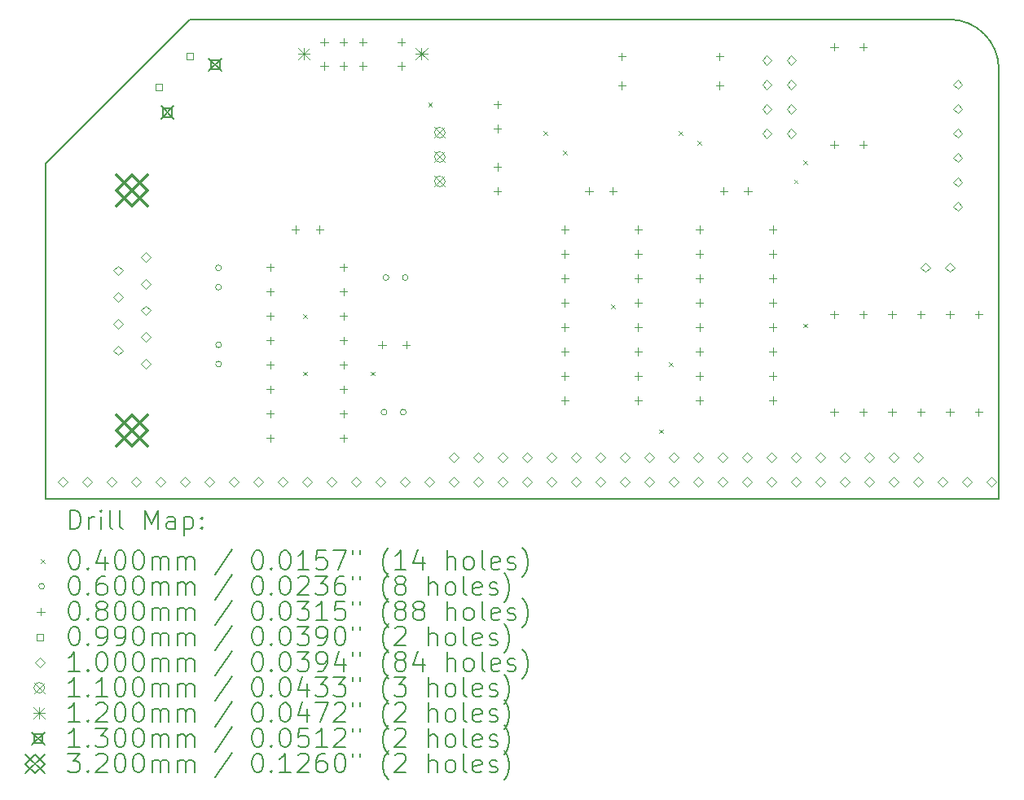
<source format=gbr>
%TF.GenerationSoftware,KiCad,Pcbnew,7.0.11+dfsg-1build4*%
%TF.CreationDate,2025-06-10T17:17:53-04:00*%
%TF.ProjectId,comm-interface,636f6d6d-2d69-46e7-9465-72666163652e,rev?*%
%TF.SameCoordinates,Original*%
%TF.FileFunction,Drillmap*%
%TF.FilePolarity,Positive*%
%FSLAX45Y45*%
G04 Gerber Fmt 4.5, Leading zero omitted, Abs format (unit mm)*
G04 Created by KiCad (PCBNEW 7.0.11+dfsg-1build4) date 2025-06-10 17:17:53*
%MOMM*%
%LPD*%
G01*
G04 APERTURE LIST*
%ADD10C,0.150000*%
%ADD11C,0.200000*%
%ADD12C,0.100000*%
%ADD13C,0.110000*%
%ADD14C,0.120000*%
%ADD15C,0.130000*%
%ADD16C,0.320000*%
G04 APERTURE END LIST*
D10*
X10000000Y-6515120D02*
X10000000Y-10000000D01*
X19909980Y-5531980D02*
G75*
G03*
X19391980Y-5013980I-518000J0D01*
G01*
X19910140Y-5531980D02*
X19910140Y-10000000D01*
X19391980Y-5013980D02*
X11501140Y-5013980D01*
X10000000Y-10000000D02*
X19910140Y-10000000D01*
X11501140Y-5013980D02*
X10000000Y-6515120D01*
D11*
D12*
X12680000Y-8080000D02*
X12720000Y-8120000D01*
X12720000Y-8080000D02*
X12680000Y-8120000D01*
X12680000Y-8680000D02*
X12720000Y-8720000D01*
X12720000Y-8680000D02*
X12680000Y-8720000D01*
X13380000Y-8680000D02*
X13420000Y-8720000D01*
X13420000Y-8680000D02*
X13380000Y-8720000D01*
X13980000Y-5880000D02*
X14020000Y-5920000D01*
X14020000Y-5880000D02*
X13980000Y-5920000D01*
X15180000Y-6180000D02*
X15220000Y-6220000D01*
X15220000Y-6180000D02*
X15180000Y-6220000D01*
X15380000Y-6380000D02*
X15420000Y-6420000D01*
X15420000Y-6380000D02*
X15380000Y-6420000D01*
X15880000Y-7980000D02*
X15920000Y-8020000D01*
X15920000Y-7980000D02*
X15880000Y-8020000D01*
X16380000Y-9280000D02*
X16420000Y-9320000D01*
X16420000Y-9280000D02*
X16380000Y-9320000D01*
X16480000Y-8580000D02*
X16520000Y-8620000D01*
X16520000Y-8580000D02*
X16480000Y-8620000D01*
X16580000Y-6180000D02*
X16620000Y-6220000D01*
X16620000Y-6180000D02*
X16580000Y-6220000D01*
X16780000Y-6280000D02*
X16820000Y-6320000D01*
X16820000Y-6280000D02*
X16780000Y-6320000D01*
X17780000Y-6680000D02*
X17820000Y-6720000D01*
X17820000Y-6680000D02*
X17780000Y-6720000D01*
X17880000Y-6480000D02*
X17920000Y-6520000D01*
X17920000Y-6480000D02*
X17880000Y-6520000D01*
X17880000Y-8180000D02*
X17920000Y-8220000D01*
X17920000Y-8180000D02*
X17880000Y-8220000D01*
X11830000Y-7600000D02*
G75*
G03*
X11770000Y-7600000I-30000J0D01*
G01*
X11770000Y-7600000D02*
G75*
G03*
X11830000Y-7600000I30000J0D01*
G01*
X11830000Y-7800000D02*
G75*
G03*
X11770000Y-7800000I-30000J0D01*
G01*
X11770000Y-7800000D02*
G75*
G03*
X11830000Y-7800000I30000J0D01*
G01*
X11830000Y-8400000D02*
G75*
G03*
X11770000Y-8400000I-30000J0D01*
G01*
X11770000Y-8400000D02*
G75*
G03*
X11830000Y-8400000I30000J0D01*
G01*
X11830000Y-8600000D02*
G75*
G03*
X11770000Y-8600000I-30000J0D01*
G01*
X11770000Y-8600000D02*
G75*
G03*
X11830000Y-8600000I30000J0D01*
G01*
X13550000Y-9100000D02*
G75*
G03*
X13490000Y-9100000I-30000J0D01*
G01*
X13490000Y-9100000D02*
G75*
G03*
X13550000Y-9100000I30000J0D01*
G01*
X13570000Y-7700000D02*
G75*
G03*
X13510000Y-7700000I-30000J0D01*
G01*
X13510000Y-7700000D02*
G75*
G03*
X13570000Y-7700000I30000J0D01*
G01*
X13750000Y-9100000D02*
G75*
G03*
X13690000Y-9100000I-30000J0D01*
G01*
X13690000Y-9100000D02*
G75*
G03*
X13750000Y-9100000I30000J0D01*
G01*
X13770000Y-7700000D02*
G75*
G03*
X13710000Y-7700000I-30000J0D01*
G01*
X13710000Y-7700000D02*
G75*
G03*
X13770000Y-7700000I30000J0D01*
G01*
X12338000Y-7552000D02*
X12338000Y-7632000D01*
X12298000Y-7592000D02*
X12378000Y-7592000D01*
X12338000Y-7806000D02*
X12338000Y-7886000D01*
X12298000Y-7846000D02*
X12378000Y-7846000D01*
X12338000Y-8060000D02*
X12338000Y-8140000D01*
X12298000Y-8100000D02*
X12378000Y-8100000D01*
X12338000Y-8314000D02*
X12338000Y-8394000D01*
X12298000Y-8354000D02*
X12378000Y-8354000D01*
X12338000Y-8568000D02*
X12338000Y-8648000D01*
X12298000Y-8608000D02*
X12378000Y-8608000D01*
X12338000Y-8822000D02*
X12338000Y-8902000D01*
X12298000Y-8862000D02*
X12378000Y-8862000D01*
X12338000Y-9076000D02*
X12338000Y-9156000D01*
X12298000Y-9116000D02*
X12378000Y-9116000D01*
X12338000Y-9330000D02*
X12338000Y-9410000D01*
X12298000Y-9370000D02*
X12378000Y-9370000D01*
X12600000Y-7160000D02*
X12600000Y-7240000D01*
X12560000Y-7200000D02*
X12640000Y-7200000D01*
X12850000Y-7160000D02*
X12850000Y-7240000D01*
X12810000Y-7200000D02*
X12890000Y-7200000D01*
X12900000Y-5210000D02*
X12900000Y-5290000D01*
X12860000Y-5250000D02*
X12940000Y-5250000D01*
X12900000Y-5460000D02*
X12900000Y-5540000D01*
X12860000Y-5500000D02*
X12940000Y-5500000D01*
X13100000Y-5210000D02*
X13100000Y-5290000D01*
X13060000Y-5250000D02*
X13140000Y-5250000D01*
X13100000Y-5460000D02*
X13100000Y-5540000D01*
X13060000Y-5500000D02*
X13140000Y-5500000D01*
X13100000Y-7552000D02*
X13100000Y-7632000D01*
X13060000Y-7592000D02*
X13140000Y-7592000D01*
X13100000Y-7806000D02*
X13100000Y-7886000D01*
X13060000Y-7846000D02*
X13140000Y-7846000D01*
X13100000Y-8060000D02*
X13100000Y-8140000D01*
X13060000Y-8100000D02*
X13140000Y-8100000D01*
X13100000Y-8314000D02*
X13100000Y-8394000D01*
X13060000Y-8354000D02*
X13140000Y-8354000D01*
X13100000Y-8568000D02*
X13100000Y-8648000D01*
X13060000Y-8608000D02*
X13140000Y-8608000D01*
X13100000Y-8822000D02*
X13100000Y-8902000D01*
X13060000Y-8862000D02*
X13140000Y-8862000D01*
X13100000Y-9076000D02*
X13100000Y-9156000D01*
X13060000Y-9116000D02*
X13140000Y-9116000D01*
X13100000Y-9330000D02*
X13100000Y-9410000D01*
X13060000Y-9370000D02*
X13140000Y-9370000D01*
X13300000Y-5210000D02*
X13300000Y-5290000D01*
X13260000Y-5250000D02*
X13340000Y-5250000D01*
X13300000Y-5460000D02*
X13300000Y-5540000D01*
X13260000Y-5500000D02*
X13340000Y-5500000D01*
X13500000Y-8360000D02*
X13500000Y-8440000D01*
X13460000Y-8400000D02*
X13540000Y-8400000D01*
X13700000Y-5210000D02*
X13700000Y-5290000D01*
X13660000Y-5250000D02*
X13740000Y-5250000D01*
X13700000Y-5460000D02*
X13700000Y-5540000D01*
X13660000Y-5500000D02*
X13740000Y-5500000D01*
X13750000Y-8360000D02*
X13750000Y-8440000D01*
X13710000Y-8400000D02*
X13790000Y-8400000D01*
X14700000Y-5860000D02*
X14700000Y-5940000D01*
X14660000Y-5900000D02*
X14740000Y-5900000D01*
X14700000Y-6110000D02*
X14700000Y-6190000D01*
X14660000Y-6150000D02*
X14740000Y-6150000D01*
X14700000Y-6510000D02*
X14700000Y-6590000D01*
X14660000Y-6550000D02*
X14740000Y-6550000D01*
X14700000Y-6760000D02*
X14700000Y-6840000D01*
X14660000Y-6800000D02*
X14740000Y-6800000D01*
X15400000Y-7160000D02*
X15400000Y-7240000D01*
X15360000Y-7200000D02*
X15440000Y-7200000D01*
X15400000Y-7414000D02*
X15400000Y-7494000D01*
X15360000Y-7454000D02*
X15440000Y-7454000D01*
X15400000Y-7668000D02*
X15400000Y-7748000D01*
X15360000Y-7708000D02*
X15440000Y-7708000D01*
X15400000Y-7922000D02*
X15400000Y-8002000D01*
X15360000Y-7962000D02*
X15440000Y-7962000D01*
X15400000Y-8176000D02*
X15400000Y-8256000D01*
X15360000Y-8216000D02*
X15440000Y-8216000D01*
X15400000Y-8430000D02*
X15400000Y-8510000D01*
X15360000Y-8470000D02*
X15440000Y-8470000D01*
X15400000Y-8684000D02*
X15400000Y-8764000D01*
X15360000Y-8724000D02*
X15440000Y-8724000D01*
X15400000Y-8938000D02*
X15400000Y-9018000D01*
X15360000Y-8978000D02*
X15440000Y-8978000D01*
X15650000Y-6760000D02*
X15650000Y-6840000D01*
X15610000Y-6800000D02*
X15690000Y-6800000D01*
X15900000Y-6760000D02*
X15900000Y-6840000D01*
X15860000Y-6800000D02*
X15940000Y-6800000D01*
X15992000Y-5360000D02*
X15992000Y-5440000D01*
X15952000Y-5400000D02*
X16032000Y-5400000D01*
X15992000Y-5660000D02*
X15992000Y-5740000D01*
X15952000Y-5700000D02*
X16032000Y-5700000D01*
X16162000Y-7160000D02*
X16162000Y-7240000D01*
X16122000Y-7200000D02*
X16202000Y-7200000D01*
X16162000Y-7414000D02*
X16162000Y-7494000D01*
X16122000Y-7454000D02*
X16202000Y-7454000D01*
X16162000Y-7668000D02*
X16162000Y-7748000D01*
X16122000Y-7708000D02*
X16202000Y-7708000D01*
X16162000Y-7922000D02*
X16162000Y-8002000D01*
X16122000Y-7962000D02*
X16202000Y-7962000D01*
X16162000Y-8176000D02*
X16162000Y-8256000D01*
X16122000Y-8216000D02*
X16202000Y-8216000D01*
X16162000Y-8430000D02*
X16162000Y-8510000D01*
X16122000Y-8470000D02*
X16202000Y-8470000D01*
X16162000Y-8684000D02*
X16162000Y-8764000D01*
X16122000Y-8724000D02*
X16202000Y-8724000D01*
X16162000Y-8938000D02*
X16162000Y-9018000D01*
X16122000Y-8978000D02*
X16202000Y-8978000D01*
X16800000Y-7160000D02*
X16800000Y-7240000D01*
X16760000Y-7200000D02*
X16840000Y-7200000D01*
X16800000Y-7414000D02*
X16800000Y-7494000D01*
X16760000Y-7454000D02*
X16840000Y-7454000D01*
X16800000Y-7668000D02*
X16800000Y-7748000D01*
X16760000Y-7708000D02*
X16840000Y-7708000D01*
X16800000Y-7922000D02*
X16800000Y-8002000D01*
X16760000Y-7962000D02*
X16840000Y-7962000D01*
X16800000Y-8176000D02*
X16800000Y-8256000D01*
X16760000Y-8216000D02*
X16840000Y-8216000D01*
X16800000Y-8430000D02*
X16800000Y-8510000D01*
X16760000Y-8470000D02*
X16840000Y-8470000D01*
X16800000Y-8684000D02*
X16800000Y-8764000D01*
X16760000Y-8724000D02*
X16840000Y-8724000D01*
X16800000Y-8938000D02*
X16800000Y-9018000D01*
X16760000Y-8978000D02*
X16840000Y-8978000D01*
X17008000Y-5360000D02*
X17008000Y-5440000D01*
X16968000Y-5400000D02*
X17048000Y-5400000D01*
X17008000Y-5660000D02*
X17008000Y-5740000D01*
X16968000Y-5700000D02*
X17048000Y-5700000D01*
X17050000Y-6760000D02*
X17050000Y-6840000D01*
X17010000Y-6800000D02*
X17090000Y-6800000D01*
X17300000Y-6760000D02*
X17300000Y-6840000D01*
X17260000Y-6800000D02*
X17340000Y-6800000D01*
X17562000Y-7160000D02*
X17562000Y-7240000D01*
X17522000Y-7200000D02*
X17602000Y-7200000D01*
X17562000Y-7414000D02*
X17562000Y-7494000D01*
X17522000Y-7454000D02*
X17602000Y-7454000D01*
X17562000Y-7668000D02*
X17562000Y-7748000D01*
X17522000Y-7708000D02*
X17602000Y-7708000D01*
X17562000Y-7922000D02*
X17562000Y-8002000D01*
X17522000Y-7962000D02*
X17602000Y-7962000D01*
X17562000Y-8176000D02*
X17562000Y-8256000D01*
X17522000Y-8216000D02*
X17602000Y-8216000D01*
X17562000Y-8430000D02*
X17562000Y-8510000D01*
X17522000Y-8470000D02*
X17602000Y-8470000D01*
X17562000Y-8684000D02*
X17562000Y-8764000D01*
X17522000Y-8724000D02*
X17602000Y-8724000D01*
X17562000Y-8938000D02*
X17562000Y-9018000D01*
X17522000Y-8978000D02*
X17602000Y-8978000D01*
X18200000Y-5260000D02*
X18200000Y-5340000D01*
X18160000Y-5300000D02*
X18240000Y-5300000D01*
X18200000Y-6276000D02*
X18200000Y-6356000D01*
X18160000Y-6316000D02*
X18240000Y-6316000D01*
X18200000Y-8044000D02*
X18200000Y-8124000D01*
X18160000Y-8084000D02*
X18240000Y-8084000D01*
X18200000Y-9060000D02*
X18200000Y-9140000D01*
X18160000Y-9100000D02*
X18240000Y-9100000D01*
X18500000Y-5260000D02*
X18500000Y-5340000D01*
X18460000Y-5300000D02*
X18540000Y-5300000D01*
X18500000Y-6276000D02*
X18500000Y-6356000D01*
X18460000Y-6316000D02*
X18540000Y-6316000D01*
X18500000Y-8044000D02*
X18500000Y-8124000D01*
X18460000Y-8084000D02*
X18540000Y-8084000D01*
X18500000Y-9060000D02*
X18500000Y-9140000D01*
X18460000Y-9100000D02*
X18540000Y-9100000D01*
X18800000Y-8044000D02*
X18800000Y-8124000D01*
X18760000Y-8084000D02*
X18840000Y-8084000D01*
X18800000Y-9060000D02*
X18800000Y-9140000D01*
X18760000Y-9100000D02*
X18840000Y-9100000D01*
X19100000Y-8044000D02*
X19100000Y-8124000D01*
X19060000Y-8084000D02*
X19140000Y-8084000D01*
X19100000Y-9060000D02*
X19100000Y-9140000D01*
X19060000Y-9100000D02*
X19140000Y-9100000D01*
X19400000Y-8044000D02*
X19400000Y-8124000D01*
X19360000Y-8084000D02*
X19440000Y-8084000D01*
X19400000Y-9060000D02*
X19400000Y-9140000D01*
X19360000Y-9100000D02*
X19440000Y-9100000D01*
X19700000Y-8044000D02*
X19700000Y-8124000D01*
X19660000Y-8084000D02*
X19740000Y-8084000D01*
X19700000Y-9060000D02*
X19700000Y-9140000D01*
X19660000Y-9100000D02*
X19740000Y-9100000D01*
X11216804Y-5753200D02*
X11216804Y-5683196D01*
X11146800Y-5683196D01*
X11146800Y-5753200D01*
X11216804Y-5753200D01*
X11535002Y-5435002D02*
X11535002Y-5364998D01*
X11464998Y-5364998D01*
X11464998Y-5435002D01*
X11535002Y-5435002D01*
X10180342Y-9874836D02*
X10230342Y-9824836D01*
X10180342Y-9774836D01*
X10130342Y-9824836D01*
X10180342Y-9874836D01*
X10434342Y-9874836D02*
X10484342Y-9824836D01*
X10434342Y-9774836D01*
X10384342Y-9824836D01*
X10434342Y-9874836D01*
X10688342Y-9874836D02*
X10738342Y-9824836D01*
X10688342Y-9774836D01*
X10638342Y-9824836D01*
X10688342Y-9874836D01*
X10759033Y-7677200D02*
X10809033Y-7627200D01*
X10759033Y-7577200D01*
X10709033Y-7627200D01*
X10759033Y-7677200D01*
X10759033Y-7954200D02*
X10809033Y-7904200D01*
X10759033Y-7854200D01*
X10709033Y-7904200D01*
X10759033Y-7954200D01*
X10759033Y-8231200D02*
X10809033Y-8181200D01*
X10759033Y-8131200D01*
X10709033Y-8181200D01*
X10759033Y-8231200D01*
X10759033Y-8508200D02*
X10809033Y-8458200D01*
X10759033Y-8408200D01*
X10709033Y-8458200D01*
X10759033Y-8508200D01*
X10942342Y-9874836D02*
X10992342Y-9824836D01*
X10942342Y-9774836D01*
X10892342Y-9824836D01*
X10942342Y-9874836D01*
X11043033Y-7538700D02*
X11093033Y-7488700D01*
X11043033Y-7438700D01*
X10993033Y-7488700D01*
X11043033Y-7538700D01*
X11043033Y-7815700D02*
X11093033Y-7765700D01*
X11043033Y-7715700D01*
X10993033Y-7765700D01*
X11043033Y-7815700D01*
X11043033Y-8092700D02*
X11093033Y-8042700D01*
X11043033Y-7992700D01*
X10993033Y-8042700D01*
X11043033Y-8092700D01*
X11043033Y-8369700D02*
X11093033Y-8319700D01*
X11043033Y-8269700D01*
X10993033Y-8319700D01*
X11043033Y-8369700D01*
X11043033Y-8646700D02*
X11093033Y-8596700D01*
X11043033Y-8546700D01*
X10993033Y-8596700D01*
X11043033Y-8646700D01*
X11196342Y-9874836D02*
X11246342Y-9824836D01*
X11196342Y-9774836D01*
X11146342Y-9824836D01*
X11196342Y-9874836D01*
X11450342Y-9874836D02*
X11500342Y-9824836D01*
X11450342Y-9774836D01*
X11400342Y-9824836D01*
X11450342Y-9874836D01*
X11704342Y-9874836D02*
X11754342Y-9824836D01*
X11704342Y-9774836D01*
X11654342Y-9824836D01*
X11704342Y-9874836D01*
X11958342Y-9874836D02*
X12008342Y-9824836D01*
X11958342Y-9774836D01*
X11908342Y-9824836D01*
X11958342Y-9874836D01*
X12212342Y-9874836D02*
X12262342Y-9824836D01*
X12212342Y-9774836D01*
X12162342Y-9824836D01*
X12212342Y-9874836D01*
X12466342Y-9874836D02*
X12516342Y-9824836D01*
X12466342Y-9774836D01*
X12416342Y-9824836D01*
X12466342Y-9874836D01*
X12720342Y-9874836D02*
X12770342Y-9824836D01*
X12720342Y-9774836D01*
X12670342Y-9824836D01*
X12720342Y-9874836D01*
X12974342Y-9874836D02*
X13024342Y-9824836D01*
X12974342Y-9774836D01*
X12924342Y-9824836D01*
X12974342Y-9874836D01*
X13228342Y-9874836D02*
X13278342Y-9824836D01*
X13228342Y-9774836D01*
X13178342Y-9824836D01*
X13228342Y-9874836D01*
X13482342Y-9874836D02*
X13532342Y-9824836D01*
X13482342Y-9774836D01*
X13432342Y-9824836D01*
X13482342Y-9874836D01*
X13736342Y-9874836D02*
X13786342Y-9824836D01*
X13736342Y-9774836D01*
X13686342Y-9824836D01*
X13736342Y-9874836D01*
X13990342Y-9874836D02*
X14040342Y-9824836D01*
X13990342Y-9774836D01*
X13940342Y-9824836D01*
X13990342Y-9874836D01*
X14244342Y-9620836D02*
X14294342Y-9570836D01*
X14244342Y-9520836D01*
X14194342Y-9570836D01*
X14244342Y-9620836D01*
X14244342Y-9874836D02*
X14294342Y-9824836D01*
X14244342Y-9774836D01*
X14194342Y-9824836D01*
X14244342Y-9874836D01*
X14498342Y-9620836D02*
X14548342Y-9570836D01*
X14498342Y-9520836D01*
X14448342Y-9570836D01*
X14498342Y-9620836D01*
X14498342Y-9874836D02*
X14548342Y-9824836D01*
X14498342Y-9774836D01*
X14448342Y-9824836D01*
X14498342Y-9874836D01*
X14752342Y-9620836D02*
X14802342Y-9570836D01*
X14752342Y-9520836D01*
X14702342Y-9570836D01*
X14752342Y-9620836D01*
X14752342Y-9874836D02*
X14802342Y-9824836D01*
X14752342Y-9774836D01*
X14702342Y-9824836D01*
X14752342Y-9874836D01*
X15006342Y-9620836D02*
X15056342Y-9570836D01*
X15006342Y-9520836D01*
X14956342Y-9570836D01*
X15006342Y-9620836D01*
X15006342Y-9874836D02*
X15056342Y-9824836D01*
X15006342Y-9774836D01*
X14956342Y-9824836D01*
X15006342Y-9874836D01*
X15260342Y-9620836D02*
X15310342Y-9570836D01*
X15260342Y-9520836D01*
X15210342Y-9570836D01*
X15260342Y-9620836D01*
X15260342Y-9874836D02*
X15310342Y-9824836D01*
X15260342Y-9774836D01*
X15210342Y-9824836D01*
X15260342Y-9874836D01*
X15514342Y-9620836D02*
X15564342Y-9570836D01*
X15514342Y-9520836D01*
X15464342Y-9570836D01*
X15514342Y-9620836D01*
X15514342Y-9874836D02*
X15564342Y-9824836D01*
X15514342Y-9774836D01*
X15464342Y-9824836D01*
X15514342Y-9874836D01*
X15768342Y-9620836D02*
X15818342Y-9570836D01*
X15768342Y-9520836D01*
X15718342Y-9570836D01*
X15768342Y-9620836D01*
X15768342Y-9874836D02*
X15818342Y-9824836D01*
X15768342Y-9774836D01*
X15718342Y-9824836D01*
X15768342Y-9874836D01*
X16022342Y-9620836D02*
X16072342Y-9570836D01*
X16022342Y-9520836D01*
X15972342Y-9570836D01*
X16022342Y-9620836D01*
X16022342Y-9874836D02*
X16072342Y-9824836D01*
X16022342Y-9774836D01*
X15972342Y-9824836D01*
X16022342Y-9874836D01*
X16276342Y-9620836D02*
X16326342Y-9570836D01*
X16276342Y-9520836D01*
X16226342Y-9570836D01*
X16276342Y-9620836D01*
X16276342Y-9874836D02*
X16326342Y-9824836D01*
X16276342Y-9774836D01*
X16226342Y-9824836D01*
X16276342Y-9874836D01*
X16530342Y-9620836D02*
X16580342Y-9570836D01*
X16530342Y-9520836D01*
X16480342Y-9570836D01*
X16530342Y-9620836D01*
X16530342Y-9874836D02*
X16580342Y-9824836D01*
X16530342Y-9774836D01*
X16480342Y-9824836D01*
X16530342Y-9874836D01*
X16784342Y-9620836D02*
X16834342Y-9570836D01*
X16784342Y-9520836D01*
X16734342Y-9570836D01*
X16784342Y-9620836D01*
X16784342Y-9874836D02*
X16834342Y-9824836D01*
X16784342Y-9774836D01*
X16734342Y-9824836D01*
X16784342Y-9874836D01*
X17038342Y-9620836D02*
X17088342Y-9570836D01*
X17038342Y-9520836D01*
X16988342Y-9570836D01*
X17038342Y-9620836D01*
X17038342Y-9874836D02*
X17088342Y-9824836D01*
X17038342Y-9774836D01*
X16988342Y-9824836D01*
X17038342Y-9874836D01*
X17292342Y-9620836D02*
X17342342Y-9570836D01*
X17292342Y-9520836D01*
X17242342Y-9570836D01*
X17292342Y-9620836D01*
X17292342Y-9874836D02*
X17342342Y-9824836D01*
X17292342Y-9774836D01*
X17242342Y-9824836D01*
X17292342Y-9874836D01*
X17500000Y-5488000D02*
X17550000Y-5438000D01*
X17500000Y-5388000D01*
X17450000Y-5438000D01*
X17500000Y-5488000D01*
X17500000Y-5742000D02*
X17550000Y-5692000D01*
X17500000Y-5642000D01*
X17450000Y-5692000D01*
X17500000Y-5742000D01*
X17500000Y-5996000D02*
X17550000Y-5946000D01*
X17500000Y-5896000D01*
X17450000Y-5946000D01*
X17500000Y-5996000D01*
X17500000Y-6250000D02*
X17550000Y-6200000D01*
X17500000Y-6150000D01*
X17450000Y-6200000D01*
X17500000Y-6250000D01*
X17546342Y-9620836D02*
X17596342Y-9570836D01*
X17546342Y-9520836D01*
X17496342Y-9570836D01*
X17546342Y-9620836D01*
X17546342Y-9874836D02*
X17596342Y-9824836D01*
X17546342Y-9774836D01*
X17496342Y-9824836D01*
X17546342Y-9874836D01*
X17754000Y-5488000D02*
X17804000Y-5438000D01*
X17754000Y-5388000D01*
X17704000Y-5438000D01*
X17754000Y-5488000D01*
X17754000Y-5742000D02*
X17804000Y-5692000D01*
X17754000Y-5642000D01*
X17704000Y-5692000D01*
X17754000Y-5742000D01*
X17754000Y-5996000D02*
X17804000Y-5946000D01*
X17754000Y-5896000D01*
X17704000Y-5946000D01*
X17754000Y-5996000D01*
X17754000Y-6250000D02*
X17804000Y-6200000D01*
X17754000Y-6150000D01*
X17704000Y-6200000D01*
X17754000Y-6250000D01*
X17800342Y-9620836D02*
X17850342Y-9570836D01*
X17800342Y-9520836D01*
X17750342Y-9570836D01*
X17800342Y-9620836D01*
X17800342Y-9874836D02*
X17850342Y-9824836D01*
X17800342Y-9774836D01*
X17750342Y-9824836D01*
X17800342Y-9874836D01*
X18054342Y-9620836D02*
X18104342Y-9570836D01*
X18054342Y-9520836D01*
X18004342Y-9570836D01*
X18054342Y-9620836D01*
X18054342Y-9874836D02*
X18104342Y-9824836D01*
X18054342Y-9774836D01*
X18004342Y-9824836D01*
X18054342Y-9874836D01*
X18308342Y-9620836D02*
X18358342Y-9570836D01*
X18308342Y-9520836D01*
X18258342Y-9570836D01*
X18308342Y-9620836D01*
X18308342Y-9874836D02*
X18358342Y-9824836D01*
X18308342Y-9774836D01*
X18258342Y-9824836D01*
X18308342Y-9874836D01*
X18562342Y-9620836D02*
X18612342Y-9570836D01*
X18562342Y-9520836D01*
X18512342Y-9570836D01*
X18562342Y-9620836D01*
X18562342Y-9874836D02*
X18612342Y-9824836D01*
X18562342Y-9774836D01*
X18512342Y-9824836D01*
X18562342Y-9874836D01*
X18816342Y-9620836D02*
X18866342Y-9570836D01*
X18816342Y-9520836D01*
X18766342Y-9570836D01*
X18816342Y-9620836D01*
X18816342Y-9874836D02*
X18866342Y-9824836D01*
X18816342Y-9774836D01*
X18766342Y-9824836D01*
X18816342Y-9874836D01*
X19070342Y-9620836D02*
X19120342Y-9570836D01*
X19070342Y-9520836D01*
X19020342Y-9570836D01*
X19070342Y-9620836D01*
X19070342Y-9874836D02*
X19120342Y-9824836D01*
X19070342Y-9774836D01*
X19020342Y-9824836D01*
X19070342Y-9874836D01*
X19146000Y-7644600D02*
X19196000Y-7594600D01*
X19146000Y-7544600D01*
X19096000Y-7594600D01*
X19146000Y-7644600D01*
X19324342Y-9874836D02*
X19374342Y-9824836D01*
X19324342Y-9774836D01*
X19274342Y-9824836D01*
X19324342Y-9874836D01*
X19400000Y-7644600D02*
X19450000Y-7594600D01*
X19400000Y-7544600D01*
X19350000Y-7594600D01*
X19400000Y-7644600D01*
X19481800Y-5739600D02*
X19531800Y-5689600D01*
X19481800Y-5639600D01*
X19431800Y-5689600D01*
X19481800Y-5739600D01*
X19481800Y-5993600D02*
X19531800Y-5943600D01*
X19481800Y-5893600D01*
X19431800Y-5943600D01*
X19481800Y-5993600D01*
X19481800Y-6247600D02*
X19531800Y-6197600D01*
X19481800Y-6147600D01*
X19431800Y-6197600D01*
X19481800Y-6247600D01*
X19481800Y-6501600D02*
X19531800Y-6451600D01*
X19481800Y-6401600D01*
X19431800Y-6451600D01*
X19481800Y-6501600D01*
X19481800Y-6755600D02*
X19531800Y-6705600D01*
X19481800Y-6655600D01*
X19431800Y-6705600D01*
X19481800Y-6755600D01*
X19481800Y-7009600D02*
X19531800Y-6959600D01*
X19481800Y-6909600D01*
X19431800Y-6959600D01*
X19481800Y-7009600D01*
X19578342Y-9874836D02*
X19628342Y-9824836D01*
X19578342Y-9774836D01*
X19528342Y-9824836D01*
X19578342Y-9874836D01*
X19832342Y-9874836D02*
X19882342Y-9824836D01*
X19832342Y-9774836D01*
X19782342Y-9824836D01*
X19832342Y-9874836D01*
D13*
X14045000Y-6137000D02*
X14155000Y-6247000D01*
X14155000Y-6137000D02*
X14045000Y-6247000D01*
X14155000Y-6192000D02*
G75*
G03*
X14045000Y-6192000I-55000J0D01*
G01*
X14045000Y-6192000D02*
G75*
G03*
X14155000Y-6192000I55000J0D01*
G01*
X14045000Y-6391000D02*
X14155000Y-6501000D01*
X14155000Y-6391000D02*
X14045000Y-6501000D01*
X14155000Y-6446000D02*
G75*
G03*
X14045000Y-6446000I-55000J0D01*
G01*
X14045000Y-6446000D02*
G75*
G03*
X14155000Y-6446000I55000J0D01*
G01*
X14045000Y-6645000D02*
X14155000Y-6755000D01*
X14155000Y-6645000D02*
X14045000Y-6755000D01*
X14155000Y-6700000D02*
G75*
G03*
X14045000Y-6700000I-55000J0D01*
G01*
X14045000Y-6700000D02*
G75*
G03*
X14155000Y-6700000I55000J0D01*
G01*
D14*
X12630000Y-5315000D02*
X12750000Y-5435000D01*
X12750000Y-5315000D02*
X12630000Y-5435000D01*
X12690000Y-5315000D02*
X12690000Y-5435000D01*
X12630000Y-5375000D02*
X12750000Y-5375000D01*
X13850000Y-5315000D02*
X13970000Y-5435000D01*
X13970000Y-5315000D02*
X13850000Y-5435000D01*
X13910000Y-5315000D02*
X13910000Y-5435000D01*
X13850000Y-5375000D02*
X13970000Y-5375000D01*
D15*
X11204483Y-5917656D02*
X11334483Y-6047656D01*
X11334483Y-5917656D02*
X11204483Y-6047656D01*
X11315445Y-6028618D02*
X11315445Y-5936694D01*
X11223521Y-5936694D01*
X11223521Y-6028618D01*
X11315445Y-6028618D01*
X11700165Y-5421974D02*
X11830165Y-5551974D01*
X11830165Y-5421974D02*
X11700165Y-5551974D01*
X11811127Y-5532937D02*
X11811127Y-5441012D01*
X11719203Y-5441012D01*
X11719203Y-5532937D01*
X11811127Y-5532937D01*
D16*
X10741033Y-6632700D02*
X11061033Y-6952700D01*
X11061033Y-6632700D02*
X10741033Y-6952700D01*
X10901033Y-6952700D02*
X11061033Y-6792700D01*
X10901033Y-6632700D01*
X10741033Y-6792700D01*
X10901033Y-6952700D01*
X10741033Y-9132700D02*
X11061033Y-9452700D01*
X11061033Y-9132700D02*
X10741033Y-9452700D01*
X10901033Y-9452700D02*
X11061033Y-9292700D01*
X10901033Y-9132700D01*
X10741033Y-9292700D01*
X10901033Y-9452700D01*
D11*
X10253277Y-10318984D02*
X10253277Y-10118984D01*
X10253277Y-10118984D02*
X10300896Y-10118984D01*
X10300896Y-10118984D02*
X10329467Y-10128508D01*
X10329467Y-10128508D02*
X10348515Y-10147555D01*
X10348515Y-10147555D02*
X10358039Y-10166603D01*
X10358039Y-10166603D02*
X10367563Y-10204698D01*
X10367563Y-10204698D02*
X10367563Y-10233270D01*
X10367563Y-10233270D02*
X10358039Y-10271365D01*
X10358039Y-10271365D02*
X10348515Y-10290412D01*
X10348515Y-10290412D02*
X10329467Y-10309460D01*
X10329467Y-10309460D02*
X10300896Y-10318984D01*
X10300896Y-10318984D02*
X10253277Y-10318984D01*
X10453277Y-10318984D02*
X10453277Y-10185650D01*
X10453277Y-10223746D02*
X10462801Y-10204698D01*
X10462801Y-10204698D02*
X10472324Y-10195174D01*
X10472324Y-10195174D02*
X10491372Y-10185650D01*
X10491372Y-10185650D02*
X10510420Y-10185650D01*
X10577086Y-10318984D02*
X10577086Y-10185650D01*
X10577086Y-10118984D02*
X10567563Y-10128508D01*
X10567563Y-10128508D02*
X10577086Y-10138031D01*
X10577086Y-10138031D02*
X10586610Y-10128508D01*
X10586610Y-10128508D02*
X10577086Y-10118984D01*
X10577086Y-10118984D02*
X10577086Y-10138031D01*
X10700896Y-10318984D02*
X10681848Y-10309460D01*
X10681848Y-10309460D02*
X10672324Y-10290412D01*
X10672324Y-10290412D02*
X10672324Y-10118984D01*
X10805658Y-10318984D02*
X10786610Y-10309460D01*
X10786610Y-10309460D02*
X10777086Y-10290412D01*
X10777086Y-10290412D02*
X10777086Y-10118984D01*
X11034229Y-10318984D02*
X11034229Y-10118984D01*
X11034229Y-10118984D02*
X11100896Y-10261841D01*
X11100896Y-10261841D02*
X11167563Y-10118984D01*
X11167563Y-10118984D02*
X11167563Y-10318984D01*
X11348515Y-10318984D02*
X11348515Y-10214222D01*
X11348515Y-10214222D02*
X11338991Y-10195174D01*
X11338991Y-10195174D02*
X11319943Y-10185650D01*
X11319943Y-10185650D02*
X11281848Y-10185650D01*
X11281848Y-10185650D02*
X11262801Y-10195174D01*
X11348515Y-10309460D02*
X11329467Y-10318984D01*
X11329467Y-10318984D02*
X11281848Y-10318984D01*
X11281848Y-10318984D02*
X11262801Y-10309460D01*
X11262801Y-10309460D02*
X11253277Y-10290412D01*
X11253277Y-10290412D02*
X11253277Y-10271365D01*
X11253277Y-10271365D02*
X11262801Y-10252317D01*
X11262801Y-10252317D02*
X11281848Y-10242793D01*
X11281848Y-10242793D02*
X11329467Y-10242793D01*
X11329467Y-10242793D02*
X11348515Y-10233270D01*
X11443753Y-10185650D02*
X11443753Y-10385650D01*
X11443753Y-10195174D02*
X11462801Y-10185650D01*
X11462801Y-10185650D02*
X11500896Y-10185650D01*
X11500896Y-10185650D02*
X11519943Y-10195174D01*
X11519943Y-10195174D02*
X11529467Y-10204698D01*
X11529467Y-10204698D02*
X11538991Y-10223746D01*
X11538991Y-10223746D02*
X11538991Y-10280889D01*
X11538991Y-10280889D02*
X11529467Y-10299936D01*
X11529467Y-10299936D02*
X11519943Y-10309460D01*
X11519943Y-10309460D02*
X11500896Y-10318984D01*
X11500896Y-10318984D02*
X11462801Y-10318984D01*
X11462801Y-10318984D02*
X11443753Y-10309460D01*
X11624705Y-10299936D02*
X11634229Y-10309460D01*
X11634229Y-10309460D02*
X11624705Y-10318984D01*
X11624705Y-10318984D02*
X11615182Y-10309460D01*
X11615182Y-10309460D02*
X11624705Y-10299936D01*
X11624705Y-10299936D02*
X11624705Y-10318984D01*
X11624705Y-10195174D02*
X11634229Y-10204698D01*
X11634229Y-10204698D02*
X11624705Y-10214222D01*
X11624705Y-10214222D02*
X11615182Y-10204698D01*
X11615182Y-10204698D02*
X11624705Y-10195174D01*
X11624705Y-10195174D02*
X11624705Y-10214222D01*
D12*
X9952500Y-10627500D02*
X9992500Y-10667500D01*
X9992500Y-10627500D02*
X9952500Y-10667500D01*
D11*
X10291372Y-10538984D02*
X10310420Y-10538984D01*
X10310420Y-10538984D02*
X10329467Y-10548508D01*
X10329467Y-10548508D02*
X10338991Y-10558031D01*
X10338991Y-10558031D02*
X10348515Y-10577079D01*
X10348515Y-10577079D02*
X10358039Y-10615174D01*
X10358039Y-10615174D02*
X10358039Y-10662793D01*
X10358039Y-10662793D02*
X10348515Y-10700889D01*
X10348515Y-10700889D02*
X10338991Y-10719936D01*
X10338991Y-10719936D02*
X10329467Y-10729460D01*
X10329467Y-10729460D02*
X10310420Y-10738984D01*
X10310420Y-10738984D02*
X10291372Y-10738984D01*
X10291372Y-10738984D02*
X10272324Y-10729460D01*
X10272324Y-10729460D02*
X10262801Y-10719936D01*
X10262801Y-10719936D02*
X10253277Y-10700889D01*
X10253277Y-10700889D02*
X10243753Y-10662793D01*
X10243753Y-10662793D02*
X10243753Y-10615174D01*
X10243753Y-10615174D02*
X10253277Y-10577079D01*
X10253277Y-10577079D02*
X10262801Y-10558031D01*
X10262801Y-10558031D02*
X10272324Y-10548508D01*
X10272324Y-10548508D02*
X10291372Y-10538984D01*
X10443753Y-10719936D02*
X10453277Y-10729460D01*
X10453277Y-10729460D02*
X10443753Y-10738984D01*
X10443753Y-10738984D02*
X10434229Y-10729460D01*
X10434229Y-10729460D02*
X10443753Y-10719936D01*
X10443753Y-10719936D02*
X10443753Y-10738984D01*
X10624705Y-10605650D02*
X10624705Y-10738984D01*
X10577086Y-10529460D02*
X10529467Y-10672317D01*
X10529467Y-10672317D02*
X10653277Y-10672317D01*
X10767563Y-10538984D02*
X10786610Y-10538984D01*
X10786610Y-10538984D02*
X10805658Y-10548508D01*
X10805658Y-10548508D02*
X10815182Y-10558031D01*
X10815182Y-10558031D02*
X10824705Y-10577079D01*
X10824705Y-10577079D02*
X10834229Y-10615174D01*
X10834229Y-10615174D02*
X10834229Y-10662793D01*
X10834229Y-10662793D02*
X10824705Y-10700889D01*
X10824705Y-10700889D02*
X10815182Y-10719936D01*
X10815182Y-10719936D02*
X10805658Y-10729460D01*
X10805658Y-10729460D02*
X10786610Y-10738984D01*
X10786610Y-10738984D02*
X10767563Y-10738984D01*
X10767563Y-10738984D02*
X10748515Y-10729460D01*
X10748515Y-10729460D02*
X10738991Y-10719936D01*
X10738991Y-10719936D02*
X10729467Y-10700889D01*
X10729467Y-10700889D02*
X10719944Y-10662793D01*
X10719944Y-10662793D02*
X10719944Y-10615174D01*
X10719944Y-10615174D02*
X10729467Y-10577079D01*
X10729467Y-10577079D02*
X10738991Y-10558031D01*
X10738991Y-10558031D02*
X10748515Y-10548508D01*
X10748515Y-10548508D02*
X10767563Y-10538984D01*
X10958039Y-10538984D02*
X10977086Y-10538984D01*
X10977086Y-10538984D02*
X10996134Y-10548508D01*
X10996134Y-10548508D02*
X11005658Y-10558031D01*
X11005658Y-10558031D02*
X11015182Y-10577079D01*
X11015182Y-10577079D02*
X11024705Y-10615174D01*
X11024705Y-10615174D02*
X11024705Y-10662793D01*
X11024705Y-10662793D02*
X11015182Y-10700889D01*
X11015182Y-10700889D02*
X11005658Y-10719936D01*
X11005658Y-10719936D02*
X10996134Y-10729460D01*
X10996134Y-10729460D02*
X10977086Y-10738984D01*
X10977086Y-10738984D02*
X10958039Y-10738984D01*
X10958039Y-10738984D02*
X10938991Y-10729460D01*
X10938991Y-10729460D02*
X10929467Y-10719936D01*
X10929467Y-10719936D02*
X10919944Y-10700889D01*
X10919944Y-10700889D02*
X10910420Y-10662793D01*
X10910420Y-10662793D02*
X10910420Y-10615174D01*
X10910420Y-10615174D02*
X10919944Y-10577079D01*
X10919944Y-10577079D02*
X10929467Y-10558031D01*
X10929467Y-10558031D02*
X10938991Y-10548508D01*
X10938991Y-10548508D02*
X10958039Y-10538984D01*
X11110420Y-10738984D02*
X11110420Y-10605650D01*
X11110420Y-10624698D02*
X11119944Y-10615174D01*
X11119944Y-10615174D02*
X11138991Y-10605650D01*
X11138991Y-10605650D02*
X11167563Y-10605650D01*
X11167563Y-10605650D02*
X11186610Y-10615174D01*
X11186610Y-10615174D02*
X11196134Y-10634222D01*
X11196134Y-10634222D02*
X11196134Y-10738984D01*
X11196134Y-10634222D02*
X11205658Y-10615174D01*
X11205658Y-10615174D02*
X11224705Y-10605650D01*
X11224705Y-10605650D02*
X11253277Y-10605650D01*
X11253277Y-10605650D02*
X11272324Y-10615174D01*
X11272324Y-10615174D02*
X11281848Y-10634222D01*
X11281848Y-10634222D02*
X11281848Y-10738984D01*
X11377086Y-10738984D02*
X11377086Y-10605650D01*
X11377086Y-10624698D02*
X11386610Y-10615174D01*
X11386610Y-10615174D02*
X11405658Y-10605650D01*
X11405658Y-10605650D02*
X11434229Y-10605650D01*
X11434229Y-10605650D02*
X11453277Y-10615174D01*
X11453277Y-10615174D02*
X11462801Y-10634222D01*
X11462801Y-10634222D02*
X11462801Y-10738984D01*
X11462801Y-10634222D02*
X11472324Y-10615174D01*
X11472324Y-10615174D02*
X11491372Y-10605650D01*
X11491372Y-10605650D02*
X11519943Y-10605650D01*
X11519943Y-10605650D02*
X11538991Y-10615174D01*
X11538991Y-10615174D02*
X11548515Y-10634222D01*
X11548515Y-10634222D02*
X11548515Y-10738984D01*
X11938991Y-10529460D02*
X11767563Y-10786603D01*
X12196134Y-10538984D02*
X12215182Y-10538984D01*
X12215182Y-10538984D02*
X12234229Y-10548508D01*
X12234229Y-10548508D02*
X12243753Y-10558031D01*
X12243753Y-10558031D02*
X12253277Y-10577079D01*
X12253277Y-10577079D02*
X12262801Y-10615174D01*
X12262801Y-10615174D02*
X12262801Y-10662793D01*
X12262801Y-10662793D02*
X12253277Y-10700889D01*
X12253277Y-10700889D02*
X12243753Y-10719936D01*
X12243753Y-10719936D02*
X12234229Y-10729460D01*
X12234229Y-10729460D02*
X12215182Y-10738984D01*
X12215182Y-10738984D02*
X12196134Y-10738984D01*
X12196134Y-10738984D02*
X12177086Y-10729460D01*
X12177086Y-10729460D02*
X12167563Y-10719936D01*
X12167563Y-10719936D02*
X12158039Y-10700889D01*
X12158039Y-10700889D02*
X12148515Y-10662793D01*
X12148515Y-10662793D02*
X12148515Y-10615174D01*
X12148515Y-10615174D02*
X12158039Y-10577079D01*
X12158039Y-10577079D02*
X12167563Y-10558031D01*
X12167563Y-10558031D02*
X12177086Y-10548508D01*
X12177086Y-10548508D02*
X12196134Y-10538984D01*
X12348515Y-10719936D02*
X12358039Y-10729460D01*
X12358039Y-10729460D02*
X12348515Y-10738984D01*
X12348515Y-10738984D02*
X12338991Y-10729460D01*
X12338991Y-10729460D02*
X12348515Y-10719936D01*
X12348515Y-10719936D02*
X12348515Y-10738984D01*
X12481848Y-10538984D02*
X12500896Y-10538984D01*
X12500896Y-10538984D02*
X12519944Y-10548508D01*
X12519944Y-10548508D02*
X12529467Y-10558031D01*
X12529467Y-10558031D02*
X12538991Y-10577079D01*
X12538991Y-10577079D02*
X12548515Y-10615174D01*
X12548515Y-10615174D02*
X12548515Y-10662793D01*
X12548515Y-10662793D02*
X12538991Y-10700889D01*
X12538991Y-10700889D02*
X12529467Y-10719936D01*
X12529467Y-10719936D02*
X12519944Y-10729460D01*
X12519944Y-10729460D02*
X12500896Y-10738984D01*
X12500896Y-10738984D02*
X12481848Y-10738984D01*
X12481848Y-10738984D02*
X12462801Y-10729460D01*
X12462801Y-10729460D02*
X12453277Y-10719936D01*
X12453277Y-10719936D02*
X12443753Y-10700889D01*
X12443753Y-10700889D02*
X12434229Y-10662793D01*
X12434229Y-10662793D02*
X12434229Y-10615174D01*
X12434229Y-10615174D02*
X12443753Y-10577079D01*
X12443753Y-10577079D02*
X12453277Y-10558031D01*
X12453277Y-10558031D02*
X12462801Y-10548508D01*
X12462801Y-10548508D02*
X12481848Y-10538984D01*
X12738991Y-10738984D02*
X12624706Y-10738984D01*
X12681848Y-10738984D02*
X12681848Y-10538984D01*
X12681848Y-10538984D02*
X12662801Y-10567555D01*
X12662801Y-10567555D02*
X12643753Y-10586603D01*
X12643753Y-10586603D02*
X12624706Y-10596127D01*
X12919944Y-10538984D02*
X12824706Y-10538984D01*
X12824706Y-10538984D02*
X12815182Y-10634222D01*
X12815182Y-10634222D02*
X12824706Y-10624698D01*
X12824706Y-10624698D02*
X12843753Y-10615174D01*
X12843753Y-10615174D02*
X12891372Y-10615174D01*
X12891372Y-10615174D02*
X12910420Y-10624698D01*
X12910420Y-10624698D02*
X12919944Y-10634222D01*
X12919944Y-10634222D02*
X12929467Y-10653270D01*
X12929467Y-10653270D02*
X12929467Y-10700889D01*
X12929467Y-10700889D02*
X12919944Y-10719936D01*
X12919944Y-10719936D02*
X12910420Y-10729460D01*
X12910420Y-10729460D02*
X12891372Y-10738984D01*
X12891372Y-10738984D02*
X12843753Y-10738984D01*
X12843753Y-10738984D02*
X12824706Y-10729460D01*
X12824706Y-10729460D02*
X12815182Y-10719936D01*
X12996134Y-10538984D02*
X13129467Y-10538984D01*
X13129467Y-10538984D02*
X13043753Y-10738984D01*
X13196134Y-10538984D02*
X13196134Y-10577079D01*
X13272325Y-10538984D02*
X13272325Y-10577079D01*
X13567563Y-10815174D02*
X13558039Y-10805650D01*
X13558039Y-10805650D02*
X13538991Y-10777079D01*
X13538991Y-10777079D02*
X13529468Y-10758031D01*
X13529468Y-10758031D02*
X13519944Y-10729460D01*
X13519944Y-10729460D02*
X13510420Y-10681841D01*
X13510420Y-10681841D02*
X13510420Y-10643746D01*
X13510420Y-10643746D02*
X13519944Y-10596127D01*
X13519944Y-10596127D02*
X13529468Y-10567555D01*
X13529468Y-10567555D02*
X13538991Y-10548508D01*
X13538991Y-10548508D02*
X13558039Y-10519936D01*
X13558039Y-10519936D02*
X13567563Y-10510412D01*
X13748515Y-10738984D02*
X13634229Y-10738984D01*
X13691372Y-10738984D02*
X13691372Y-10538984D01*
X13691372Y-10538984D02*
X13672325Y-10567555D01*
X13672325Y-10567555D02*
X13653277Y-10586603D01*
X13653277Y-10586603D02*
X13634229Y-10596127D01*
X13919944Y-10605650D02*
X13919944Y-10738984D01*
X13872325Y-10529460D02*
X13824706Y-10672317D01*
X13824706Y-10672317D02*
X13948515Y-10672317D01*
X14177087Y-10738984D02*
X14177087Y-10538984D01*
X14262801Y-10738984D02*
X14262801Y-10634222D01*
X14262801Y-10634222D02*
X14253277Y-10615174D01*
X14253277Y-10615174D02*
X14234230Y-10605650D01*
X14234230Y-10605650D02*
X14205658Y-10605650D01*
X14205658Y-10605650D02*
X14186610Y-10615174D01*
X14186610Y-10615174D02*
X14177087Y-10624698D01*
X14386610Y-10738984D02*
X14367563Y-10729460D01*
X14367563Y-10729460D02*
X14358039Y-10719936D01*
X14358039Y-10719936D02*
X14348515Y-10700889D01*
X14348515Y-10700889D02*
X14348515Y-10643746D01*
X14348515Y-10643746D02*
X14358039Y-10624698D01*
X14358039Y-10624698D02*
X14367563Y-10615174D01*
X14367563Y-10615174D02*
X14386610Y-10605650D01*
X14386610Y-10605650D02*
X14415182Y-10605650D01*
X14415182Y-10605650D02*
X14434230Y-10615174D01*
X14434230Y-10615174D02*
X14443753Y-10624698D01*
X14443753Y-10624698D02*
X14453277Y-10643746D01*
X14453277Y-10643746D02*
X14453277Y-10700889D01*
X14453277Y-10700889D02*
X14443753Y-10719936D01*
X14443753Y-10719936D02*
X14434230Y-10729460D01*
X14434230Y-10729460D02*
X14415182Y-10738984D01*
X14415182Y-10738984D02*
X14386610Y-10738984D01*
X14567563Y-10738984D02*
X14548515Y-10729460D01*
X14548515Y-10729460D02*
X14538991Y-10710412D01*
X14538991Y-10710412D02*
X14538991Y-10538984D01*
X14719944Y-10729460D02*
X14700896Y-10738984D01*
X14700896Y-10738984D02*
X14662801Y-10738984D01*
X14662801Y-10738984D02*
X14643753Y-10729460D01*
X14643753Y-10729460D02*
X14634230Y-10710412D01*
X14634230Y-10710412D02*
X14634230Y-10634222D01*
X14634230Y-10634222D02*
X14643753Y-10615174D01*
X14643753Y-10615174D02*
X14662801Y-10605650D01*
X14662801Y-10605650D02*
X14700896Y-10605650D01*
X14700896Y-10605650D02*
X14719944Y-10615174D01*
X14719944Y-10615174D02*
X14729468Y-10634222D01*
X14729468Y-10634222D02*
X14729468Y-10653270D01*
X14729468Y-10653270D02*
X14634230Y-10672317D01*
X14805658Y-10729460D02*
X14824706Y-10738984D01*
X14824706Y-10738984D02*
X14862801Y-10738984D01*
X14862801Y-10738984D02*
X14881849Y-10729460D01*
X14881849Y-10729460D02*
X14891372Y-10710412D01*
X14891372Y-10710412D02*
X14891372Y-10700889D01*
X14891372Y-10700889D02*
X14881849Y-10681841D01*
X14881849Y-10681841D02*
X14862801Y-10672317D01*
X14862801Y-10672317D02*
X14834230Y-10672317D01*
X14834230Y-10672317D02*
X14815182Y-10662793D01*
X14815182Y-10662793D02*
X14805658Y-10643746D01*
X14805658Y-10643746D02*
X14805658Y-10634222D01*
X14805658Y-10634222D02*
X14815182Y-10615174D01*
X14815182Y-10615174D02*
X14834230Y-10605650D01*
X14834230Y-10605650D02*
X14862801Y-10605650D01*
X14862801Y-10605650D02*
X14881849Y-10615174D01*
X14958039Y-10815174D02*
X14967563Y-10805650D01*
X14967563Y-10805650D02*
X14986611Y-10777079D01*
X14986611Y-10777079D02*
X14996134Y-10758031D01*
X14996134Y-10758031D02*
X15005658Y-10729460D01*
X15005658Y-10729460D02*
X15015182Y-10681841D01*
X15015182Y-10681841D02*
X15015182Y-10643746D01*
X15015182Y-10643746D02*
X15005658Y-10596127D01*
X15005658Y-10596127D02*
X14996134Y-10567555D01*
X14996134Y-10567555D02*
X14986611Y-10548508D01*
X14986611Y-10548508D02*
X14967563Y-10519936D01*
X14967563Y-10519936D02*
X14958039Y-10510412D01*
D12*
X9992500Y-10911500D02*
G75*
G03*
X9932500Y-10911500I-30000J0D01*
G01*
X9932500Y-10911500D02*
G75*
G03*
X9992500Y-10911500I30000J0D01*
G01*
D11*
X10291372Y-10802984D02*
X10310420Y-10802984D01*
X10310420Y-10802984D02*
X10329467Y-10812508D01*
X10329467Y-10812508D02*
X10338991Y-10822031D01*
X10338991Y-10822031D02*
X10348515Y-10841079D01*
X10348515Y-10841079D02*
X10358039Y-10879174D01*
X10358039Y-10879174D02*
X10358039Y-10926793D01*
X10358039Y-10926793D02*
X10348515Y-10964889D01*
X10348515Y-10964889D02*
X10338991Y-10983936D01*
X10338991Y-10983936D02*
X10329467Y-10993460D01*
X10329467Y-10993460D02*
X10310420Y-11002984D01*
X10310420Y-11002984D02*
X10291372Y-11002984D01*
X10291372Y-11002984D02*
X10272324Y-10993460D01*
X10272324Y-10993460D02*
X10262801Y-10983936D01*
X10262801Y-10983936D02*
X10253277Y-10964889D01*
X10253277Y-10964889D02*
X10243753Y-10926793D01*
X10243753Y-10926793D02*
X10243753Y-10879174D01*
X10243753Y-10879174D02*
X10253277Y-10841079D01*
X10253277Y-10841079D02*
X10262801Y-10822031D01*
X10262801Y-10822031D02*
X10272324Y-10812508D01*
X10272324Y-10812508D02*
X10291372Y-10802984D01*
X10443753Y-10983936D02*
X10453277Y-10993460D01*
X10453277Y-10993460D02*
X10443753Y-11002984D01*
X10443753Y-11002984D02*
X10434229Y-10993460D01*
X10434229Y-10993460D02*
X10443753Y-10983936D01*
X10443753Y-10983936D02*
X10443753Y-11002984D01*
X10624705Y-10802984D02*
X10586610Y-10802984D01*
X10586610Y-10802984D02*
X10567563Y-10812508D01*
X10567563Y-10812508D02*
X10558039Y-10822031D01*
X10558039Y-10822031D02*
X10538991Y-10850603D01*
X10538991Y-10850603D02*
X10529467Y-10888698D01*
X10529467Y-10888698D02*
X10529467Y-10964889D01*
X10529467Y-10964889D02*
X10538991Y-10983936D01*
X10538991Y-10983936D02*
X10548515Y-10993460D01*
X10548515Y-10993460D02*
X10567563Y-11002984D01*
X10567563Y-11002984D02*
X10605658Y-11002984D01*
X10605658Y-11002984D02*
X10624705Y-10993460D01*
X10624705Y-10993460D02*
X10634229Y-10983936D01*
X10634229Y-10983936D02*
X10643753Y-10964889D01*
X10643753Y-10964889D02*
X10643753Y-10917270D01*
X10643753Y-10917270D02*
X10634229Y-10898222D01*
X10634229Y-10898222D02*
X10624705Y-10888698D01*
X10624705Y-10888698D02*
X10605658Y-10879174D01*
X10605658Y-10879174D02*
X10567563Y-10879174D01*
X10567563Y-10879174D02*
X10548515Y-10888698D01*
X10548515Y-10888698D02*
X10538991Y-10898222D01*
X10538991Y-10898222D02*
X10529467Y-10917270D01*
X10767563Y-10802984D02*
X10786610Y-10802984D01*
X10786610Y-10802984D02*
X10805658Y-10812508D01*
X10805658Y-10812508D02*
X10815182Y-10822031D01*
X10815182Y-10822031D02*
X10824705Y-10841079D01*
X10824705Y-10841079D02*
X10834229Y-10879174D01*
X10834229Y-10879174D02*
X10834229Y-10926793D01*
X10834229Y-10926793D02*
X10824705Y-10964889D01*
X10824705Y-10964889D02*
X10815182Y-10983936D01*
X10815182Y-10983936D02*
X10805658Y-10993460D01*
X10805658Y-10993460D02*
X10786610Y-11002984D01*
X10786610Y-11002984D02*
X10767563Y-11002984D01*
X10767563Y-11002984D02*
X10748515Y-10993460D01*
X10748515Y-10993460D02*
X10738991Y-10983936D01*
X10738991Y-10983936D02*
X10729467Y-10964889D01*
X10729467Y-10964889D02*
X10719944Y-10926793D01*
X10719944Y-10926793D02*
X10719944Y-10879174D01*
X10719944Y-10879174D02*
X10729467Y-10841079D01*
X10729467Y-10841079D02*
X10738991Y-10822031D01*
X10738991Y-10822031D02*
X10748515Y-10812508D01*
X10748515Y-10812508D02*
X10767563Y-10802984D01*
X10958039Y-10802984D02*
X10977086Y-10802984D01*
X10977086Y-10802984D02*
X10996134Y-10812508D01*
X10996134Y-10812508D02*
X11005658Y-10822031D01*
X11005658Y-10822031D02*
X11015182Y-10841079D01*
X11015182Y-10841079D02*
X11024705Y-10879174D01*
X11024705Y-10879174D02*
X11024705Y-10926793D01*
X11024705Y-10926793D02*
X11015182Y-10964889D01*
X11015182Y-10964889D02*
X11005658Y-10983936D01*
X11005658Y-10983936D02*
X10996134Y-10993460D01*
X10996134Y-10993460D02*
X10977086Y-11002984D01*
X10977086Y-11002984D02*
X10958039Y-11002984D01*
X10958039Y-11002984D02*
X10938991Y-10993460D01*
X10938991Y-10993460D02*
X10929467Y-10983936D01*
X10929467Y-10983936D02*
X10919944Y-10964889D01*
X10919944Y-10964889D02*
X10910420Y-10926793D01*
X10910420Y-10926793D02*
X10910420Y-10879174D01*
X10910420Y-10879174D02*
X10919944Y-10841079D01*
X10919944Y-10841079D02*
X10929467Y-10822031D01*
X10929467Y-10822031D02*
X10938991Y-10812508D01*
X10938991Y-10812508D02*
X10958039Y-10802984D01*
X11110420Y-11002984D02*
X11110420Y-10869650D01*
X11110420Y-10888698D02*
X11119944Y-10879174D01*
X11119944Y-10879174D02*
X11138991Y-10869650D01*
X11138991Y-10869650D02*
X11167563Y-10869650D01*
X11167563Y-10869650D02*
X11186610Y-10879174D01*
X11186610Y-10879174D02*
X11196134Y-10898222D01*
X11196134Y-10898222D02*
X11196134Y-11002984D01*
X11196134Y-10898222D02*
X11205658Y-10879174D01*
X11205658Y-10879174D02*
X11224705Y-10869650D01*
X11224705Y-10869650D02*
X11253277Y-10869650D01*
X11253277Y-10869650D02*
X11272324Y-10879174D01*
X11272324Y-10879174D02*
X11281848Y-10898222D01*
X11281848Y-10898222D02*
X11281848Y-11002984D01*
X11377086Y-11002984D02*
X11377086Y-10869650D01*
X11377086Y-10888698D02*
X11386610Y-10879174D01*
X11386610Y-10879174D02*
X11405658Y-10869650D01*
X11405658Y-10869650D02*
X11434229Y-10869650D01*
X11434229Y-10869650D02*
X11453277Y-10879174D01*
X11453277Y-10879174D02*
X11462801Y-10898222D01*
X11462801Y-10898222D02*
X11462801Y-11002984D01*
X11462801Y-10898222D02*
X11472324Y-10879174D01*
X11472324Y-10879174D02*
X11491372Y-10869650D01*
X11491372Y-10869650D02*
X11519943Y-10869650D01*
X11519943Y-10869650D02*
X11538991Y-10879174D01*
X11538991Y-10879174D02*
X11548515Y-10898222D01*
X11548515Y-10898222D02*
X11548515Y-11002984D01*
X11938991Y-10793460D02*
X11767563Y-11050603D01*
X12196134Y-10802984D02*
X12215182Y-10802984D01*
X12215182Y-10802984D02*
X12234229Y-10812508D01*
X12234229Y-10812508D02*
X12243753Y-10822031D01*
X12243753Y-10822031D02*
X12253277Y-10841079D01*
X12253277Y-10841079D02*
X12262801Y-10879174D01*
X12262801Y-10879174D02*
X12262801Y-10926793D01*
X12262801Y-10926793D02*
X12253277Y-10964889D01*
X12253277Y-10964889D02*
X12243753Y-10983936D01*
X12243753Y-10983936D02*
X12234229Y-10993460D01*
X12234229Y-10993460D02*
X12215182Y-11002984D01*
X12215182Y-11002984D02*
X12196134Y-11002984D01*
X12196134Y-11002984D02*
X12177086Y-10993460D01*
X12177086Y-10993460D02*
X12167563Y-10983936D01*
X12167563Y-10983936D02*
X12158039Y-10964889D01*
X12158039Y-10964889D02*
X12148515Y-10926793D01*
X12148515Y-10926793D02*
X12148515Y-10879174D01*
X12148515Y-10879174D02*
X12158039Y-10841079D01*
X12158039Y-10841079D02*
X12167563Y-10822031D01*
X12167563Y-10822031D02*
X12177086Y-10812508D01*
X12177086Y-10812508D02*
X12196134Y-10802984D01*
X12348515Y-10983936D02*
X12358039Y-10993460D01*
X12358039Y-10993460D02*
X12348515Y-11002984D01*
X12348515Y-11002984D02*
X12338991Y-10993460D01*
X12338991Y-10993460D02*
X12348515Y-10983936D01*
X12348515Y-10983936D02*
X12348515Y-11002984D01*
X12481848Y-10802984D02*
X12500896Y-10802984D01*
X12500896Y-10802984D02*
X12519944Y-10812508D01*
X12519944Y-10812508D02*
X12529467Y-10822031D01*
X12529467Y-10822031D02*
X12538991Y-10841079D01*
X12538991Y-10841079D02*
X12548515Y-10879174D01*
X12548515Y-10879174D02*
X12548515Y-10926793D01*
X12548515Y-10926793D02*
X12538991Y-10964889D01*
X12538991Y-10964889D02*
X12529467Y-10983936D01*
X12529467Y-10983936D02*
X12519944Y-10993460D01*
X12519944Y-10993460D02*
X12500896Y-11002984D01*
X12500896Y-11002984D02*
X12481848Y-11002984D01*
X12481848Y-11002984D02*
X12462801Y-10993460D01*
X12462801Y-10993460D02*
X12453277Y-10983936D01*
X12453277Y-10983936D02*
X12443753Y-10964889D01*
X12443753Y-10964889D02*
X12434229Y-10926793D01*
X12434229Y-10926793D02*
X12434229Y-10879174D01*
X12434229Y-10879174D02*
X12443753Y-10841079D01*
X12443753Y-10841079D02*
X12453277Y-10822031D01*
X12453277Y-10822031D02*
X12462801Y-10812508D01*
X12462801Y-10812508D02*
X12481848Y-10802984D01*
X12624706Y-10822031D02*
X12634229Y-10812508D01*
X12634229Y-10812508D02*
X12653277Y-10802984D01*
X12653277Y-10802984D02*
X12700896Y-10802984D01*
X12700896Y-10802984D02*
X12719944Y-10812508D01*
X12719944Y-10812508D02*
X12729467Y-10822031D01*
X12729467Y-10822031D02*
X12738991Y-10841079D01*
X12738991Y-10841079D02*
X12738991Y-10860127D01*
X12738991Y-10860127D02*
X12729467Y-10888698D01*
X12729467Y-10888698D02*
X12615182Y-11002984D01*
X12615182Y-11002984D02*
X12738991Y-11002984D01*
X12805658Y-10802984D02*
X12929467Y-10802984D01*
X12929467Y-10802984D02*
X12862801Y-10879174D01*
X12862801Y-10879174D02*
X12891372Y-10879174D01*
X12891372Y-10879174D02*
X12910420Y-10888698D01*
X12910420Y-10888698D02*
X12919944Y-10898222D01*
X12919944Y-10898222D02*
X12929467Y-10917270D01*
X12929467Y-10917270D02*
X12929467Y-10964889D01*
X12929467Y-10964889D02*
X12919944Y-10983936D01*
X12919944Y-10983936D02*
X12910420Y-10993460D01*
X12910420Y-10993460D02*
X12891372Y-11002984D01*
X12891372Y-11002984D02*
X12834229Y-11002984D01*
X12834229Y-11002984D02*
X12815182Y-10993460D01*
X12815182Y-10993460D02*
X12805658Y-10983936D01*
X13100896Y-10802984D02*
X13062801Y-10802984D01*
X13062801Y-10802984D02*
X13043753Y-10812508D01*
X13043753Y-10812508D02*
X13034229Y-10822031D01*
X13034229Y-10822031D02*
X13015182Y-10850603D01*
X13015182Y-10850603D02*
X13005658Y-10888698D01*
X13005658Y-10888698D02*
X13005658Y-10964889D01*
X13005658Y-10964889D02*
X13015182Y-10983936D01*
X13015182Y-10983936D02*
X13024706Y-10993460D01*
X13024706Y-10993460D02*
X13043753Y-11002984D01*
X13043753Y-11002984D02*
X13081848Y-11002984D01*
X13081848Y-11002984D02*
X13100896Y-10993460D01*
X13100896Y-10993460D02*
X13110420Y-10983936D01*
X13110420Y-10983936D02*
X13119944Y-10964889D01*
X13119944Y-10964889D02*
X13119944Y-10917270D01*
X13119944Y-10917270D02*
X13110420Y-10898222D01*
X13110420Y-10898222D02*
X13100896Y-10888698D01*
X13100896Y-10888698D02*
X13081848Y-10879174D01*
X13081848Y-10879174D02*
X13043753Y-10879174D01*
X13043753Y-10879174D02*
X13024706Y-10888698D01*
X13024706Y-10888698D02*
X13015182Y-10898222D01*
X13015182Y-10898222D02*
X13005658Y-10917270D01*
X13196134Y-10802984D02*
X13196134Y-10841079D01*
X13272325Y-10802984D02*
X13272325Y-10841079D01*
X13567563Y-11079174D02*
X13558039Y-11069650D01*
X13558039Y-11069650D02*
X13538991Y-11041079D01*
X13538991Y-11041079D02*
X13529468Y-11022031D01*
X13529468Y-11022031D02*
X13519944Y-10993460D01*
X13519944Y-10993460D02*
X13510420Y-10945841D01*
X13510420Y-10945841D02*
X13510420Y-10907746D01*
X13510420Y-10907746D02*
X13519944Y-10860127D01*
X13519944Y-10860127D02*
X13529468Y-10831555D01*
X13529468Y-10831555D02*
X13538991Y-10812508D01*
X13538991Y-10812508D02*
X13558039Y-10783936D01*
X13558039Y-10783936D02*
X13567563Y-10774412D01*
X13672325Y-10888698D02*
X13653277Y-10879174D01*
X13653277Y-10879174D02*
X13643753Y-10869650D01*
X13643753Y-10869650D02*
X13634229Y-10850603D01*
X13634229Y-10850603D02*
X13634229Y-10841079D01*
X13634229Y-10841079D02*
X13643753Y-10822031D01*
X13643753Y-10822031D02*
X13653277Y-10812508D01*
X13653277Y-10812508D02*
X13672325Y-10802984D01*
X13672325Y-10802984D02*
X13710420Y-10802984D01*
X13710420Y-10802984D02*
X13729468Y-10812508D01*
X13729468Y-10812508D02*
X13738991Y-10822031D01*
X13738991Y-10822031D02*
X13748515Y-10841079D01*
X13748515Y-10841079D02*
X13748515Y-10850603D01*
X13748515Y-10850603D02*
X13738991Y-10869650D01*
X13738991Y-10869650D02*
X13729468Y-10879174D01*
X13729468Y-10879174D02*
X13710420Y-10888698D01*
X13710420Y-10888698D02*
X13672325Y-10888698D01*
X13672325Y-10888698D02*
X13653277Y-10898222D01*
X13653277Y-10898222D02*
X13643753Y-10907746D01*
X13643753Y-10907746D02*
X13634229Y-10926793D01*
X13634229Y-10926793D02*
X13634229Y-10964889D01*
X13634229Y-10964889D02*
X13643753Y-10983936D01*
X13643753Y-10983936D02*
X13653277Y-10993460D01*
X13653277Y-10993460D02*
X13672325Y-11002984D01*
X13672325Y-11002984D02*
X13710420Y-11002984D01*
X13710420Y-11002984D02*
X13729468Y-10993460D01*
X13729468Y-10993460D02*
X13738991Y-10983936D01*
X13738991Y-10983936D02*
X13748515Y-10964889D01*
X13748515Y-10964889D02*
X13748515Y-10926793D01*
X13748515Y-10926793D02*
X13738991Y-10907746D01*
X13738991Y-10907746D02*
X13729468Y-10898222D01*
X13729468Y-10898222D02*
X13710420Y-10888698D01*
X13986610Y-11002984D02*
X13986610Y-10802984D01*
X14072325Y-11002984D02*
X14072325Y-10898222D01*
X14072325Y-10898222D02*
X14062801Y-10879174D01*
X14062801Y-10879174D02*
X14043753Y-10869650D01*
X14043753Y-10869650D02*
X14015182Y-10869650D01*
X14015182Y-10869650D02*
X13996134Y-10879174D01*
X13996134Y-10879174D02*
X13986610Y-10888698D01*
X14196134Y-11002984D02*
X14177087Y-10993460D01*
X14177087Y-10993460D02*
X14167563Y-10983936D01*
X14167563Y-10983936D02*
X14158039Y-10964889D01*
X14158039Y-10964889D02*
X14158039Y-10907746D01*
X14158039Y-10907746D02*
X14167563Y-10888698D01*
X14167563Y-10888698D02*
X14177087Y-10879174D01*
X14177087Y-10879174D02*
X14196134Y-10869650D01*
X14196134Y-10869650D02*
X14224706Y-10869650D01*
X14224706Y-10869650D02*
X14243753Y-10879174D01*
X14243753Y-10879174D02*
X14253277Y-10888698D01*
X14253277Y-10888698D02*
X14262801Y-10907746D01*
X14262801Y-10907746D02*
X14262801Y-10964889D01*
X14262801Y-10964889D02*
X14253277Y-10983936D01*
X14253277Y-10983936D02*
X14243753Y-10993460D01*
X14243753Y-10993460D02*
X14224706Y-11002984D01*
X14224706Y-11002984D02*
X14196134Y-11002984D01*
X14377087Y-11002984D02*
X14358039Y-10993460D01*
X14358039Y-10993460D02*
X14348515Y-10974412D01*
X14348515Y-10974412D02*
X14348515Y-10802984D01*
X14529468Y-10993460D02*
X14510420Y-11002984D01*
X14510420Y-11002984D02*
X14472325Y-11002984D01*
X14472325Y-11002984D02*
X14453277Y-10993460D01*
X14453277Y-10993460D02*
X14443753Y-10974412D01*
X14443753Y-10974412D02*
X14443753Y-10898222D01*
X14443753Y-10898222D02*
X14453277Y-10879174D01*
X14453277Y-10879174D02*
X14472325Y-10869650D01*
X14472325Y-10869650D02*
X14510420Y-10869650D01*
X14510420Y-10869650D02*
X14529468Y-10879174D01*
X14529468Y-10879174D02*
X14538991Y-10898222D01*
X14538991Y-10898222D02*
X14538991Y-10917270D01*
X14538991Y-10917270D02*
X14443753Y-10936317D01*
X14615182Y-10993460D02*
X14634230Y-11002984D01*
X14634230Y-11002984D02*
X14672325Y-11002984D01*
X14672325Y-11002984D02*
X14691372Y-10993460D01*
X14691372Y-10993460D02*
X14700896Y-10974412D01*
X14700896Y-10974412D02*
X14700896Y-10964889D01*
X14700896Y-10964889D02*
X14691372Y-10945841D01*
X14691372Y-10945841D02*
X14672325Y-10936317D01*
X14672325Y-10936317D02*
X14643753Y-10936317D01*
X14643753Y-10936317D02*
X14624706Y-10926793D01*
X14624706Y-10926793D02*
X14615182Y-10907746D01*
X14615182Y-10907746D02*
X14615182Y-10898222D01*
X14615182Y-10898222D02*
X14624706Y-10879174D01*
X14624706Y-10879174D02*
X14643753Y-10869650D01*
X14643753Y-10869650D02*
X14672325Y-10869650D01*
X14672325Y-10869650D02*
X14691372Y-10879174D01*
X14767563Y-11079174D02*
X14777087Y-11069650D01*
X14777087Y-11069650D02*
X14796134Y-11041079D01*
X14796134Y-11041079D02*
X14805658Y-11022031D01*
X14805658Y-11022031D02*
X14815182Y-10993460D01*
X14815182Y-10993460D02*
X14824706Y-10945841D01*
X14824706Y-10945841D02*
X14824706Y-10907746D01*
X14824706Y-10907746D02*
X14815182Y-10860127D01*
X14815182Y-10860127D02*
X14805658Y-10831555D01*
X14805658Y-10831555D02*
X14796134Y-10812508D01*
X14796134Y-10812508D02*
X14777087Y-10783936D01*
X14777087Y-10783936D02*
X14767563Y-10774412D01*
D12*
X9952500Y-11135500D02*
X9952500Y-11215500D01*
X9912500Y-11175500D02*
X9992500Y-11175500D01*
D11*
X10291372Y-11066984D02*
X10310420Y-11066984D01*
X10310420Y-11066984D02*
X10329467Y-11076508D01*
X10329467Y-11076508D02*
X10338991Y-11086031D01*
X10338991Y-11086031D02*
X10348515Y-11105079D01*
X10348515Y-11105079D02*
X10358039Y-11143174D01*
X10358039Y-11143174D02*
X10358039Y-11190793D01*
X10358039Y-11190793D02*
X10348515Y-11228888D01*
X10348515Y-11228888D02*
X10338991Y-11247936D01*
X10338991Y-11247936D02*
X10329467Y-11257460D01*
X10329467Y-11257460D02*
X10310420Y-11266984D01*
X10310420Y-11266984D02*
X10291372Y-11266984D01*
X10291372Y-11266984D02*
X10272324Y-11257460D01*
X10272324Y-11257460D02*
X10262801Y-11247936D01*
X10262801Y-11247936D02*
X10253277Y-11228888D01*
X10253277Y-11228888D02*
X10243753Y-11190793D01*
X10243753Y-11190793D02*
X10243753Y-11143174D01*
X10243753Y-11143174D02*
X10253277Y-11105079D01*
X10253277Y-11105079D02*
X10262801Y-11086031D01*
X10262801Y-11086031D02*
X10272324Y-11076508D01*
X10272324Y-11076508D02*
X10291372Y-11066984D01*
X10443753Y-11247936D02*
X10453277Y-11257460D01*
X10453277Y-11257460D02*
X10443753Y-11266984D01*
X10443753Y-11266984D02*
X10434229Y-11257460D01*
X10434229Y-11257460D02*
X10443753Y-11247936D01*
X10443753Y-11247936D02*
X10443753Y-11266984D01*
X10567563Y-11152698D02*
X10548515Y-11143174D01*
X10548515Y-11143174D02*
X10538991Y-11133650D01*
X10538991Y-11133650D02*
X10529467Y-11114603D01*
X10529467Y-11114603D02*
X10529467Y-11105079D01*
X10529467Y-11105079D02*
X10538991Y-11086031D01*
X10538991Y-11086031D02*
X10548515Y-11076508D01*
X10548515Y-11076508D02*
X10567563Y-11066984D01*
X10567563Y-11066984D02*
X10605658Y-11066984D01*
X10605658Y-11066984D02*
X10624705Y-11076508D01*
X10624705Y-11076508D02*
X10634229Y-11086031D01*
X10634229Y-11086031D02*
X10643753Y-11105079D01*
X10643753Y-11105079D02*
X10643753Y-11114603D01*
X10643753Y-11114603D02*
X10634229Y-11133650D01*
X10634229Y-11133650D02*
X10624705Y-11143174D01*
X10624705Y-11143174D02*
X10605658Y-11152698D01*
X10605658Y-11152698D02*
X10567563Y-11152698D01*
X10567563Y-11152698D02*
X10548515Y-11162222D01*
X10548515Y-11162222D02*
X10538991Y-11171746D01*
X10538991Y-11171746D02*
X10529467Y-11190793D01*
X10529467Y-11190793D02*
X10529467Y-11228888D01*
X10529467Y-11228888D02*
X10538991Y-11247936D01*
X10538991Y-11247936D02*
X10548515Y-11257460D01*
X10548515Y-11257460D02*
X10567563Y-11266984D01*
X10567563Y-11266984D02*
X10605658Y-11266984D01*
X10605658Y-11266984D02*
X10624705Y-11257460D01*
X10624705Y-11257460D02*
X10634229Y-11247936D01*
X10634229Y-11247936D02*
X10643753Y-11228888D01*
X10643753Y-11228888D02*
X10643753Y-11190793D01*
X10643753Y-11190793D02*
X10634229Y-11171746D01*
X10634229Y-11171746D02*
X10624705Y-11162222D01*
X10624705Y-11162222D02*
X10605658Y-11152698D01*
X10767563Y-11066984D02*
X10786610Y-11066984D01*
X10786610Y-11066984D02*
X10805658Y-11076508D01*
X10805658Y-11076508D02*
X10815182Y-11086031D01*
X10815182Y-11086031D02*
X10824705Y-11105079D01*
X10824705Y-11105079D02*
X10834229Y-11143174D01*
X10834229Y-11143174D02*
X10834229Y-11190793D01*
X10834229Y-11190793D02*
X10824705Y-11228888D01*
X10824705Y-11228888D02*
X10815182Y-11247936D01*
X10815182Y-11247936D02*
X10805658Y-11257460D01*
X10805658Y-11257460D02*
X10786610Y-11266984D01*
X10786610Y-11266984D02*
X10767563Y-11266984D01*
X10767563Y-11266984D02*
X10748515Y-11257460D01*
X10748515Y-11257460D02*
X10738991Y-11247936D01*
X10738991Y-11247936D02*
X10729467Y-11228888D01*
X10729467Y-11228888D02*
X10719944Y-11190793D01*
X10719944Y-11190793D02*
X10719944Y-11143174D01*
X10719944Y-11143174D02*
X10729467Y-11105079D01*
X10729467Y-11105079D02*
X10738991Y-11086031D01*
X10738991Y-11086031D02*
X10748515Y-11076508D01*
X10748515Y-11076508D02*
X10767563Y-11066984D01*
X10958039Y-11066984D02*
X10977086Y-11066984D01*
X10977086Y-11066984D02*
X10996134Y-11076508D01*
X10996134Y-11076508D02*
X11005658Y-11086031D01*
X11005658Y-11086031D02*
X11015182Y-11105079D01*
X11015182Y-11105079D02*
X11024705Y-11143174D01*
X11024705Y-11143174D02*
X11024705Y-11190793D01*
X11024705Y-11190793D02*
X11015182Y-11228888D01*
X11015182Y-11228888D02*
X11005658Y-11247936D01*
X11005658Y-11247936D02*
X10996134Y-11257460D01*
X10996134Y-11257460D02*
X10977086Y-11266984D01*
X10977086Y-11266984D02*
X10958039Y-11266984D01*
X10958039Y-11266984D02*
X10938991Y-11257460D01*
X10938991Y-11257460D02*
X10929467Y-11247936D01*
X10929467Y-11247936D02*
X10919944Y-11228888D01*
X10919944Y-11228888D02*
X10910420Y-11190793D01*
X10910420Y-11190793D02*
X10910420Y-11143174D01*
X10910420Y-11143174D02*
X10919944Y-11105079D01*
X10919944Y-11105079D02*
X10929467Y-11086031D01*
X10929467Y-11086031D02*
X10938991Y-11076508D01*
X10938991Y-11076508D02*
X10958039Y-11066984D01*
X11110420Y-11266984D02*
X11110420Y-11133650D01*
X11110420Y-11152698D02*
X11119944Y-11143174D01*
X11119944Y-11143174D02*
X11138991Y-11133650D01*
X11138991Y-11133650D02*
X11167563Y-11133650D01*
X11167563Y-11133650D02*
X11186610Y-11143174D01*
X11186610Y-11143174D02*
X11196134Y-11162222D01*
X11196134Y-11162222D02*
X11196134Y-11266984D01*
X11196134Y-11162222D02*
X11205658Y-11143174D01*
X11205658Y-11143174D02*
X11224705Y-11133650D01*
X11224705Y-11133650D02*
X11253277Y-11133650D01*
X11253277Y-11133650D02*
X11272324Y-11143174D01*
X11272324Y-11143174D02*
X11281848Y-11162222D01*
X11281848Y-11162222D02*
X11281848Y-11266984D01*
X11377086Y-11266984D02*
X11377086Y-11133650D01*
X11377086Y-11152698D02*
X11386610Y-11143174D01*
X11386610Y-11143174D02*
X11405658Y-11133650D01*
X11405658Y-11133650D02*
X11434229Y-11133650D01*
X11434229Y-11133650D02*
X11453277Y-11143174D01*
X11453277Y-11143174D02*
X11462801Y-11162222D01*
X11462801Y-11162222D02*
X11462801Y-11266984D01*
X11462801Y-11162222D02*
X11472324Y-11143174D01*
X11472324Y-11143174D02*
X11491372Y-11133650D01*
X11491372Y-11133650D02*
X11519943Y-11133650D01*
X11519943Y-11133650D02*
X11538991Y-11143174D01*
X11538991Y-11143174D02*
X11548515Y-11162222D01*
X11548515Y-11162222D02*
X11548515Y-11266984D01*
X11938991Y-11057460D02*
X11767563Y-11314603D01*
X12196134Y-11066984D02*
X12215182Y-11066984D01*
X12215182Y-11066984D02*
X12234229Y-11076508D01*
X12234229Y-11076508D02*
X12243753Y-11086031D01*
X12243753Y-11086031D02*
X12253277Y-11105079D01*
X12253277Y-11105079D02*
X12262801Y-11143174D01*
X12262801Y-11143174D02*
X12262801Y-11190793D01*
X12262801Y-11190793D02*
X12253277Y-11228888D01*
X12253277Y-11228888D02*
X12243753Y-11247936D01*
X12243753Y-11247936D02*
X12234229Y-11257460D01*
X12234229Y-11257460D02*
X12215182Y-11266984D01*
X12215182Y-11266984D02*
X12196134Y-11266984D01*
X12196134Y-11266984D02*
X12177086Y-11257460D01*
X12177086Y-11257460D02*
X12167563Y-11247936D01*
X12167563Y-11247936D02*
X12158039Y-11228888D01*
X12158039Y-11228888D02*
X12148515Y-11190793D01*
X12148515Y-11190793D02*
X12148515Y-11143174D01*
X12148515Y-11143174D02*
X12158039Y-11105079D01*
X12158039Y-11105079D02*
X12167563Y-11086031D01*
X12167563Y-11086031D02*
X12177086Y-11076508D01*
X12177086Y-11076508D02*
X12196134Y-11066984D01*
X12348515Y-11247936D02*
X12358039Y-11257460D01*
X12358039Y-11257460D02*
X12348515Y-11266984D01*
X12348515Y-11266984D02*
X12338991Y-11257460D01*
X12338991Y-11257460D02*
X12348515Y-11247936D01*
X12348515Y-11247936D02*
X12348515Y-11266984D01*
X12481848Y-11066984D02*
X12500896Y-11066984D01*
X12500896Y-11066984D02*
X12519944Y-11076508D01*
X12519944Y-11076508D02*
X12529467Y-11086031D01*
X12529467Y-11086031D02*
X12538991Y-11105079D01*
X12538991Y-11105079D02*
X12548515Y-11143174D01*
X12548515Y-11143174D02*
X12548515Y-11190793D01*
X12548515Y-11190793D02*
X12538991Y-11228888D01*
X12538991Y-11228888D02*
X12529467Y-11247936D01*
X12529467Y-11247936D02*
X12519944Y-11257460D01*
X12519944Y-11257460D02*
X12500896Y-11266984D01*
X12500896Y-11266984D02*
X12481848Y-11266984D01*
X12481848Y-11266984D02*
X12462801Y-11257460D01*
X12462801Y-11257460D02*
X12453277Y-11247936D01*
X12453277Y-11247936D02*
X12443753Y-11228888D01*
X12443753Y-11228888D02*
X12434229Y-11190793D01*
X12434229Y-11190793D02*
X12434229Y-11143174D01*
X12434229Y-11143174D02*
X12443753Y-11105079D01*
X12443753Y-11105079D02*
X12453277Y-11086031D01*
X12453277Y-11086031D02*
X12462801Y-11076508D01*
X12462801Y-11076508D02*
X12481848Y-11066984D01*
X12615182Y-11066984D02*
X12738991Y-11066984D01*
X12738991Y-11066984D02*
X12672325Y-11143174D01*
X12672325Y-11143174D02*
X12700896Y-11143174D01*
X12700896Y-11143174D02*
X12719944Y-11152698D01*
X12719944Y-11152698D02*
X12729467Y-11162222D01*
X12729467Y-11162222D02*
X12738991Y-11181270D01*
X12738991Y-11181270D02*
X12738991Y-11228888D01*
X12738991Y-11228888D02*
X12729467Y-11247936D01*
X12729467Y-11247936D02*
X12719944Y-11257460D01*
X12719944Y-11257460D02*
X12700896Y-11266984D01*
X12700896Y-11266984D02*
X12643753Y-11266984D01*
X12643753Y-11266984D02*
X12624706Y-11257460D01*
X12624706Y-11257460D02*
X12615182Y-11247936D01*
X12929467Y-11266984D02*
X12815182Y-11266984D01*
X12872325Y-11266984D02*
X12872325Y-11066984D01*
X12872325Y-11066984D02*
X12853277Y-11095555D01*
X12853277Y-11095555D02*
X12834229Y-11114603D01*
X12834229Y-11114603D02*
X12815182Y-11124127D01*
X13110420Y-11066984D02*
X13015182Y-11066984D01*
X13015182Y-11066984D02*
X13005658Y-11162222D01*
X13005658Y-11162222D02*
X13015182Y-11152698D01*
X13015182Y-11152698D02*
X13034229Y-11143174D01*
X13034229Y-11143174D02*
X13081848Y-11143174D01*
X13081848Y-11143174D02*
X13100896Y-11152698D01*
X13100896Y-11152698D02*
X13110420Y-11162222D01*
X13110420Y-11162222D02*
X13119944Y-11181270D01*
X13119944Y-11181270D02*
X13119944Y-11228888D01*
X13119944Y-11228888D02*
X13110420Y-11247936D01*
X13110420Y-11247936D02*
X13100896Y-11257460D01*
X13100896Y-11257460D02*
X13081848Y-11266984D01*
X13081848Y-11266984D02*
X13034229Y-11266984D01*
X13034229Y-11266984D02*
X13015182Y-11257460D01*
X13015182Y-11257460D02*
X13005658Y-11247936D01*
X13196134Y-11066984D02*
X13196134Y-11105079D01*
X13272325Y-11066984D02*
X13272325Y-11105079D01*
X13567563Y-11343174D02*
X13558039Y-11333650D01*
X13558039Y-11333650D02*
X13538991Y-11305079D01*
X13538991Y-11305079D02*
X13529468Y-11286031D01*
X13529468Y-11286031D02*
X13519944Y-11257460D01*
X13519944Y-11257460D02*
X13510420Y-11209841D01*
X13510420Y-11209841D02*
X13510420Y-11171746D01*
X13510420Y-11171746D02*
X13519944Y-11124127D01*
X13519944Y-11124127D02*
X13529468Y-11095555D01*
X13529468Y-11095555D02*
X13538991Y-11076508D01*
X13538991Y-11076508D02*
X13558039Y-11047936D01*
X13558039Y-11047936D02*
X13567563Y-11038412D01*
X13672325Y-11152698D02*
X13653277Y-11143174D01*
X13653277Y-11143174D02*
X13643753Y-11133650D01*
X13643753Y-11133650D02*
X13634229Y-11114603D01*
X13634229Y-11114603D02*
X13634229Y-11105079D01*
X13634229Y-11105079D02*
X13643753Y-11086031D01*
X13643753Y-11086031D02*
X13653277Y-11076508D01*
X13653277Y-11076508D02*
X13672325Y-11066984D01*
X13672325Y-11066984D02*
X13710420Y-11066984D01*
X13710420Y-11066984D02*
X13729468Y-11076508D01*
X13729468Y-11076508D02*
X13738991Y-11086031D01*
X13738991Y-11086031D02*
X13748515Y-11105079D01*
X13748515Y-11105079D02*
X13748515Y-11114603D01*
X13748515Y-11114603D02*
X13738991Y-11133650D01*
X13738991Y-11133650D02*
X13729468Y-11143174D01*
X13729468Y-11143174D02*
X13710420Y-11152698D01*
X13710420Y-11152698D02*
X13672325Y-11152698D01*
X13672325Y-11152698D02*
X13653277Y-11162222D01*
X13653277Y-11162222D02*
X13643753Y-11171746D01*
X13643753Y-11171746D02*
X13634229Y-11190793D01*
X13634229Y-11190793D02*
X13634229Y-11228888D01*
X13634229Y-11228888D02*
X13643753Y-11247936D01*
X13643753Y-11247936D02*
X13653277Y-11257460D01*
X13653277Y-11257460D02*
X13672325Y-11266984D01*
X13672325Y-11266984D02*
X13710420Y-11266984D01*
X13710420Y-11266984D02*
X13729468Y-11257460D01*
X13729468Y-11257460D02*
X13738991Y-11247936D01*
X13738991Y-11247936D02*
X13748515Y-11228888D01*
X13748515Y-11228888D02*
X13748515Y-11190793D01*
X13748515Y-11190793D02*
X13738991Y-11171746D01*
X13738991Y-11171746D02*
X13729468Y-11162222D01*
X13729468Y-11162222D02*
X13710420Y-11152698D01*
X13862801Y-11152698D02*
X13843753Y-11143174D01*
X13843753Y-11143174D02*
X13834229Y-11133650D01*
X13834229Y-11133650D02*
X13824706Y-11114603D01*
X13824706Y-11114603D02*
X13824706Y-11105079D01*
X13824706Y-11105079D02*
X13834229Y-11086031D01*
X13834229Y-11086031D02*
X13843753Y-11076508D01*
X13843753Y-11076508D02*
X13862801Y-11066984D01*
X13862801Y-11066984D02*
X13900896Y-11066984D01*
X13900896Y-11066984D02*
X13919944Y-11076508D01*
X13919944Y-11076508D02*
X13929468Y-11086031D01*
X13929468Y-11086031D02*
X13938991Y-11105079D01*
X13938991Y-11105079D02*
X13938991Y-11114603D01*
X13938991Y-11114603D02*
X13929468Y-11133650D01*
X13929468Y-11133650D02*
X13919944Y-11143174D01*
X13919944Y-11143174D02*
X13900896Y-11152698D01*
X13900896Y-11152698D02*
X13862801Y-11152698D01*
X13862801Y-11152698D02*
X13843753Y-11162222D01*
X13843753Y-11162222D02*
X13834229Y-11171746D01*
X13834229Y-11171746D02*
X13824706Y-11190793D01*
X13824706Y-11190793D02*
X13824706Y-11228888D01*
X13824706Y-11228888D02*
X13834229Y-11247936D01*
X13834229Y-11247936D02*
X13843753Y-11257460D01*
X13843753Y-11257460D02*
X13862801Y-11266984D01*
X13862801Y-11266984D02*
X13900896Y-11266984D01*
X13900896Y-11266984D02*
X13919944Y-11257460D01*
X13919944Y-11257460D02*
X13929468Y-11247936D01*
X13929468Y-11247936D02*
X13938991Y-11228888D01*
X13938991Y-11228888D02*
X13938991Y-11190793D01*
X13938991Y-11190793D02*
X13929468Y-11171746D01*
X13929468Y-11171746D02*
X13919944Y-11162222D01*
X13919944Y-11162222D02*
X13900896Y-11152698D01*
X14177087Y-11266984D02*
X14177087Y-11066984D01*
X14262801Y-11266984D02*
X14262801Y-11162222D01*
X14262801Y-11162222D02*
X14253277Y-11143174D01*
X14253277Y-11143174D02*
X14234230Y-11133650D01*
X14234230Y-11133650D02*
X14205658Y-11133650D01*
X14205658Y-11133650D02*
X14186610Y-11143174D01*
X14186610Y-11143174D02*
X14177087Y-11152698D01*
X14386610Y-11266984D02*
X14367563Y-11257460D01*
X14367563Y-11257460D02*
X14358039Y-11247936D01*
X14358039Y-11247936D02*
X14348515Y-11228888D01*
X14348515Y-11228888D02*
X14348515Y-11171746D01*
X14348515Y-11171746D02*
X14358039Y-11152698D01*
X14358039Y-11152698D02*
X14367563Y-11143174D01*
X14367563Y-11143174D02*
X14386610Y-11133650D01*
X14386610Y-11133650D02*
X14415182Y-11133650D01*
X14415182Y-11133650D02*
X14434230Y-11143174D01*
X14434230Y-11143174D02*
X14443753Y-11152698D01*
X14443753Y-11152698D02*
X14453277Y-11171746D01*
X14453277Y-11171746D02*
X14453277Y-11228888D01*
X14453277Y-11228888D02*
X14443753Y-11247936D01*
X14443753Y-11247936D02*
X14434230Y-11257460D01*
X14434230Y-11257460D02*
X14415182Y-11266984D01*
X14415182Y-11266984D02*
X14386610Y-11266984D01*
X14567563Y-11266984D02*
X14548515Y-11257460D01*
X14548515Y-11257460D02*
X14538991Y-11238412D01*
X14538991Y-11238412D02*
X14538991Y-11066984D01*
X14719944Y-11257460D02*
X14700896Y-11266984D01*
X14700896Y-11266984D02*
X14662801Y-11266984D01*
X14662801Y-11266984D02*
X14643753Y-11257460D01*
X14643753Y-11257460D02*
X14634230Y-11238412D01*
X14634230Y-11238412D02*
X14634230Y-11162222D01*
X14634230Y-11162222D02*
X14643753Y-11143174D01*
X14643753Y-11143174D02*
X14662801Y-11133650D01*
X14662801Y-11133650D02*
X14700896Y-11133650D01*
X14700896Y-11133650D02*
X14719944Y-11143174D01*
X14719944Y-11143174D02*
X14729468Y-11162222D01*
X14729468Y-11162222D02*
X14729468Y-11181270D01*
X14729468Y-11181270D02*
X14634230Y-11200317D01*
X14805658Y-11257460D02*
X14824706Y-11266984D01*
X14824706Y-11266984D02*
X14862801Y-11266984D01*
X14862801Y-11266984D02*
X14881849Y-11257460D01*
X14881849Y-11257460D02*
X14891372Y-11238412D01*
X14891372Y-11238412D02*
X14891372Y-11228888D01*
X14891372Y-11228888D02*
X14881849Y-11209841D01*
X14881849Y-11209841D02*
X14862801Y-11200317D01*
X14862801Y-11200317D02*
X14834230Y-11200317D01*
X14834230Y-11200317D02*
X14815182Y-11190793D01*
X14815182Y-11190793D02*
X14805658Y-11171746D01*
X14805658Y-11171746D02*
X14805658Y-11162222D01*
X14805658Y-11162222D02*
X14815182Y-11143174D01*
X14815182Y-11143174D02*
X14834230Y-11133650D01*
X14834230Y-11133650D02*
X14862801Y-11133650D01*
X14862801Y-11133650D02*
X14881849Y-11143174D01*
X14958039Y-11343174D02*
X14967563Y-11333650D01*
X14967563Y-11333650D02*
X14986611Y-11305079D01*
X14986611Y-11305079D02*
X14996134Y-11286031D01*
X14996134Y-11286031D02*
X15005658Y-11257460D01*
X15005658Y-11257460D02*
X15015182Y-11209841D01*
X15015182Y-11209841D02*
X15015182Y-11171746D01*
X15015182Y-11171746D02*
X15005658Y-11124127D01*
X15005658Y-11124127D02*
X14996134Y-11095555D01*
X14996134Y-11095555D02*
X14986611Y-11076508D01*
X14986611Y-11076508D02*
X14967563Y-11047936D01*
X14967563Y-11047936D02*
X14958039Y-11038412D01*
D12*
X9978002Y-11474502D02*
X9978002Y-11404498D01*
X9907998Y-11404498D01*
X9907998Y-11474502D01*
X9978002Y-11474502D01*
D11*
X10291372Y-11330984D02*
X10310420Y-11330984D01*
X10310420Y-11330984D02*
X10329467Y-11340508D01*
X10329467Y-11340508D02*
X10338991Y-11350031D01*
X10338991Y-11350031D02*
X10348515Y-11369079D01*
X10348515Y-11369079D02*
X10358039Y-11407174D01*
X10358039Y-11407174D02*
X10358039Y-11454793D01*
X10358039Y-11454793D02*
X10348515Y-11492888D01*
X10348515Y-11492888D02*
X10338991Y-11511936D01*
X10338991Y-11511936D02*
X10329467Y-11521460D01*
X10329467Y-11521460D02*
X10310420Y-11530984D01*
X10310420Y-11530984D02*
X10291372Y-11530984D01*
X10291372Y-11530984D02*
X10272324Y-11521460D01*
X10272324Y-11521460D02*
X10262801Y-11511936D01*
X10262801Y-11511936D02*
X10253277Y-11492888D01*
X10253277Y-11492888D02*
X10243753Y-11454793D01*
X10243753Y-11454793D02*
X10243753Y-11407174D01*
X10243753Y-11407174D02*
X10253277Y-11369079D01*
X10253277Y-11369079D02*
X10262801Y-11350031D01*
X10262801Y-11350031D02*
X10272324Y-11340508D01*
X10272324Y-11340508D02*
X10291372Y-11330984D01*
X10443753Y-11511936D02*
X10453277Y-11521460D01*
X10453277Y-11521460D02*
X10443753Y-11530984D01*
X10443753Y-11530984D02*
X10434229Y-11521460D01*
X10434229Y-11521460D02*
X10443753Y-11511936D01*
X10443753Y-11511936D02*
X10443753Y-11530984D01*
X10548515Y-11530984D02*
X10586610Y-11530984D01*
X10586610Y-11530984D02*
X10605658Y-11521460D01*
X10605658Y-11521460D02*
X10615182Y-11511936D01*
X10615182Y-11511936D02*
X10634229Y-11483365D01*
X10634229Y-11483365D02*
X10643753Y-11445269D01*
X10643753Y-11445269D02*
X10643753Y-11369079D01*
X10643753Y-11369079D02*
X10634229Y-11350031D01*
X10634229Y-11350031D02*
X10624705Y-11340508D01*
X10624705Y-11340508D02*
X10605658Y-11330984D01*
X10605658Y-11330984D02*
X10567563Y-11330984D01*
X10567563Y-11330984D02*
X10548515Y-11340508D01*
X10548515Y-11340508D02*
X10538991Y-11350031D01*
X10538991Y-11350031D02*
X10529467Y-11369079D01*
X10529467Y-11369079D02*
X10529467Y-11416698D01*
X10529467Y-11416698D02*
X10538991Y-11435746D01*
X10538991Y-11435746D02*
X10548515Y-11445269D01*
X10548515Y-11445269D02*
X10567563Y-11454793D01*
X10567563Y-11454793D02*
X10605658Y-11454793D01*
X10605658Y-11454793D02*
X10624705Y-11445269D01*
X10624705Y-11445269D02*
X10634229Y-11435746D01*
X10634229Y-11435746D02*
X10643753Y-11416698D01*
X10738991Y-11530984D02*
X10777086Y-11530984D01*
X10777086Y-11530984D02*
X10796134Y-11521460D01*
X10796134Y-11521460D02*
X10805658Y-11511936D01*
X10805658Y-11511936D02*
X10824705Y-11483365D01*
X10824705Y-11483365D02*
X10834229Y-11445269D01*
X10834229Y-11445269D02*
X10834229Y-11369079D01*
X10834229Y-11369079D02*
X10824705Y-11350031D01*
X10824705Y-11350031D02*
X10815182Y-11340508D01*
X10815182Y-11340508D02*
X10796134Y-11330984D01*
X10796134Y-11330984D02*
X10758039Y-11330984D01*
X10758039Y-11330984D02*
X10738991Y-11340508D01*
X10738991Y-11340508D02*
X10729467Y-11350031D01*
X10729467Y-11350031D02*
X10719944Y-11369079D01*
X10719944Y-11369079D02*
X10719944Y-11416698D01*
X10719944Y-11416698D02*
X10729467Y-11435746D01*
X10729467Y-11435746D02*
X10738991Y-11445269D01*
X10738991Y-11445269D02*
X10758039Y-11454793D01*
X10758039Y-11454793D02*
X10796134Y-11454793D01*
X10796134Y-11454793D02*
X10815182Y-11445269D01*
X10815182Y-11445269D02*
X10824705Y-11435746D01*
X10824705Y-11435746D02*
X10834229Y-11416698D01*
X10958039Y-11330984D02*
X10977086Y-11330984D01*
X10977086Y-11330984D02*
X10996134Y-11340508D01*
X10996134Y-11340508D02*
X11005658Y-11350031D01*
X11005658Y-11350031D02*
X11015182Y-11369079D01*
X11015182Y-11369079D02*
X11024705Y-11407174D01*
X11024705Y-11407174D02*
X11024705Y-11454793D01*
X11024705Y-11454793D02*
X11015182Y-11492888D01*
X11015182Y-11492888D02*
X11005658Y-11511936D01*
X11005658Y-11511936D02*
X10996134Y-11521460D01*
X10996134Y-11521460D02*
X10977086Y-11530984D01*
X10977086Y-11530984D02*
X10958039Y-11530984D01*
X10958039Y-11530984D02*
X10938991Y-11521460D01*
X10938991Y-11521460D02*
X10929467Y-11511936D01*
X10929467Y-11511936D02*
X10919944Y-11492888D01*
X10919944Y-11492888D02*
X10910420Y-11454793D01*
X10910420Y-11454793D02*
X10910420Y-11407174D01*
X10910420Y-11407174D02*
X10919944Y-11369079D01*
X10919944Y-11369079D02*
X10929467Y-11350031D01*
X10929467Y-11350031D02*
X10938991Y-11340508D01*
X10938991Y-11340508D02*
X10958039Y-11330984D01*
X11110420Y-11530984D02*
X11110420Y-11397650D01*
X11110420Y-11416698D02*
X11119944Y-11407174D01*
X11119944Y-11407174D02*
X11138991Y-11397650D01*
X11138991Y-11397650D02*
X11167563Y-11397650D01*
X11167563Y-11397650D02*
X11186610Y-11407174D01*
X11186610Y-11407174D02*
X11196134Y-11426222D01*
X11196134Y-11426222D02*
X11196134Y-11530984D01*
X11196134Y-11426222D02*
X11205658Y-11407174D01*
X11205658Y-11407174D02*
X11224705Y-11397650D01*
X11224705Y-11397650D02*
X11253277Y-11397650D01*
X11253277Y-11397650D02*
X11272324Y-11407174D01*
X11272324Y-11407174D02*
X11281848Y-11426222D01*
X11281848Y-11426222D02*
X11281848Y-11530984D01*
X11377086Y-11530984D02*
X11377086Y-11397650D01*
X11377086Y-11416698D02*
X11386610Y-11407174D01*
X11386610Y-11407174D02*
X11405658Y-11397650D01*
X11405658Y-11397650D02*
X11434229Y-11397650D01*
X11434229Y-11397650D02*
X11453277Y-11407174D01*
X11453277Y-11407174D02*
X11462801Y-11426222D01*
X11462801Y-11426222D02*
X11462801Y-11530984D01*
X11462801Y-11426222D02*
X11472324Y-11407174D01*
X11472324Y-11407174D02*
X11491372Y-11397650D01*
X11491372Y-11397650D02*
X11519943Y-11397650D01*
X11519943Y-11397650D02*
X11538991Y-11407174D01*
X11538991Y-11407174D02*
X11548515Y-11426222D01*
X11548515Y-11426222D02*
X11548515Y-11530984D01*
X11938991Y-11321460D02*
X11767563Y-11578603D01*
X12196134Y-11330984D02*
X12215182Y-11330984D01*
X12215182Y-11330984D02*
X12234229Y-11340508D01*
X12234229Y-11340508D02*
X12243753Y-11350031D01*
X12243753Y-11350031D02*
X12253277Y-11369079D01*
X12253277Y-11369079D02*
X12262801Y-11407174D01*
X12262801Y-11407174D02*
X12262801Y-11454793D01*
X12262801Y-11454793D02*
X12253277Y-11492888D01*
X12253277Y-11492888D02*
X12243753Y-11511936D01*
X12243753Y-11511936D02*
X12234229Y-11521460D01*
X12234229Y-11521460D02*
X12215182Y-11530984D01*
X12215182Y-11530984D02*
X12196134Y-11530984D01*
X12196134Y-11530984D02*
X12177086Y-11521460D01*
X12177086Y-11521460D02*
X12167563Y-11511936D01*
X12167563Y-11511936D02*
X12158039Y-11492888D01*
X12158039Y-11492888D02*
X12148515Y-11454793D01*
X12148515Y-11454793D02*
X12148515Y-11407174D01*
X12148515Y-11407174D02*
X12158039Y-11369079D01*
X12158039Y-11369079D02*
X12167563Y-11350031D01*
X12167563Y-11350031D02*
X12177086Y-11340508D01*
X12177086Y-11340508D02*
X12196134Y-11330984D01*
X12348515Y-11511936D02*
X12358039Y-11521460D01*
X12358039Y-11521460D02*
X12348515Y-11530984D01*
X12348515Y-11530984D02*
X12338991Y-11521460D01*
X12338991Y-11521460D02*
X12348515Y-11511936D01*
X12348515Y-11511936D02*
X12348515Y-11530984D01*
X12481848Y-11330984D02*
X12500896Y-11330984D01*
X12500896Y-11330984D02*
X12519944Y-11340508D01*
X12519944Y-11340508D02*
X12529467Y-11350031D01*
X12529467Y-11350031D02*
X12538991Y-11369079D01*
X12538991Y-11369079D02*
X12548515Y-11407174D01*
X12548515Y-11407174D02*
X12548515Y-11454793D01*
X12548515Y-11454793D02*
X12538991Y-11492888D01*
X12538991Y-11492888D02*
X12529467Y-11511936D01*
X12529467Y-11511936D02*
X12519944Y-11521460D01*
X12519944Y-11521460D02*
X12500896Y-11530984D01*
X12500896Y-11530984D02*
X12481848Y-11530984D01*
X12481848Y-11530984D02*
X12462801Y-11521460D01*
X12462801Y-11521460D02*
X12453277Y-11511936D01*
X12453277Y-11511936D02*
X12443753Y-11492888D01*
X12443753Y-11492888D02*
X12434229Y-11454793D01*
X12434229Y-11454793D02*
X12434229Y-11407174D01*
X12434229Y-11407174D02*
X12443753Y-11369079D01*
X12443753Y-11369079D02*
X12453277Y-11350031D01*
X12453277Y-11350031D02*
X12462801Y-11340508D01*
X12462801Y-11340508D02*
X12481848Y-11330984D01*
X12615182Y-11330984D02*
X12738991Y-11330984D01*
X12738991Y-11330984D02*
X12672325Y-11407174D01*
X12672325Y-11407174D02*
X12700896Y-11407174D01*
X12700896Y-11407174D02*
X12719944Y-11416698D01*
X12719944Y-11416698D02*
X12729467Y-11426222D01*
X12729467Y-11426222D02*
X12738991Y-11445269D01*
X12738991Y-11445269D02*
X12738991Y-11492888D01*
X12738991Y-11492888D02*
X12729467Y-11511936D01*
X12729467Y-11511936D02*
X12719944Y-11521460D01*
X12719944Y-11521460D02*
X12700896Y-11530984D01*
X12700896Y-11530984D02*
X12643753Y-11530984D01*
X12643753Y-11530984D02*
X12624706Y-11521460D01*
X12624706Y-11521460D02*
X12615182Y-11511936D01*
X12834229Y-11530984D02*
X12872325Y-11530984D01*
X12872325Y-11530984D02*
X12891372Y-11521460D01*
X12891372Y-11521460D02*
X12900896Y-11511936D01*
X12900896Y-11511936D02*
X12919944Y-11483365D01*
X12919944Y-11483365D02*
X12929467Y-11445269D01*
X12929467Y-11445269D02*
X12929467Y-11369079D01*
X12929467Y-11369079D02*
X12919944Y-11350031D01*
X12919944Y-11350031D02*
X12910420Y-11340508D01*
X12910420Y-11340508D02*
X12891372Y-11330984D01*
X12891372Y-11330984D02*
X12853277Y-11330984D01*
X12853277Y-11330984D02*
X12834229Y-11340508D01*
X12834229Y-11340508D02*
X12824706Y-11350031D01*
X12824706Y-11350031D02*
X12815182Y-11369079D01*
X12815182Y-11369079D02*
X12815182Y-11416698D01*
X12815182Y-11416698D02*
X12824706Y-11435746D01*
X12824706Y-11435746D02*
X12834229Y-11445269D01*
X12834229Y-11445269D02*
X12853277Y-11454793D01*
X12853277Y-11454793D02*
X12891372Y-11454793D01*
X12891372Y-11454793D02*
X12910420Y-11445269D01*
X12910420Y-11445269D02*
X12919944Y-11435746D01*
X12919944Y-11435746D02*
X12929467Y-11416698D01*
X13053277Y-11330984D02*
X13072325Y-11330984D01*
X13072325Y-11330984D02*
X13091372Y-11340508D01*
X13091372Y-11340508D02*
X13100896Y-11350031D01*
X13100896Y-11350031D02*
X13110420Y-11369079D01*
X13110420Y-11369079D02*
X13119944Y-11407174D01*
X13119944Y-11407174D02*
X13119944Y-11454793D01*
X13119944Y-11454793D02*
X13110420Y-11492888D01*
X13110420Y-11492888D02*
X13100896Y-11511936D01*
X13100896Y-11511936D02*
X13091372Y-11521460D01*
X13091372Y-11521460D02*
X13072325Y-11530984D01*
X13072325Y-11530984D02*
X13053277Y-11530984D01*
X13053277Y-11530984D02*
X13034229Y-11521460D01*
X13034229Y-11521460D02*
X13024706Y-11511936D01*
X13024706Y-11511936D02*
X13015182Y-11492888D01*
X13015182Y-11492888D02*
X13005658Y-11454793D01*
X13005658Y-11454793D02*
X13005658Y-11407174D01*
X13005658Y-11407174D02*
X13015182Y-11369079D01*
X13015182Y-11369079D02*
X13024706Y-11350031D01*
X13024706Y-11350031D02*
X13034229Y-11340508D01*
X13034229Y-11340508D02*
X13053277Y-11330984D01*
X13196134Y-11330984D02*
X13196134Y-11369079D01*
X13272325Y-11330984D02*
X13272325Y-11369079D01*
X13567563Y-11607174D02*
X13558039Y-11597650D01*
X13558039Y-11597650D02*
X13538991Y-11569079D01*
X13538991Y-11569079D02*
X13529468Y-11550031D01*
X13529468Y-11550031D02*
X13519944Y-11521460D01*
X13519944Y-11521460D02*
X13510420Y-11473841D01*
X13510420Y-11473841D02*
X13510420Y-11435746D01*
X13510420Y-11435746D02*
X13519944Y-11388127D01*
X13519944Y-11388127D02*
X13529468Y-11359555D01*
X13529468Y-11359555D02*
X13538991Y-11340508D01*
X13538991Y-11340508D02*
X13558039Y-11311936D01*
X13558039Y-11311936D02*
X13567563Y-11302412D01*
X13634229Y-11350031D02*
X13643753Y-11340508D01*
X13643753Y-11340508D02*
X13662801Y-11330984D01*
X13662801Y-11330984D02*
X13710420Y-11330984D01*
X13710420Y-11330984D02*
X13729468Y-11340508D01*
X13729468Y-11340508D02*
X13738991Y-11350031D01*
X13738991Y-11350031D02*
X13748515Y-11369079D01*
X13748515Y-11369079D02*
X13748515Y-11388127D01*
X13748515Y-11388127D02*
X13738991Y-11416698D01*
X13738991Y-11416698D02*
X13624706Y-11530984D01*
X13624706Y-11530984D02*
X13748515Y-11530984D01*
X13986610Y-11530984D02*
X13986610Y-11330984D01*
X14072325Y-11530984D02*
X14072325Y-11426222D01*
X14072325Y-11426222D02*
X14062801Y-11407174D01*
X14062801Y-11407174D02*
X14043753Y-11397650D01*
X14043753Y-11397650D02*
X14015182Y-11397650D01*
X14015182Y-11397650D02*
X13996134Y-11407174D01*
X13996134Y-11407174D02*
X13986610Y-11416698D01*
X14196134Y-11530984D02*
X14177087Y-11521460D01*
X14177087Y-11521460D02*
X14167563Y-11511936D01*
X14167563Y-11511936D02*
X14158039Y-11492888D01*
X14158039Y-11492888D02*
X14158039Y-11435746D01*
X14158039Y-11435746D02*
X14167563Y-11416698D01*
X14167563Y-11416698D02*
X14177087Y-11407174D01*
X14177087Y-11407174D02*
X14196134Y-11397650D01*
X14196134Y-11397650D02*
X14224706Y-11397650D01*
X14224706Y-11397650D02*
X14243753Y-11407174D01*
X14243753Y-11407174D02*
X14253277Y-11416698D01*
X14253277Y-11416698D02*
X14262801Y-11435746D01*
X14262801Y-11435746D02*
X14262801Y-11492888D01*
X14262801Y-11492888D02*
X14253277Y-11511936D01*
X14253277Y-11511936D02*
X14243753Y-11521460D01*
X14243753Y-11521460D02*
X14224706Y-11530984D01*
X14224706Y-11530984D02*
X14196134Y-11530984D01*
X14377087Y-11530984D02*
X14358039Y-11521460D01*
X14358039Y-11521460D02*
X14348515Y-11502412D01*
X14348515Y-11502412D02*
X14348515Y-11330984D01*
X14529468Y-11521460D02*
X14510420Y-11530984D01*
X14510420Y-11530984D02*
X14472325Y-11530984D01*
X14472325Y-11530984D02*
X14453277Y-11521460D01*
X14453277Y-11521460D02*
X14443753Y-11502412D01*
X14443753Y-11502412D02*
X14443753Y-11426222D01*
X14443753Y-11426222D02*
X14453277Y-11407174D01*
X14453277Y-11407174D02*
X14472325Y-11397650D01*
X14472325Y-11397650D02*
X14510420Y-11397650D01*
X14510420Y-11397650D02*
X14529468Y-11407174D01*
X14529468Y-11407174D02*
X14538991Y-11426222D01*
X14538991Y-11426222D02*
X14538991Y-11445269D01*
X14538991Y-11445269D02*
X14443753Y-11464317D01*
X14615182Y-11521460D02*
X14634230Y-11530984D01*
X14634230Y-11530984D02*
X14672325Y-11530984D01*
X14672325Y-11530984D02*
X14691372Y-11521460D01*
X14691372Y-11521460D02*
X14700896Y-11502412D01*
X14700896Y-11502412D02*
X14700896Y-11492888D01*
X14700896Y-11492888D02*
X14691372Y-11473841D01*
X14691372Y-11473841D02*
X14672325Y-11464317D01*
X14672325Y-11464317D02*
X14643753Y-11464317D01*
X14643753Y-11464317D02*
X14624706Y-11454793D01*
X14624706Y-11454793D02*
X14615182Y-11435746D01*
X14615182Y-11435746D02*
X14615182Y-11426222D01*
X14615182Y-11426222D02*
X14624706Y-11407174D01*
X14624706Y-11407174D02*
X14643753Y-11397650D01*
X14643753Y-11397650D02*
X14672325Y-11397650D01*
X14672325Y-11397650D02*
X14691372Y-11407174D01*
X14767563Y-11607174D02*
X14777087Y-11597650D01*
X14777087Y-11597650D02*
X14796134Y-11569079D01*
X14796134Y-11569079D02*
X14805658Y-11550031D01*
X14805658Y-11550031D02*
X14815182Y-11521460D01*
X14815182Y-11521460D02*
X14824706Y-11473841D01*
X14824706Y-11473841D02*
X14824706Y-11435746D01*
X14824706Y-11435746D02*
X14815182Y-11388127D01*
X14815182Y-11388127D02*
X14805658Y-11359555D01*
X14805658Y-11359555D02*
X14796134Y-11340508D01*
X14796134Y-11340508D02*
X14777087Y-11311936D01*
X14777087Y-11311936D02*
X14767563Y-11302412D01*
D12*
X9942500Y-11753500D02*
X9992500Y-11703500D01*
X9942500Y-11653500D01*
X9892500Y-11703500D01*
X9942500Y-11753500D01*
D11*
X10358039Y-11794984D02*
X10243753Y-11794984D01*
X10300896Y-11794984D02*
X10300896Y-11594984D01*
X10300896Y-11594984D02*
X10281848Y-11623555D01*
X10281848Y-11623555D02*
X10262801Y-11642603D01*
X10262801Y-11642603D02*
X10243753Y-11652127D01*
X10443753Y-11775936D02*
X10453277Y-11785460D01*
X10453277Y-11785460D02*
X10443753Y-11794984D01*
X10443753Y-11794984D02*
X10434229Y-11785460D01*
X10434229Y-11785460D02*
X10443753Y-11775936D01*
X10443753Y-11775936D02*
X10443753Y-11794984D01*
X10577086Y-11594984D02*
X10596134Y-11594984D01*
X10596134Y-11594984D02*
X10615182Y-11604508D01*
X10615182Y-11604508D02*
X10624705Y-11614031D01*
X10624705Y-11614031D02*
X10634229Y-11633079D01*
X10634229Y-11633079D02*
X10643753Y-11671174D01*
X10643753Y-11671174D02*
X10643753Y-11718793D01*
X10643753Y-11718793D02*
X10634229Y-11756888D01*
X10634229Y-11756888D02*
X10624705Y-11775936D01*
X10624705Y-11775936D02*
X10615182Y-11785460D01*
X10615182Y-11785460D02*
X10596134Y-11794984D01*
X10596134Y-11794984D02*
X10577086Y-11794984D01*
X10577086Y-11794984D02*
X10558039Y-11785460D01*
X10558039Y-11785460D02*
X10548515Y-11775936D01*
X10548515Y-11775936D02*
X10538991Y-11756888D01*
X10538991Y-11756888D02*
X10529467Y-11718793D01*
X10529467Y-11718793D02*
X10529467Y-11671174D01*
X10529467Y-11671174D02*
X10538991Y-11633079D01*
X10538991Y-11633079D02*
X10548515Y-11614031D01*
X10548515Y-11614031D02*
X10558039Y-11604508D01*
X10558039Y-11604508D02*
X10577086Y-11594984D01*
X10767563Y-11594984D02*
X10786610Y-11594984D01*
X10786610Y-11594984D02*
X10805658Y-11604508D01*
X10805658Y-11604508D02*
X10815182Y-11614031D01*
X10815182Y-11614031D02*
X10824705Y-11633079D01*
X10824705Y-11633079D02*
X10834229Y-11671174D01*
X10834229Y-11671174D02*
X10834229Y-11718793D01*
X10834229Y-11718793D02*
X10824705Y-11756888D01*
X10824705Y-11756888D02*
X10815182Y-11775936D01*
X10815182Y-11775936D02*
X10805658Y-11785460D01*
X10805658Y-11785460D02*
X10786610Y-11794984D01*
X10786610Y-11794984D02*
X10767563Y-11794984D01*
X10767563Y-11794984D02*
X10748515Y-11785460D01*
X10748515Y-11785460D02*
X10738991Y-11775936D01*
X10738991Y-11775936D02*
X10729467Y-11756888D01*
X10729467Y-11756888D02*
X10719944Y-11718793D01*
X10719944Y-11718793D02*
X10719944Y-11671174D01*
X10719944Y-11671174D02*
X10729467Y-11633079D01*
X10729467Y-11633079D02*
X10738991Y-11614031D01*
X10738991Y-11614031D02*
X10748515Y-11604508D01*
X10748515Y-11604508D02*
X10767563Y-11594984D01*
X10958039Y-11594984D02*
X10977086Y-11594984D01*
X10977086Y-11594984D02*
X10996134Y-11604508D01*
X10996134Y-11604508D02*
X11005658Y-11614031D01*
X11005658Y-11614031D02*
X11015182Y-11633079D01*
X11015182Y-11633079D02*
X11024705Y-11671174D01*
X11024705Y-11671174D02*
X11024705Y-11718793D01*
X11024705Y-11718793D02*
X11015182Y-11756888D01*
X11015182Y-11756888D02*
X11005658Y-11775936D01*
X11005658Y-11775936D02*
X10996134Y-11785460D01*
X10996134Y-11785460D02*
X10977086Y-11794984D01*
X10977086Y-11794984D02*
X10958039Y-11794984D01*
X10958039Y-11794984D02*
X10938991Y-11785460D01*
X10938991Y-11785460D02*
X10929467Y-11775936D01*
X10929467Y-11775936D02*
X10919944Y-11756888D01*
X10919944Y-11756888D02*
X10910420Y-11718793D01*
X10910420Y-11718793D02*
X10910420Y-11671174D01*
X10910420Y-11671174D02*
X10919944Y-11633079D01*
X10919944Y-11633079D02*
X10929467Y-11614031D01*
X10929467Y-11614031D02*
X10938991Y-11604508D01*
X10938991Y-11604508D02*
X10958039Y-11594984D01*
X11110420Y-11794984D02*
X11110420Y-11661650D01*
X11110420Y-11680698D02*
X11119944Y-11671174D01*
X11119944Y-11671174D02*
X11138991Y-11661650D01*
X11138991Y-11661650D02*
X11167563Y-11661650D01*
X11167563Y-11661650D02*
X11186610Y-11671174D01*
X11186610Y-11671174D02*
X11196134Y-11690222D01*
X11196134Y-11690222D02*
X11196134Y-11794984D01*
X11196134Y-11690222D02*
X11205658Y-11671174D01*
X11205658Y-11671174D02*
X11224705Y-11661650D01*
X11224705Y-11661650D02*
X11253277Y-11661650D01*
X11253277Y-11661650D02*
X11272324Y-11671174D01*
X11272324Y-11671174D02*
X11281848Y-11690222D01*
X11281848Y-11690222D02*
X11281848Y-11794984D01*
X11377086Y-11794984D02*
X11377086Y-11661650D01*
X11377086Y-11680698D02*
X11386610Y-11671174D01*
X11386610Y-11671174D02*
X11405658Y-11661650D01*
X11405658Y-11661650D02*
X11434229Y-11661650D01*
X11434229Y-11661650D02*
X11453277Y-11671174D01*
X11453277Y-11671174D02*
X11462801Y-11690222D01*
X11462801Y-11690222D02*
X11462801Y-11794984D01*
X11462801Y-11690222D02*
X11472324Y-11671174D01*
X11472324Y-11671174D02*
X11491372Y-11661650D01*
X11491372Y-11661650D02*
X11519943Y-11661650D01*
X11519943Y-11661650D02*
X11538991Y-11671174D01*
X11538991Y-11671174D02*
X11548515Y-11690222D01*
X11548515Y-11690222D02*
X11548515Y-11794984D01*
X11938991Y-11585460D02*
X11767563Y-11842603D01*
X12196134Y-11594984D02*
X12215182Y-11594984D01*
X12215182Y-11594984D02*
X12234229Y-11604508D01*
X12234229Y-11604508D02*
X12243753Y-11614031D01*
X12243753Y-11614031D02*
X12253277Y-11633079D01*
X12253277Y-11633079D02*
X12262801Y-11671174D01*
X12262801Y-11671174D02*
X12262801Y-11718793D01*
X12262801Y-11718793D02*
X12253277Y-11756888D01*
X12253277Y-11756888D02*
X12243753Y-11775936D01*
X12243753Y-11775936D02*
X12234229Y-11785460D01*
X12234229Y-11785460D02*
X12215182Y-11794984D01*
X12215182Y-11794984D02*
X12196134Y-11794984D01*
X12196134Y-11794984D02*
X12177086Y-11785460D01*
X12177086Y-11785460D02*
X12167563Y-11775936D01*
X12167563Y-11775936D02*
X12158039Y-11756888D01*
X12158039Y-11756888D02*
X12148515Y-11718793D01*
X12148515Y-11718793D02*
X12148515Y-11671174D01*
X12148515Y-11671174D02*
X12158039Y-11633079D01*
X12158039Y-11633079D02*
X12167563Y-11614031D01*
X12167563Y-11614031D02*
X12177086Y-11604508D01*
X12177086Y-11604508D02*
X12196134Y-11594984D01*
X12348515Y-11775936D02*
X12358039Y-11785460D01*
X12358039Y-11785460D02*
X12348515Y-11794984D01*
X12348515Y-11794984D02*
X12338991Y-11785460D01*
X12338991Y-11785460D02*
X12348515Y-11775936D01*
X12348515Y-11775936D02*
X12348515Y-11794984D01*
X12481848Y-11594984D02*
X12500896Y-11594984D01*
X12500896Y-11594984D02*
X12519944Y-11604508D01*
X12519944Y-11604508D02*
X12529467Y-11614031D01*
X12529467Y-11614031D02*
X12538991Y-11633079D01*
X12538991Y-11633079D02*
X12548515Y-11671174D01*
X12548515Y-11671174D02*
X12548515Y-11718793D01*
X12548515Y-11718793D02*
X12538991Y-11756888D01*
X12538991Y-11756888D02*
X12529467Y-11775936D01*
X12529467Y-11775936D02*
X12519944Y-11785460D01*
X12519944Y-11785460D02*
X12500896Y-11794984D01*
X12500896Y-11794984D02*
X12481848Y-11794984D01*
X12481848Y-11794984D02*
X12462801Y-11785460D01*
X12462801Y-11785460D02*
X12453277Y-11775936D01*
X12453277Y-11775936D02*
X12443753Y-11756888D01*
X12443753Y-11756888D02*
X12434229Y-11718793D01*
X12434229Y-11718793D02*
X12434229Y-11671174D01*
X12434229Y-11671174D02*
X12443753Y-11633079D01*
X12443753Y-11633079D02*
X12453277Y-11614031D01*
X12453277Y-11614031D02*
X12462801Y-11604508D01*
X12462801Y-11604508D02*
X12481848Y-11594984D01*
X12615182Y-11594984D02*
X12738991Y-11594984D01*
X12738991Y-11594984D02*
X12672325Y-11671174D01*
X12672325Y-11671174D02*
X12700896Y-11671174D01*
X12700896Y-11671174D02*
X12719944Y-11680698D01*
X12719944Y-11680698D02*
X12729467Y-11690222D01*
X12729467Y-11690222D02*
X12738991Y-11709269D01*
X12738991Y-11709269D02*
X12738991Y-11756888D01*
X12738991Y-11756888D02*
X12729467Y-11775936D01*
X12729467Y-11775936D02*
X12719944Y-11785460D01*
X12719944Y-11785460D02*
X12700896Y-11794984D01*
X12700896Y-11794984D02*
X12643753Y-11794984D01*
X12643753Y-11794984D02*
X12624706Y-11785460D01*
X12624706Y-11785460D02*
X12615182Y-11775936D01*
X12834229Y-11794984D02*
X12872325Y-11794984D01*
X12872325Y-11794984D02*
X12891372Y-11785460D01*
X12891372Y-11785460D02*
X12900896Y-11775936D01*
X12900896Y-11775936D02*
X12919944Y-11747365D01*
X12919944Y-11747365D02*
X12929467Y-11709269D01*
X12929467Y-11709269D02*
X12929467Y-11633079D01*
X12929467Y-11633079D02*
X12919944Y-11614031D01*
X12919944Y-11614031D02*
X12910420Y-11604508D01*
X12910420Y-11604508D02*
X12891372Y-11594984D01*
X12891372Y-11594984D02*
X12853277Y-11594984D01*
X12853277Y-11594984D02*
X12834229Y-11604508D01*
X12834229Y-11604508D02*
X12824706Y-11614031D01*
X12824706Y-11614031D02*
X12815182Y-11633079D01*
X12815182Y-11633079D02*
X12815182Y-11680698D01*
X12815182Y-11680698D02*
X12824706Y-11699746D01*
X12824706Y-11699746D02*
X12834229Y-11709269D01*
X12834229Y-11709269D02*
X12853277Y-11718793D01*
X12853277Y-11718793D02*
X12891372Y-11718793D01*
X12891372Y-11718793D02*
X12910420Y-11709269D01*
X12910420Y-11709269D02*
X12919944Y-11699746D01*
X12919944Y-11699746D02*
X12929467Y-11680698D01*
X13100896Y-11661650D02*
X13100896Y-11794984D01*
X13053277Y-11585460D02*
X13005658Y-11728317D01*
X13005658Y-11728317D02*
X13129467Y-11728317D01*
X13196134Y-11594984D02*
X13196134Y-11633079D01*
X13272325Y-11594984D02*
X13272325Y-11633079D01*
X13567563Y-11871174D02*
X13558039Y-11861650D01*
X13558039Y-11861650D02*
X13538991Y-11833079D01*
X13538991Y-11833079D02*
X13529468Y-11814031D01*
X13529468Y-11814031D02*
X13519944Y-11785460D01*
X13519944Y-11785460D02*
X13510420Y-11737841D01*
X13510420Y-11737841D02*
X13510420Y-11699746D01*
X13510420Y-11699746D02*
X13519944Y-11652127D01*
X13519944Y-11652127D02*
X13529468Y-11623555D01*
X13529468Y-11623555D02*
X13538991Y-11604508D01*
X13538991Y-11604508D02*
X13558039Y-11575936D01*
X13558039Y-11575936D02*
X13567563Y-11566412D01*
X13672325Y-11680698D02*
X13653277Y-11671174D01*
X13653277Y-11671174D02*
X13643753Y-11661650D01*
X13643753Y-11661650D02*
X13634229Y-11642603D01*
X13634229Y-11642603D02*
X13634229Y-11633079D01*
X13634229Y-11633079D02*
X13643753Y-11614031D01*
X13643753Y-11614031D02*
X13653277Y-11604508D01*
X13653277Y-11604508D02*
X13672325Y-11594984D01*
X13672325Y-11594984D02*
X13710420Y-11594984D01*
X13710420Y-11594984D02*
X13729468Y-11604508D01*
X13729468Y-11604508D02*
X13738991Y-11614031D01*
X13738991Y-11614031D02*
X13748515Y-11633079D01*
X13748515Y-11633079D02*
X13748515Y-11642603D01*
X13748515Y-11642603D02*
X13738991Y-11661650D01*
X13738991Y-11661650D02*
X13729468Y-11671174D01*
X13729468Y-11671174D02*
X13710420Y-11680698D01*
X13710420Y-11680698D02*
X13672325Y-11680698D01*
X13672325Y-11680698D02*
X13653277Y-11690222D01*
X13653277Y-11690222D02*
X13643753Y-11699746D01*
X13643753Y-11699746D02*
X13634229Y-11718793D01*
X13634229Y-11718793D02*
X13634229Y-11756888D01*
X13634229Y-11756888D02*
X13643753Y-11775936D01*
X13643753Y-11775936D02*
X13653277Y-11785460D01*
X13653277Y-11785460D02*
X13672325Y-11794984D01*
X13672325Y-11794984D02*
X13710420Y-11794984D01*
X13710420Y-11794984D02*
X13729468Y-11785460D01*
X13729468Y-11785460D02*
X13738991Y-11775936D01*
X13738991Y-11775936D02*
X13748515Y-11756888D01*
X13748515Y-11756888D02*
X13748515Y-11718793D01*
X13748515Y-11718793D02*
X13738991Y-11699746D01*
X13738991Y-11699746D02*
X13729468Y-11690222D01*
X13729468Y-11690222D02*
X13710420Y-11680698D01*
X13919944Y-11661650D02*
X13919944Y-11794984D01*
X13872325Y-11585460D02*
X13824706Y-11728317D01*
X13824706Y-11728317D02*
X13948515Y-11728317D01*
X14177087Y-11794984D02*
X14177087Y-11594984D01*
X14262801Y-11794984D02*
X14262801Y-11690222D01*
X14262801Y-11690222D02*
X14253277Y-11671174D01*
X14253277Y-11671174D02*
X14234230Y-11661650D01*
X14234230Y-11661650D02*
X14205658Y-11661650D01*
X14205658Y-11661650D02*
X14186610Y-11671174D01*
X14186610Y-11671174D02*
X14177087Y-11680698D01*
X14386610Y-11794984D02*
X14367563Y-11785460D01*
X14367563Y-11785460D02*
X14358039Y-11775936D01*
X14358039Y-11775936D02*
X14348515Y-11756888D01*
X14348515Y-11756888D02*
X14348515Y-11699746D01*
X14348515Y-11699746D02*
X14358039Y-11680698D01*
X14358039Y-11680698D02*
X14367563Y-11671174D01*
X14367563Y-11671174D02*
X14386610Y-11661650D01*
X14386610Y-11661650D02*
X14415182Y-11661650D01*
X14415182Y-11661650D02*
X14434230Y-11671174D01*
X14434230Y-11671174D02*
X14443753Y-11680698D01*
X14443753Y-11680698D02*
X14453277Y-11699746D01*
X14453277Y-11699746D02*
X14453277Y-11756888D01*
X14453277Y-11756888D02*
X14443753Y-11775936D01*
X14443753Y-11775936D02*
X14434230Y-11785460D01*
X14434230Y-11785460D02*
X14415182Y-11794984D01*
X14415182Y-11794984D02*
X14386610Y-11794984D01*
X14567563Y-11794984D02*
X14548515Y-11785460D01*
X14548515Y-11785460D02*
X14538991Y-11766412D01*
X14538991Y-11766412D02*
X14538991Y-11594984D01*
X14719944Y-11785460D02*
X14700896Y-11794984D01*
X14700896Y-11794984D02*
X14662801Y-11794984D01*
X14662801Y-11794984D02*
X14643753Y-11785460D01*
X14643753Y-11785460D02*
X14634230Y-11766412D01*
X14634230Y-11766412D02*
X14634230Y-11690222D01*
X14634230Y-11690222D02*
X14643753Y-11671174D01*
X14643753Y-11671174D02*
X14662801Y-11661650D01*
X14662801Y-11661650D02*
X14700896Y-11661650D01*
X14700896Y-11661650D02*
X14719944Y-11671174D01*
X14719944Y-11671174D02*
X14729468Y-11690222D01*
X14729468Y-11690222D02*
X14729468Y-11709269D01*
X14729468Y-11709269D02*
X14634230Y-11728317D01*
X14805658Y-11785460D02*
X14824706Y-11794984D01*
X14824706Y-11794984D02*
X14862801Y-11794984D01*
X14862801Y-11794984D02*
X14881849Y-11785460D01*
X14881849Y-11785460D02*
X14891372Y-11766412D01*
X14891372Y-11766412D02*
X14891372Y-11756888D01*
X14891372Y-11756888D02*
X14881849Y-11737841D01*
X14881849Y-11737841D02*
X14862801Y-11728317D01*
X14862801Y-11728317D02*
X14834230Y-11728317D01*
X14834230Y-11728317D02*
X14815182Y-11718793D01*
X14815182Y-11718793D02*
X14805658Y-11699746D01*
X14805658Y-11699746D02*
X14805658Y-11690222D01*
X14805658Y-11690222D02*
X14815182Y-11671174D01*
X14815182Y-11671174D02*
X14834230Y-11661650D01*
X14834230Y-11661650D02*
X14862801Y-11661650D01*
X14862801Y-11661650D02*
X14881849Y-11671174D01*
X14958039Y-11871174D02*
X14967563Y-11861650D01*
X14967563Y-11861650D02*
X14986611Y-11833079D01*
X14986611Y-11833079D02*
X14996134Y-11814031D01*
X14996134Y-11814031D02*
X15005658Y-11785460D01*
X15005658Y-11785460D02*
X15015182Y-11737841D01*
X15015182Y-11737841D02*
X15015182Y-11699746D01*
X15015182Y-11699746D02*
X15005658Y-11652127D01*
X15005658Y-11652127D02*
X14996134Y-11623555D01*
X14996134Y-11623555D02*
X14986611Y-11604508D01*
X14986611Y-11604508D02*
X14967563Y-11575936D01*
X14967563Y-11575936D02*
X14958039Y-11566412D01*
D13*
X9882500Y-11912500D02*
X9992500Y-12022500D01*
X9992500Y-11912500D02*
X9882500Y-12022500D01*
X9992500Y-11967500D02*
G75*
G03*
X9882500Y-11967500I-55000J0D01*
G01*
X9882500Y-11967500D02*
G75*
G03*
X9992500Y-11967500I55000J0D01*
G01*
D11*
X10358039Y-12058984D02*
X10243753Y-12058984D01*
X10300896Y-12058984D02*
X10300896Y-11858984D01*
X10300896Y-11858984D02*
X10281848Y-11887555D01*
X10281848Y-11887555D02*
X10262801Y-11906603D01*
X10262801Y-11906603D02*
X10243753Y-11916127D01*
X10443753Y-12039936D02*
X10453277Y-12049460D01*
X10453277Y-12049460D02*
X10443753Y-12058984D01*
X10443753Y-12058984D02*
X10434229Y-12049460D01*
X10434229Y-12049460D02*
X10443753Y-12039936D01*
X10443753Y-12039936D02*
X10443753Y-12058984D01*
X10643753Y-12058984D02*
X10529467Y-12058984D01*
X10586610Y-12058984D02*
X10586610Y-11858984D01*
X10586610Y-11858984D02*
X10567563Y-11887555D01*
X10567563Y-11887555D02*
X10548515Y-11906603D01*
X10548515Y-11906603D02*
X10529467Y-11916127D01*
X10767563Y-11858984D02*
X10786610Y-11858984D01*
X10786610Y-11858984D02*
X10805658Y-11868508D01*
X10805658Y-11868508D02*
X10815182Y-11878031D01*
X10815182Y-11878031D02*
X10824705Y-11897079D01*
X10824705Y-11897079D02*
X10834229Y-11935174D01*
X10834229Y-11935174D02*
X10834229Y-11982793D01*
X10834229Y-11982793D02*
X10824705Y-12020888D01*
X10824705Y-12020888D02*
X10815182Y-12039936D01*
X10815182Y-12039936D02*
X10805658Y-12049460D01*
X10805658Y-12049460D02*
X10786610Y-12058984D01*
X10786610Y-12058984D02*
X10767563Y-12058984D01*
X10767563Y-12058984D02*
X10748515Y-12049460D01*
X10748515Y-12049460D02*
X10738991Y-12039936D01*
X10738991Y-12039936D02*
X10729467Y-12020888D01*
X10729467Y-12020888D02*
X10719944Y-11982793D01*
X10719944Y-11982793D02*
X10719944Y-11935174D01*
X10719944Y-11935174D02*
X10729467Y-11897079D01*
X10729467Y-11897079D02*
X10738991Y-11878031D01*
X10738991Y-11878031D02*
X10748515Y-11868508D01*
X10748515Y-11868508D02*
X10767563Y-11858984D01*
X10958039Y-11858984D02*
X10977086Y-11858984D01*
X10977086Y-11858984D02*
X10996134Y-11868508D01*
X10996134Y-11868508D02*
X11005658Y-11878031D01*
X11005658Y-11878031D02*
X11015182Y-11897079D01*
X11015182Y-11897079D02*
X11024705Y-11935174D01*
X11024705Y-11935174D02*
X11024705Y-11982793D01*
X11024705Y-11982793D02*
X11015182Y-12020888D01*
X11015182Y-12020888D02*
X11005658Y-12039936D01*
X11005658Y-12039936D02*
X10996134Y-12049460D01*
X10996134Y-12049460D02*
X10977086Y-12058984D01*
X10977086Y-12058984D02*
X10958039Y-12058984D01*
X10958039Y-12058984D02*
X10938991Y-12049460D01*
X10938991Y-12049460D02*
X10929467Y-12039936D01*
X10929467Y-12039936D02*
X10919944Y-12020888D01*
X10919944Y-12020888D02*
X10910420Y-11982793D01*
X10910420Y-11982793D02*
X10910420Y-11935174D01*
X10910420Y-11935174D02*
X10919944Y-11897079D01*
X10919944Y-11897079D02*
X10929467Y-11878031D01*
X10929467Y-11878031D02*
X10938991Y-11868508D01*
X10938991Y-11868508D02*
X10958039Y-11858984D01*
X11110420Y-12058984D02*
X11110420Y-11925650D01*
X11110420Y-11944698D02*
X11119944Y-11935174D01*
X11119944Y-11935174D02*
X11138991Y-11925650D01*
X11138991Y-11925650D02*
X11167563Y-11925650D01*
X11167563Y-11925650D02*
X11186610Y-11935174D01*
X11186610Y-11935174D02*
X11196134Y-11954222D01*
X11196134Y-11954222D02*
X11196134Y-12058984D01*
X11196134Y-11954222D02*
X11205658Y-11935174D01*
X11205658Y-11935174D02*
X11224705Y-11925650D01*
X11224705Y-11925650D02*
X11253277Y-11925650D01*
X11253277Y-11925650D02*
X11272324Y-11935174D01*
X11272324Y-11935174D02*
X11281848Y-11954222D01*
X11281848Y-11954222D02*
X11281848Y-12058984D01*
X11377086Y-12058984D02*
X11377086Y-11925650D01*
X11377086Y-11944698D02*
X11386610Y-11935174D01*
X11386610Y-11935174D02*
X11405658Y-11925650D01*
X11405658Y-11925650D02*
X11434229Y-11925650D01*
X11434229Y-11925650D02*
X11453277Y-11935174D01*
X11453277Y-11935174D02*
X11462801Y-11954222D01*
X11462801Y-11954222D02*
X11462801Y-12058984D01*
X11462801Y-11954222D02*
X11472324Y-11935174D01*
X11472324Y-11935174D02*
X11491372Y-11925650D01*
X11491372Y-11925650D02*
X11519943Y-11925650D01*
X11519943Y-11925650D02*
X11538991Y-11935174D01*
X11538991Y-11935174D02*
X11548515Y-11954222D01*
X11548515Y-11954222D02*
X11548515Y-12058984D01*
X11938991Y-11849460D02*
X11767563Y-12106603D01*
X12196134Y-11858984D02*
X12215182Y-11858984D01*
X12215182Y-11858984D02*
X12234229Y-11868508D01*
X12234229Y-11868508D02*
X12243753Y-11878031D01*
X12243753Y-11878031D02*
X12253277Y-11897079D01*
X12253277Y-11897079D02*
X12262801Y-11935174D01*
X12262801Y-11935174D02*
X12262801Y-11982793D01*
X12262801Y-11982793D02*
X12253277Y-12020888D01*
X12253277Y-12020888D02*
X12243753Y-12039936D01*
X12243753Y-12039936D02*
X12234229Y-12049460D01*
X12234229Y-12049460D02*
X12215182Y-12058984D01*
X12215182Y-12058984D02*
X12196134Y-12058984D01*
X12196134Y-12058984D02*
X12177086Y-12049460D01*
X12177086Y-12049460D02*
X12167563Y-12039936D01*
X12167563Y-12039936D02*
X12158039Y-12020888D01*
X12158039Y-12020888D02*
X12148515Y-11982793D01*
X12148515Y-11982793D02*
X12148515Y-11935174D01*
X12148515Y-11935174D02*
X12158039Y-11897079D01*
X12158039Y-11897079D02*
X12167563Y-11878031D01*
X12167563Y-11878031D02*
X12177086Y-11868508D01*
X12177086Y-11868508D02*
X12196134Y-11858984D01*
X12348515Y-12039936D02*
X12358039Y-12049460D01*
X12358039Y-12049460D02*
X12348515Y-12058984D01*
X12348515Y-12058984D02*
X12338991Y-12049460D01*
X12338991Y-12049460D02*
X12348515Y-12039936D01*
X12348515Y-12039936D02*
X12348515Y-12058984D01*
X12481848Y-11858984D02*
X12500896Y-11858984D01*
X12500896Y-11858984D02*
X12519944Y-11868508D01*
X12519944Y-11868508D02*
X12529467Y-11878031D01*
X12529467Y-11878031D02*
X12538991Y-11897079D01*
X12538991Y-11897079D02*
X12548515Y-11935174D01*
X12548515Y-11935174D02*
X12548515Y-11982793D01*
X12548515Y-11982793D02*
X12538991Y-12020888D01*
X12538991Y-12020888D02*
X12529467Y-12039936D01*
X12529467Y-12039936D02*
X12519944Y-12049460D01*
X12519944Y-12049460D02*
X12500896Y-12058984D01*
X12500896Y-12058984D02*
X12481848Y-12058984D01*
X12481848Y-12058984D02*
X12462801Y-12049460D01*
X12462801Y-12049460D02*
X12453277Y-12039936D01*
X12453277Y-12039936D02*
X12443753Y-12020888D01*
X12443753Y-12020888D02*
X12434229Y-11982793D01*
X12434229Y-11982793D02*
X12434229Y-11935174D01*
X12434229Y-11935174D02*
X12443753Y-11897079D01*
X12443753Y-11897079D02*
X12453277Y-11878031D01*
X12453277Y-11878031D02*
X12462801Y-11868508D01*
X12462801Y-11868508D02*
X12481848Y-11858984D01*
X12719944Y-11925650D02*
X12719944Y-12058984D01*
X12672325Y-11849460D02*
X12624706Y-11992317D01*
X12624706Y-11992317D02*
X12748515Y-11992317D01*
X12805658Y-11858984D02*
X12929467Y-11858984D01*
X12929467Y-11858984D02*
X12862801Y-11935174D01*
X12862801Y-11935174D02*
X12891372Y-11935174D01*
X12891372Y-11935174D02*
X12910420Y-11944698D01*
X12910420Y-11944698D02*
X12919944Y-11954222D01*
X12919944Y-11954222D02*
X12929467Y-11973269D01*
X12929467Y-11973269D02*
X12929467Y-12020888D01*
X12929467Y-12020888D02*
X12919944Y-12039936D01*
X12919944Y-12039936D02*
X12910420Y-12049460D01*
X12910420Y-12049460D02*
X12891372Y-12058984D01*
X12891372Y-12058984D02*
X12834229Y-12058984D01*
X12834229Y-12058984D02*
X12815182Y-12049460D01*
X12815182Y-12049460D02*
X12805658Y-12039936D01*
X12996134Y-11858984D02*
X13119944Y-11858984D01*
X13119944Y-11858984D02*
X13053277Y-11935174D01*
X13053277Y-11935174D02*
X13081848Y-11935174D01*
X13081848Y-11935174D02*
X13100896Y-11944698D01*
X13100896Y-11944698D02*
X13110420Y-11954222D01*
X13110420Y-11954222D02*
X13119944Y-11973269D01*
X13119944Y-11973269D02*
X13119944Y-12020888D01*
X13119944Y-12020888D02*
X13110420Y-12039936D01*
X13110420Y-12039936D02*
X13100896Y-12049460D01*
X13100896Y-12049460D02*
X13081848Y-12058984D01*
X13081848Y-12058984D02*
X13024706Y-12058984D01*
X13024706Y-12058984D02*
X13005658Y-12049460D01*
X13005658Y-12049460D02*
X12996134Y-12039936D01*
X13196134Y-11858984D02*
X13196134Y-11897079D01*
X13272325Y-11858984D02*
X13272325Y-11897079D01*
X13567563Y-12135174D02*
X13558039Y-12125650D01*
X13558039Y-12125650D02*
X13538991Y-12097079D01*
X13538991Y-12097079D02*
X13529468Y-12078031D01*
X13529468Y-12078031D02*
X13519944Y-12049460D01*
X13519944Y-12049460D02*
X13510420Y-12001841D01*
X13510420Y-12001841D02*
X13510420Y-11963746D01*
X13510420Y-11963746D02*
X13519944Y-11916127D01*
X13519944Y-11916127D02*
X13529468Y-11887555D01*
X13529468Y-11887555D02*
X13538991Y-11868508D01*
X13538991Y-11868508D02*
X13558039Y-11839936D01*
X13558039Y-11839936D02*
X13567563Y-11830412D01*
X13624706Y-11858984D02*
X13748515Y-11858984D01*
X13748515Y-11858984D02*
X13681848Y-11935174D01*
X13681848Y-11935174D02*
X13710420Y-11935174D01*
X13710420Y-11935174D02*
X13729468Y-11944698D01*
X13729468Y-11944698D02*
X13738991Y-11954222D01*
X13738991Y-11954222D02*
X13748515Y-11973269D01*
X13748515Y-11973269D02*
X13748515Y-12020888D01*
X13748515Y-12020888D02*
X13738991Y-12039936D01*
X13738991Y-12039936D02*
X13729468Y-12049460D01*
X13729468Y-12049460D02*
X13710420Y-12058984D01*
X13710420Y-12058984D02*
X13653277Y-12058984D01*
X13653277Y-12058984D02*
X13634229Y-12049460D01*
X13634229Y-12049460D02*
X13624706Y-12039936D01*
X13986610Y-12058984D02*
X13986610Y-11858984D01*
X14072325Y-12058984D02*
X14072325Y-11954222D01*
X14072325Y-11954222D02*
X14062801Y-11935174D01*
X14062801Y-11935174D02*
X14043753Y-11925650D01*
X14043753Y-11925650D02*
X14015182Y-11925650D01*
X14015182Y-11925650D02*
X13996134Y-11935174D01*
X13996134Y-11935174D02*
X13986610Y-11944698D01*
X14196134Y-12058984D02*
X14177087Y-12049460D01*
X14177087Y-12049460D02*
X14167563Y-12039936D01*
X14167563Y-12039936D02*
X14158039Y-12020888D01*
X14158039Y-12020888D02*
X14158039Y-11963746D01*
X14158039Y-11963746D02*
X14167563Y-11944698D01*
X14167563Y-11944698D02*
X14177087Y-11935174D01*
X14177087Y-11935174D02*
X14196134Y-11925650D01*
X14196134Y-11925650D02*
X14224706Y-11925650D01*
X14224706Y-11925650D02*
X14243753Y-11935174D01*
X14243753Y-11935174D02*
X14253277Y-11944698D01*
X14253277Y-11944698D02*
X14262801Y-11963746D01*
X14262801Y-11963746D02*
X14262801Y-12020888D01*
X14262801Y-12020888D02*
X14253277Y-12039936D01*
X14253277Y-12039936D02*
X14243753Y-12049460D01*
X14243753Y-12049460D02*
X14224706Y-12058984D01*
X14224706Y-12058984D02*
X14196134Y-12058984D01*
X14377087Y-12058984D02*
X14358039Y-12049460D01*
X14358039Y-12049460D02*
X14348515Y-12030412D01*
X14348515Y-12030412D02*
X14348515Y-11858984D01*
X14529468Y-12049460D02*
X14510420Y-12058984D01*
X14510420Y-12058984D02*
X14472325Y-12058984D01*
X14472325Y-12058984D02*
X14453277Y-12049460D01*
X14453277Y-12049460D02*
X14443753Y-12030412D01*
X14443753Y-12030412D02*
X14443753Y-11954222D01*
X14443753Y-11954222D02*
X14453277Y-11935174D01*
X14453277Y-11935174D02*
X14472325Y-11925650D01*
X14472325Y-11925650D02*
X14510420Y-11925650D01*
X14510420Y-11925650D02*
X14529468Y-11935174D01*
X14529468Y-11935174D02*
X14538991Y-11954222D01*
X14538991Y-11954222D02*
X14538991Y-11973269D01*
X14538991Y-11973269D02*
X14443753Y-11992317D01*
X14615182Y-12049460D02*
X14634230Y-12058984D01*
X14634230Y-12058984D02*
X14672325Y-12058984D01*
X14672325Y-12058984D02*
X14691372Y-12049460D01*
X14691372Y-12049460D02*
X14700896Y-12030412D01*
X14700896Y-12030412D02*
X14700896Y-12020888D01*
X14700896Y-12020888D02*
X14691372Y-12001841D01*
X14691372Y-12001841D02*
X14672325Y-11992317D01*
X14672325Y-11992317D02*
X14643753Y-11992317D01*
X14643753Y-11992317D02*
X14624706Y-11982793D01*
X14624706Y-11982793D02*
X14615182Y-11963746D01*
X14615182Y-11963746D02*
X14615182Y-11954222D01*
X14615182Y-11954222D02*
X14624706Y-11935174D01*
X14624706Y-11935174D02*
X14643753Y-11925650D01*
X14643753Y-11925650D02*
X14672325Y-11925650D01*
X14672325Y-11925650D02*
X14691372Y-11935174D01*
X14767563Y-12135174D02*
X14777087Y-12125650D01*
X14777087Y-12125650D02*
X14796134Y-12097079D01*
X14796134Y-12097079D02*
X14805658Y-12078031D01*
X14805658Y-12078031D02*
X14815182Y-12049460D01*
X14815182Y-12049460D02*
X14824706Y-12001841D01*
X14824706Y-12001841D02*
X14824706Y-11963746D01*
X14824706Y-11963746D02*
X14815182Y-11916127D01*
X14815182Y-11916127D02*
X14805658Y-11887555D01*
X14805658Y-11887555D02*
X14796134Y-11868508D01*
X14796134Y-11868508D02*
X14777087Y-11839936D01*
X14777087Y-11839936D02*
X14767563Y-11830412D01*
D14*
X9872500Y-12171500D02*
X9992500Y-12291500D01*
X9992500Y-12171500D02*
X9872500Y-12291500D01*
X9932500Y-12171500D02*
X9932500Y-12291500D01*
X9872500Y-12231500D02*
X9992500Y-12231500D01*
D11*
X10358039Y-12322984D02*
X10243753Y-12322984D01*
X10300896Y-12322984D02*
X10300896Y-12122984D01*
X10300896Y-12122984D02*
X10281848Y-12151555D01*
X10281848Y-12151555D02*
X10262801Y-12170603D01*
X10262801Y-12170603D02*
X10243753Y-12180127D01*
X10443753Y-12303936D02*
X10453277Y-12313460D01*
X10453277Y-12313460D02*
X10443753Y-12322984D01*
X10443753Y-12322984D02*
X10434229Y-12313460D01*
X10434229Y-12313460D02*
X10443753Y-12303936D01*
X10443753Y-12303936D02*
X10443753Y-12322984D01*
X10529467Y-12142031D02*
X10538991Y-12132508D01*
X10538991Y-12132508D02*
X10558039Y-12122984D01*
X10558039Y-12122984D02*
X10605658Y-12122984D01*
X10605658Y-12122984D02*
X10624705Y-12132508D01*
X10624705Y-12132508D02*
X10634229Y-12142031D01*
X10634229Y-12142031D02*
X10643753Y-12161079D01*
X10643753Y-12161079D02*
X10643753Y-12180127D01*
X10643753Y-12180127D02*
X10634229Y-12208698D01*
X10634229Y-12208698D02*
X10519944Y-12322984D01*
X10519944Y-12322984D02*
X10643753Y-12322984D01*
X10767563Y-12122984D02*
X10786610Y-12122984D01*
X10786610Y-12122984D02*
X10805658Y-12132508D01*
X10805658Y-12132508D02*
X10815182Y-12142031D01*
X10815182Y-12142031D02*
X10824705Y-12161079D01*
X10824705Y-12161079D02*
X10834229Y-12199174D01*
X10834229Y-12199174D02*
X10834229Y-12246793D01*
X10834229Y-12246793D02*
X10824705Y-12284888D01*
X10824705Y-12284888D02*
X10815182Y-12303936D01*
X10815182Y-12303936D02*
X10805658Y-12313460D01*
X10805658Y-12313460D02*
X10786610Y-12322984D01*
X10786610Y-12322984D02*
X10767563Y-12322984D01*
X10767563Y-12322984D02*
X10748515Y-12313460D01*
X10748515Y-12313460D02*
X10738991Y-12303936D01*
X10738991Y-12303936D02*
X10729467Y-12284888D01*
X10729467Y-12284888D02*
X10719944Y-12246793D01*
X10719944Y-12246793D02*
X10719944Y-12199174D01*
X10719944Y-12199174D02*
X10729467Y-12161079D01*
X10729467Y-12161079D02*
X10738991Y-12142031D01*
X10738991Y-12142031D02*
X10748515Y-12132508D01*
X10748515Y-12132508D02*
X10767563Y-12122984D01*
X10958039Y-12122984D02*
X10977086Y-12122984D01*
X10977086Y-12122984D02*
X10996134Y-12132508D01*
X10996134Y-12132508D02*
X11005658Y-12142031D01*
X11005658Y-12142031D02*
X11015182Y-12161079D01*
X11015182Y-12161079D02*
X11024705Y-12199174D01*
X11024705Y-12199174D02*
X11024705Y-12246793D01*
X11024705Y-12246793D02*
X11015182Y-12284888D01*
X11015182Y-12284888D02*
X11005658Y-12303936D01*
X11005658Y-12303936D02*
X10996134Y-12313460D01*
X10996134Y-12313460D02*
X10977086Y-12322984D01*
X10977086Y-12322984D02*
X10958039Y-12322984D01*
X10958039Y-12322984D02*
X10938991Y-12313460D01*
X10938991Y-12313460D02*
X10929467Y-12303936D01*
X10929467Y-12303936D02*
X10919944Y-12284888D01*
X10919944Y-12284888D02*
X10910420Y-12246793D01*
X10910420Y-12246793D02*
X10910420Y-12199174D01*
X10910420Y-12199174D02*
X10919944Y-12161079D01*
X10919944Y-12161079D02*
X10929467Y-12142031D01*
X10929467Y-12142031D02*
X10938991Y-12132508D01*
X10938991Y-12132508D02*
X10958039Y-12122984D01*
X11110420Y-12322984D02*
X11110420Y-12189650D01*
X11110420Y-12208698D02*
X11119944Y-12199174D01*
X11119944Y-12199174D02*
X11138991Y-12189650D01*
X11138991Y-12189650D02*
X11167563Y-12189650D01*
X11167563Y-12189650D02*
X11186610Y-12199174D01*
X11186610Y-12199174D02*
X11196134Y-12218222D01*
X11196134Y-12218222D02*
X11196134Y-12322984D01*
X11196134Y-12218222D02*
X11205658Y-12199174D01*
X11205658Y-12199174D02*
X11224705Y-12189650D01*
X11224705Y-12189650D02*
X11253277Y-12189650D01*
X11253277Y-12189650D02*
X11272324Y-12199174D01*
X11272324Y-12199174D02*
X11281848Y-12218222D01*
X11281848Y-12218222D02*
X11281848Y-12322984D01*
X11377086Y-12322984D02*
X11377086Y-12189650D01*
X11377086Y-12208698D02*
X11386610Y-12199174D01*
X11386610Y-12199174D02*
X11405658Y-12189650D01*
X11405658Y-12189650D02*
X11434229Y-12189650D01*
X11434229Y-12189650D02*
X11453277Y-12199174D01*
X11453277Y-12199174D02*
X11462801Y-12218222D01*
X11462801Y-12218222D02*
X11462801Y-12322984D01*
X11462801Y-12218222D02*
X11472324Y-12199174D01*
X11472324Y-12199174D02*
X11491372Y-12189650D01*
X11491372Y-12189650D02*
X11519943Y-12189650D01*
X11519943Y-12189650D02*
X11538991Y-12199174D01*
X11538991Y-12199174D02*
X11548515Y-12218222D01*
X11548515Y-12218222D02*
X11548515Y-12322984D01*
X11938991Y-12113460D02*
X11767563Y-12370603D01*
X12196134Y-12122984D02*
X12215182Y-12122984D01*
X12215182Y-12122984D02*
X12234229Y-12132508D01*
X12234229Y-12132508D02*
X12243753Y-12142031D01*
X12243753Y-12142031D02*
X12253277Y-12161079D01*
X12253277Y-12161079D02*
X12262801Y-12199174D01*
X12262801Y-12199174D02*
X12262801Y-12246793D01*
X12262801Y-12246793D02*
X12253277Y-12284888D01*
X12253277Y-12284888D02*
X12243753Y-12303936D01*
X12243753Y-12303936D02*
X12234229Y-12313460D01*
X12234229Y-12313460D02*
X12215182Y-12322984D01*
X12215182Y-12322984D02*
X12196134Y-12322984D01*
X12196134Y-12322984D02*
X12177086Y-12313460D01*
X12177086Y-12313460D02*
X12167563Y-12303936D01*
X12167563Y-12303936D02*
X12158039Y-12284888D01*
X12158039Y-12284888D02*
X12148515Y-12246793D01*
X12148515Y-12246793D02*
X12148515Y-12199174D01*
X12148515Y-12199174D02*
X12158039Y-12161079D01*
X12158039Y-12161079D02*
X12167563Y-12142031D01*
X12167563Y-12142031D02*
X12177086Y-12132508D01*
X12177086Y-12132508D02*
X12196134Y-12122984D01*
X12348515Y-12303936D02*
X12358039Y-12313460D01*
X12358039Y-12313460D02*
X12348515Y-12322984D01*
X12348515Y-12322984D02*
X12338991Y-12313460D01*
X12338991Y-12313460D02*
X12348515Y-12303936D01*
X12348515Y-12303936D02*
X12348515Y-12322984D01*
X12481848Y-12122984D02*
X12500896Y-12122984D01*
X12500896Y-12122984D02*
X12519944Y-12132508D01*
X12519944Y-12132508D02*
X12529467Y-12142031D01*
X12529467Y-12142031D02*
X12538991Y-12161079D01*
X12538991Y-12161079D02*
X12548515Y-12199174D01*
X12548515Y-12199174D02*
X12548515Y-12246793D01*
X12548515Y-12246793D02*
X12538991Y-12284888D01*
X12538991Y-12284888D02*
X12529467Y-12303936D01*
X12529467Y-12303936D02*
X12519944Y-12313460D01*
X12519944Y-12313460D02*
X12500896Y-12322984D01*
X12500896Y-12322984D02*
X12481848Y-12322984D01*
X12481848Y-12322984D02*
X12462801Y-12313460D01*
X12462801Y-12313460D02*
X12453277Y-12303936D01*
X12453277Y-12303936D02*
X12443753Y-12284888D01*
X12443753Y-12284888D02*
X12434229Y-12246793D01*
X12434229Y-12246793D02*
X12434229Y-12199174D01*
X12434229Y-12199174D02*
X12443753Y-12161079D01*
X12443753Y-12161079D02*
X12453277Y-12142031D01*
X12453277Y-12142031D02*
X12462801Y-12132508D01*
X12462801Y-12132508D02*
X12481848Y-12122984D01*
X12719944Y-12189650D02*
X12719944Y-12322984D01*
X12672325Y-12113460D02*
X12624706Y-12256317D01*
X12624706Y-12256317D02*
X12748515Y-12256317D01*
X12805658Y-12122984D02*
X12938991Y-12122984D01*
X12938991Y-12122984D02*
X12853277Y-12322984D01*
X13005658Y-12142031D02*
X13015182Y-12132508D01*
X13015182Y-12132508D02*
X13034229Y-12122984D01*
X13034229Y-12122984D02*
X13081848Y-12122984D01*
X13081848Y-12122984D02*
X13100896Y-12132508D01*
X13100896Y-12132508D02*
X13110420Y-12142031D01*
X13110420Y-12142031D02*
X13119944Y-12161079D01*
X13119944Y-12161079D02*
X13119944Y-12180127D01*
X13119944Y-12180127D02*
X13110420Y-12208698D01*
X13110420Y-12208698D02*
X12996134Y-12322984D01*
X12996134Y-12322984D02*
X13119944Y-12322984D01*
X13196134Y-12122984D02*
X13196134Y-12161079D01*
X13272325Y-12122984D02*
X13272325Y-12161079D01*
X13567563Y-12399174D02*
X13558039Y-12389650D01*
X13558039Y-12389650D02*
X13538991Y-12361079D01*
X13538991Y-12361079D02*
X13529468Y-12342031D01*
X13529468Y-12342031D02*
X13519944Y-12313460D01*
X13519944Y-12313460D02*
X13510420Y-12265841D01*
X13510420Y-12265841D02*
X13510420Y-12227746D01*
X13510420Y-12227746D02*
X13519944Y-12180127D01*
X13519944Y-12180127D02*
X13529468Y-12151555D01*
X13529468Y-12151555D02*
X13538991Y-12132508D01*
X13538991Y-12132508D02*
X13558039Y-12103936D01*
X13558039Y-12103936D02*
X13567563Y-12094412D01*
X13634229Y-12142031D02*
X13643753Y-12132508D01*
X13643753Y-12132508D02*
X13662801Y-12122984D01*
X13662801Y-12122984D02*
X13710420Y-12122984D01*
X13710420Y-12122984D02*
X13729468Y-12132508D01*
X13729468Y-12132508D02*
X13738991Y-12142031D01*
X13738991Y-12142031D02*
X13748515Y-12161079D01*
X13748515Y-12161079D02*
X13748515Y-12180127D01*
X13748515Y-12180127D02*
X13738991Y-12208698D01*
X13738991Y-12208698D02*
X13624706Y-12322984D01*
X13624706Y-12322984D02*
X13748515Y-12322984D01*
X13986610Y-12322984D02*
X13986610Y-12122984D01*
X14072325Y-12322984D02*
X14072325Y-12218222D01*
X14072325Y-12218222D02*
X14062801Y-12199174D01*
X14062801Y-12199174D02*
X14043753Y-12189650D01*
X14043753Y-12189650D02*
X14015182Y-12189650D01*
X14015182Y-12189650D02*
X13996134Y-12199174D01*
X13996134Y-12199174D02*
X13986610Y-12208698D01*
X14196134Y-12322984D02*
X14177087Y-12313460D01*
X14177087Y-12313460D02*
X14167563Y-12303936D01*
X14167563Y-12303936D02*
X14158039Y-12284888D01*
X14158039Y-12284888D02*
X14158039Y-12227746D01*
X14158039Y-12227746D02*
X14167563Y-12208698D01*
X14167563Y-12208698D02*
X14177087Y-12199174D01*
X14177087Y-12199174D02*
X14196134Y-12189650D01*
X14196134Y-12189650D02*
X14224706Y-12189650D01*
X14224706Y-12189650D02*
X14243753Y-12199174D01*
X14243753Y-12199174D02*
X14253277Y-12208698D01*
X14253277Y-12208698D02*
X14262801Y-12227746D01*
X14262801Y-12227746D02*
X14262801Y-12284888D01*
X14262801Y-12284888D02*
X14253277Y-12303936D01*
X14253277Y-12303936D02*
X14243753Y-12313460D01*
X14243753Y-12313460D02*
X14224706Y-12322984D01*
X14224706Y-12322984D02*
X14196134Y-12322984D01*
X14377087Y-12322984D02*
X14358039Y-12313460D01*
X14358039Y-12313460D02*
X14348515Y-12294412D01*
X14348515Y-12294412D02*
X14348515Y-12122984D01*
X14529468Y-12313460D02*
X14510420Y-12322984D01*
X14510420Y-12322984D02*
X14472325Y-12322984D01*
X14472325Y-12322984D02*
X14453277Y-12313460D01*
X14453277Y-12313460D02*
X14443753Y-12294412D01*
X14443753Y-12294412D02*
X14443753Y-12218222D01*
X14443753Y-12218222D02*
X14453277Y-12199174D01*
X14453277Y-12199174D02*
X14472325Y-12189650D01*
X14472325Y-12189650D02*
X14510420Y-12189650D01*
X14510420Y-12189650D02*
X14529468Y-12199174D01*
X14529468Y-12199174D02*
X14538991Y-12218222D01*
X14538991Y-12218222D02*
X14538991Y-12237269D01*
X14538991Y-12237269D02*
X14443753Y-12256317D01*
X14615182Y-12313460D02*
X14634230Y-12322984D01*
X14634230Y-12322984D02*
X14672325Y-12322984D01*
X14672325Y-12322984D02*
X14691372Y-12313460D01*
X14691372Y-12313460D02*
X14700896Y-12294412D01*
X14700896Y-12294412D02*
X14700896Y-12284888D01*
X14700896Y-12284888D02*
X14691372Y-12265841D01*
X14691372Y-12265841D02*
X14672325Y-12256317D01*
X14672325Y-12256317D02*
X14643753Y-12256317D01*
X14643753Y-12256317D02*
X14624706Y-12246793D01*
X14624706Y-12246793D02*
X14615182Y-12227746D01*
X14615182Y-12227746D02*
X14615182Y-12218222D01*
X14615182Y-12218222D02*
X14624706Y-12199174D01*
X14624706Y-12199174D02*
X14643753Y-12189650D01*
X14643753Y-12189650D02*
X14672325Y-12189650D01*
X14672325Y-12189650D02*
X14691372Y-12199174D01*
X14767563Y-12399174D02*
X14777087Y-12389650D01*
X14777087Y-12389650D02*
X14796134Y-12361079D01*
X14796134Y-12361079D02*
X14805658Y-12342031D01*
X14805658Y-12342031D02*
X14815182Y-12313460D01*
X14815182Y-12313460D02*
X14824706Y-12265841D01*
X14824706Y-12265841D02*
X14824706Y-12227746D01*
X14824706Y-12227746D02*
X14815182Y-12180127D01*
X14815182Y-12180127D02*
X14805658Y-12151555D01*
X14805658Y-12151555D02*
X14796134Y-12132508D01*
X14796134Y-12132508D02*
X14777087Y-12103936D01*
X14777087Y-12103936D02*
X14767563Y-12094412D01*
D15*
X9862500Y-12430500D02*
X9992500Y-12560500D01*
X9992500Y-12430500D02*
X9862500Y-12560500D01*
X9973462Y-12541462D02*
X9973462Y-12449538D01*
X9881538Y-12449538D01*
X9881538Y-12541462D01*
X9973462Y-12541462D01*
D11*
X10358039Y-12586984D02*
X10243753Y-12586984D01*
X10300896Y-12586984D02*
X10300896Y-12386984D01*
X10300896Y-12386984D02*
X10281848Y-12415555D01*
X10281848Y-12415555D02*
X10262801Y-12434603D01*
X10262801Y-12434603D02*
X10243753Y-12444127D01*
X10443753Y-12567936D02*
X10453277Y-12577460D01*
X10453277Y-12577460D02*
X10443753Y-12586984D01*
X10443753Y-12586984D02*
X10434229Y-12577460D01*
X10434229Y-12577460D02*
X10443753Y-12567936D01*
X10443753Y-12567936D02*
X10443753Y-12586984D01*
X10519944Y-12386984D02*
X10643753Y-12386984D01*
X10643753Y-12386984D02*
X10577086Y-12463174D01*
X10577086Y-12463174D02*
X10605658Y-12463174D01*
X10605658Y-12463174D02*
X10624705Y-12472698D01*
X10624705Y-12472698D02*
X10634229Y-12482222D01*
X10634229Y-12482222D02*
X10643753Y-12501269D01*
X10643753Y-12501269D02*
X10643753Y-12548888D01*
X10643753Y-12548888D02*
X10634229Y-12567936D01*
X10634229Y-12567936D02*
X10624705Y-12577460D01*
X10624705Y-12577460D02*
X10605658Y-12586984D01*
X10605658Y-12586984D02*
X10548515Y-12586984D01*
X10548515Y-12586984D02*
X10529467Y-12577460D01*
X10529467Y-12577460D02*
X10519944Y-12567936D01*
X10767563Y-12386984D02*
X10786610Y-12386984D01*
X10786610Y-12386984D02*
X10805658Y-12396508D01*
X10805658Y-12396508D02*
X10815182Y-12406031D01*
X10815182Y-12406031D02*
X10824705Y-12425079D01*
X10824705Y-12425079D02*
X10834229Y-12463174D01*
X10834229Y-12463174D02*
X10834229Y-12510793D01*
X10834229Y-12510793D02*
X10824705Y-12548888D01*
X10824705Y-12548888D02*
X10815182Y-12567936D01*
X10815182Y-12567936D02*
X10805658Y-12577460D01*
X10805658Y-12577460D02*
X10786610Y-12586984D01*
X10786610Y-12586984D02*
X10767563Y-12586984D01*
X10767563Y-12586984D02*
X10748515Y-12577460D01*
X10748515Y-12577460D02*
X10738991Y-12567936D01*
X10738991Y-12567936D02*
X10729467Y-12548888D01*
X10729467Y-12548888D02*
X10719944Y-12510793D01*
X10719944Y-12510793D02*
X10719944Y-12463174D01*
X10719944Y-12463174D02*
X10729467Y-12425079D01*
X10729467Y-12425079D02*
X10738991Y-12406031D01*
X10738991Y-12406031D02*
X10748515Y-12396508D01*
X10748515Y-12396508D02*
X10767563Y-12386984D01*
X10958039Y-12386984D02*
X10977086Y-12386984D01*
X10977086Y-12386984D02*
X10996134Y-12396508D01*
X10996134Y-12396508D02*
X11005658Y-12406031D01*
X11005658Y-12406031D02*
X11015182Y-12425079D01*
X11015182Y-12425079D02*
X11024705Y-12463174D01*
X11024705Y-12463174D02*
X11024705Y-12510793D01*
X11024705Y-12510793D02*
X11015182Y-12548888D01*
X11015182Y-12548888D02*
X11005658Y-12567936D01*
X11005658Y-12567936D02*
X10996134Y-12577460D01*
X10996134Y-12577460D02*
X10977086Y-12586984D01*
X10977086Y-12586984D02*
X10958039Y-12586984D01*
X10958039Y-12586984D02*
X10938991Y-12577460D01*
X10938991Y-12577460D02*
X10929467Y-12567936D01*
X10929467Y-12567936D02*
X10919944Y-12548888D01*
X10919944Y-12548888D02*
X10910420Y-12510793D01*
X10910420Y-12510793D02*
X10910420Y-12463174D01*
X10910420Y-12463174D02*
X10919944Y-12425079D01*
X10919944Y-12425079D02*
X10929467Y-12406031D01*
X10929467Y-12406031D02*
X10938991Y-12396508D01*
X10938991Y-12396508D02*
X10958039Y-12386984D01*
X11110420Y-12586984D02*
X11110420Y-12453650D01*
X11110420Y-12472698D02*
X11119944Y-12463174D01*
X11119944Y-12463174D02*
X11138991Y-12453650D01*
X11138991Y-12453650D02*
X11167563Y-12453650D01*
X11167563Y-12453650D02*
X11186610Y-12463174D01*
X11186610Y-12463174D02*
X11196134Y-12482222D01*
X11196134Y-12482222D02*
X11196134Y-12586984D01*
X11196134Y-12482222D02*
X11205658Y-12463174D01*
X11205658Y-12463174D02*
X11224705Y-12453650D01*
X11224705Y-12453650D02*
X11253277Y-12453650D01*
X11253277Y-12453650D02*
X11272324Y-12463174D01*
X11272324Y-12463174D02*
X11281848Y-12482222D01*
X11281848Y-12482222D02*
X11281848Y-12586984D01*
X11377086Y-12586984D02*
X11377086Y-12453650D01*
X11377086Y-12472698D02*
X11386610Y-12463174D01*
X11386610Y-12463174D02*
X11405658Y-12453650D01*
X11405658Y-12453650D02*
X11434229Y-12453650D01*
X11434229Y-12453650D02*
X11453277Y-12463174D01*
X11453277Y-12463174D02*
X11462801Y-12482222D01*
X11462801Y-12482222D02*
X11462801Y-12586984D01*
X11462801Y-12482222D02*
X11472324Y-12463174D01*
X11472324Y-12463174D02*
X11491372Y-12453650D01*
X11491372Y-12453650D02*
X11519943Y-12453650D01*
X11519943Y-12453650D02*
X11538991Y-12463174D01*
X11538991Y-12463174D02*
X11548515Y-12482222D01*
X11548515Y-12482222D02*
X11548515Y-12586984D01*
X11938991Y-12377460D02*
X11767563Y-12634603D01*
X12196134Y-12386984D02*
X12215182Y-12386984D01*
X12215182Y-12386984D02*
X12234229Y-12396508D01*
X12234229Y-12396508D02*
X12243753Y-12406031D01*
X12243753Y-12406031D02*
X12253277Y-12425079D01*
X12253277Y-12425079D02*
X12262801Y-12463174D01*
X12262801Y-12463174D02*
X12262801Y-12510793D01*
X12262801Y-12510793D02*
X12253277Y-12548888D01*
X12253277Y-12548888D02*
X12243753Y-12567936D01*
X12243753Y-12567936D02*
X12234229Y-12577460D01*
X12234229Y-12577460D02*
X12215182Y-12586984D01*
X12215182Y-12586984D02*
X12196134Y-12586984D01*
X12196134Y-12586984D02*
X12177086Y-12577460D01*
X12177086Y-12577460D02*
X12167563Y-12567936D01*
X12167563Y-12567936D02*
X12158039Y-12548888D01*
X12158039Y-12548888D02*
X12148515Y-12510793D01*
X12148515Y-12510793D02*
X12148515Y-12463174D01*
X12148515Y-12463174D02*
X12158039Y-12425079D01*
X12158039Y-12425079D02*
X12167563Y-12406031D01*
X12167563Y-12406031D02*
X12177086Y-12396508D01*
X12177086Y-12396508D02*
X12196134Y-12386984D01*
X12348515Y-12567936D02*
X12358039Y-12577460D01*
X12358039Y-12577460D02*
X12348515Y-12586984D01*
X12348515Y-12586984D02*
X12338991Y-12577460D01*
X12338991Y-12577460D02*
X12348515Y-12567936D01*
X12348515Y-12567936D02*
X12348515Y-12586984D01*
X12481848Y-12386984D02*
X12500896Y-12386984D01*
X12500896Y-12386984D02*
X12519944Y-12396508D01*
X12519944Y-12396508D02*
X12529467Y-12406031D01*
X12529467Y-12406031D02*
X12538991Y-12425079D01*
X12538991Y-12425079D02*
X12548515Y-12463174D01*
X12548515Y-12463174D02*
X12548515Y-12510793D01*
X12548515Y-12510793D02*
X12538991Y-12548888D01*
X12538991Y-12548888D02*
X12529467Y-12567936D01*
X12529467Y-12567936D02*
X12519944Y-12577460D01*
X12519944Y-12577460D02*
X12500896Y-12586984D01*
X12500896Y-12586984D02*
X12481848Y-12586984D01*
X12481848Y-12586984D02*
X12462801Y-12577460D01*
X12462801Y-12577460D02*
X12453277Y-12567936D01*
X12453277Y-12567936D02*
X12443753Y-12548888D01*
X12443753Y-12548888D02*
X12434229Y-12510793D01*
X12434229Y-12510793D02*
X12434229Y-12463174D01*
X12434229Y-12463174D02*
X12443753Y-12425079D01*
X12443753Y-12425079D02*
X12453277Y-12406031D01*
X12453277Y-12406031D02*
X12462801Y-12396508D01*
X12462801Y-12396508D02*
X12481848Y-12386984D01*
X12729467Y-12386984D02*
X12634229Y-12386984D01*
X12634229Y-12386984D02*
X12624706Y-12482222D01*
X12624706Y-12482222D02*
X12634229Y-12472698D01*
X12634229Y-12472698D02*
X12653277Y-12463174D01*
X12653277Y-12463174D02*
X12700896Y-12463174D01*
X12700896Y-12463174D02*
X12719944Y-12472698D01*
X12719944Y-12472698D02*
X12729467Y-12482222D01*
X12729467Y-12482222D02*
X12738991Y-12501269D01*
X12738991Y-12501269D02*
X12738991Y-12548888D01*
X12738991Y-12548888D02*
X12729467Y-12567936D01*
X12729467Y-12567936D02*
X12719944Y-12577460D01*
X12719944Y-12577460D02*
X12700896Y-12586984D01*
X12700896Y-12586984D02*
X12653277Y-12586984D01*
X12653277Y-12586984D02*
X12634229Y-12577460D01*
X12634229Y-12577460D02*
X12624706Y-12567936D01*
X12929467Y-12586984D02*
X12815182Y-12586984D01*
X12872325Y-12586984D02*
X12872325Y-12386984D01*
X12872325Y-12386984D02*
X12853277Y-12415555D01*
X12853277Y-12415555D02*
X12834229Y-12434603D01*
X12834229Y-12434603D02*
X12815182Y-12444127D01*
X13005658Y-12406031D02*
X13015182Y-12396508D01*
X13015182Y-12396508D02*
X13034229Y-12386984D01*
X13034229Y-12386984D02*
X13081848Y-12386984D01*
X13081848Y-12386984D02*
X13100896Y-12396508D01*
X13100896Y-12396508D02*
X13110420Y-12406031D01*
X13110420Y-12406031D02*
X13119944Y-12425079D01*
X13119944Y-12425079D02*
X13119944Y-12444127D01*
X13119944Y-12444127D02*
X13110420Y-12472698D01*
X13110420Y-12472698D02*
X12996134Y-12586984D01*
X12996134Y-12586984D02*
X13119944Y-12586984D01*
X13196134Y-12386984D02*
X13196134Y-12425079D01*
X13272325Y-12386984D02*
X13272325Y-12425079D01*
X13567563Y-12663174D02*
X13558039Y-12653650D01*
X13558039Y-12653650D02*
X13538991Y-12625079D01*
X13538991Y-12625079D02*
X13529468Y-12606031D01*
X13529468Y-12606031D02*
X13519944Y-12577460D01*
X13519944Y-12577460D02*
X13510420Y-12529841D01*
X13510420Y-12529841D02*
X13510420Y-12491746D01*
X13510420Y-12491746D02*
X13519944Y-12444127D01*
X13519944Y-12444127D02*
X13529468Y-12415555D01*
X13529468Y-12415555D02*
X13538991Y-12396508D01*
X13538991Y-12396508D02*
X13558039Y-12367936D01*
X13558039Y-12367936D02*
X13567563Y-12358412D01*
X13634229Y-12406031D02*
X13643753Y-12396508D01*
X13643753Y-12396508D02*
X13662801Y-12386984D01*
X13662801Y-12386984D02*
X13710420Y-12386984D01*
X13710420Y-12386984D02*
X13729468Y-12396508D01*
X13729468Y-12396508D02*
X13738991Y-12406031D01*
X13738991Y-12406031D02*
X13748515Y-12425079D01*
X13748515Y-12425079D02*
X13748515Y-12444127D01*
X13748515Y-12444127D02*
X13738991Y-12472698D01*
X13738991Y-12472698D02*
X13624706Y-12586984D01*
X13624706Y-12586984D02*
X13748515Y-12586984D01*
X13986610Y-12586984D02*
X13986610Y-12386984D01*
X14072325Y-12586984D02*
X14072325Y-12482222D01*
X14072325Y-12482222D02*
X14062801Y-12463174D01*
X14062801Y-12463174D02*
X14043753Y-12453650D01*
X14043753Y-12453650D02*
X14015182Y-12453650D01*
X14015182Y-12453650D02*
X13996134Y-12463174D01*
X13996134Y-12463174D02*
X13986610Y-12472698D01*
X14196134Y-12586984D02*
X14177087Y-12577460D01*
X14177087Y-12577460D02*
X14167563Y-12567936D01*
X14167563Y-12567936D02*
X14158039Y-12548888D01*
X14158039Y-12548888D02*
X14158039Y-12491746D01*
X14158039Y-12491746D02*
X14167563Y-12472698D01*
X14167563Y-12472698D02*
X14177087Y-12463174D01*
X14177087Y-12463174D02*
X14196134Y-12453650D01*
X14196134Y-12453650D02*
X14224706Y-12453650D01*
X14224706Y-12453650D02*
X14243753Y-12463174D01*
X14243753Y-12463174D02*
X14253277Y-12472698D01*
X14253277Y-12472698D02*
X14262801Y-12491746D01*
X14262801Y-12491746D02*
X14262801Y-12548888D01*
X14262801Y-12548888D02*
X14253277Y-12567936D01*
X14253277Y-12567936D02*
X14243753Y-12577460D01*
X14243753Y-12577460D02*
X14224706Y-12586984D01*
X14224706Y-12586984D02*
X14196134Y-12586984D01*
X14377087Y-12586984D02*
X14358039Y-12577460D01*
X14358039Y-12577460D02*
X14348515Y-12558412D01*
X14348515Y-12558412D02*
X14348515Y-12386984D01*
X14529468Y-12577460D02*
X14510420Y-12586984D01*
X14510420Y-12586984D02*
X14472325Y-12586984D01*
X14472325Y-12586984D02*
X14453277Y-12577460D01*
X14453277Y-12577460D02*
X14443753Y-12558412D01*
X14443753Y-12558412D02*
X14443753Y-12482222D01*
X14443753Y-12482222D02*
X14453277Y-12463174D01*
X14453277Y-12463174D02*
X14472325Y-12453650D01*
X14472325Y-12453650D02*
X14510420Y-12453650D01*
X14510420Y-12453650D02*
X14529468Y-12463174D01*
X14529468Y-12463174D02*
X14538991Y-12482222D01*
X14538991Y-12482222D02*
X14538991Y-12501269D01*
X14538991Y-12501269D02*
X14443753Y-12520317D01*
X14615182Y-12577460D02*
X14634230Y-12586984D01*
X14634230Y-12586984D02*
X14672325Y-12586984D01*
X14672325Y-12586984D02*
X14691372Y-12577460D01*
X14691372Y-12577460D02*
X14700896Y-12558412D01*
X14700896Y-12558412D02*
X14700896Y-12548888D01*
X14700896Y-12548888D02*
X14691372Y-12529841D01*
X14691372Y-12529841D02*
X14672325Y-12520317D01*
X14672325Y-12520317D02*
X14643753Y-12520317D01*
X14643753Y-12520317D02*
X14624706Y-12510793D01*
X14624706Y-12510793D02*
X14615182Y-12491746D01*
X14615182Y-12491746D02*
X14615182Y-12482222D01*
X14615182Y-12482222D02*
X14624706Y-12463174D01*
X14624706Y-12463174D02*
X14643753Y-12453650D01*
X14643753Y-12453650D02*
X14672325Y-12453650D01*
X14672325Y-12453650D02*
X14691372Y-12463174D01*
X14767563Y-12663174D02*
X14777087Y-12653650D01*
X14777087Y-12653650D02*
X14796134Y-12625079D01*
X14796134Y-12625079D02*
X14805658Y-12606031D01*
X14805658Y-12606031D02*
X14815182Y-12577460D01*
X14815182Y-12577460D02*
X14824706Y-12529841D01*
X14824706Y-12529841D02*
X14824706Y-12491746D01*
X14824706Y-12491746D02*
X14815182Y-12444127D01*
X14815182Y-12444127D02*
X14805658Y-12415555D01*
X14805658Y-12415555D02*
X14796134Y-12396508D01*
X14796134Y-12396508D02*
X14777087Y-12367936D01*
X14777087Y-12367936D02*
X14767563Y-12358412D01*
X9792500Y-12659500D02*
X9992500Y-12859500D01*
X9992500Y-12659500D02*
X9792500Y-12859500D01*
X9892500Y-12859500D02*
X9992500Y-12759500D01*
X9892500Y-12659500D01*
X9792500Y-12759500D01*
X9892500Y-12859500D01*
X10234229Y-12650984D02*
X10358039Y-12650984D01*
X10358039Y-12650984D02*
X10291372Y-12727174D01*
X10291372Y-12727174D02*
X10319944Y-12727174D01*
X10319944Y-12727174D02*
X10338991Y-12736698D01*
X10338991Y-12736698D02*
X10348515Y-12746222D01*
X10348515Y-12746222D02*
X10358039Y-12765269D01*
X10358039Y-12765269D02*
X10358039Y-12812888D01*
X10358039Y-12812888D02*
X10348515Y-12831936D01*
X10348515Y-12831936D02*
X10338991Y-12841460D01*
X10338991Y-12841460D02*
X10319944Y-12850984D01*
X10319944Y-12850984D02*
X10262801Y-12850984D01*
X10262801Y-12850984D02*
X10243753Y-12841460D01*
X10243753Y-12841460D02*
X10234229Y-12831936D01*
X10443753Y-12831936D02*
X10453277Y-12841460D01*
X10453277Y-12841460D02*
X10443753Y-12850984D01*
X10443753Y-12850984D02*
X10434229Y-12841460D01*
X10434229Y-12841460D02*
X10443753Y-12831936D01*
X10443753Y-12831936D02*
X10443753Y-12850984D01*
X10529467Y-12670031D02*
X10538991Y-12660508D01*
X10538991Y-12660508D02*
X10558039Y-12650984D01*
X10558039Y-12650984D02*
X10605658Y-12650984D01*
X10605658Y-12650984D02*
X10624705Y-12660508D01*
X10624705Y-12660508D02*
X10634229Y-12670031D01*
X10634229Y-12670031D02*
X10643753Y-12689079D01*
X10643753Y-12689079D02*
X10643753Y-12708127D01*
X10643753Y-12708127D02*
X10634229Y-12736698D01*
X10634229Y-12736698D02*
X10519944Y-12850984D01*
X10519944Y-12850984D02*
X10643753Y-12850984D01*
X10767563Y-12650984D02*
X10786610Y-12650984D01*
X10786610Y-12650984D02*
X10805658Y-12660508D01*
X10805658Y-12660508D02*
X10815182Y-12670031D01*
X10815182Y-12670031D02*
X10824705Y-12689079D01*
X10824705Y-12689079D02*
X10834229Y-12727174D01*
X10834229Y-12727174D02*
X10834229Y-12774793D01*
X10834229Y-12774793D02*
X10824705Y-12812888D01*
X10824705Y-12812888D02*
X10815182Y-12831936D01*
X10815182Y-12831936D02*
X10805658Y-12841460D01*
X10805658Y-12841460D02*
X10786610Y-12850984D01*
X10786610Y-12850984D02*
X10767563Y-12850984D01*
X10767563Y-12850984D02*
X10748515Y-12841460D01*
X10748515Y-12841460D02*
X10738991Y-12831936D01*
X10738991Y-12831936D02*
X10729467Y-12812888D01*
X10729467Y-12812888D02*
X10719944Y-12774793D01*
X10719944Y-12774793D02*
X10719944Y-12727174D01*
X10719944Y-12727174D02*
X10729467Y-12689079D01*
X10729467Y-12689079D02*
X10738991Y-12670031D01*
X10738991Y-12670031D02*
X10748515Y-12660508D01*
X10748515Y-12660508D02*
X10767563Y-12650984D01*
X10958039Y-12650984D02*
X10977086Y-12650984D01*
X10977086Y-12650984D02*
X10996134Y-12660508D01*
X10996134Y-12660508D02*
X11005658Y-12670031D01*
X11005658Y-12670031D02*
X11015182Y-12689079D01*
X11015182Y-12689079D02*
X11024705Y-12727174D01*
X11024705Y-12727174D02*
X11024705Y-12774793D01*
X11024705Y-12774793D02*
X11015182Y-12812888D01*
X11015182Y-12812888D02*
X11005658Y-12831936D01*
X11005658Y-12831936D02*
X10996134Y-12841460D01*
X10996134Y-12841460D02*
X10977086Y-12850984D01*
X10977086Y-12850984D02*
X10958039Y-12850984D01*
X10958039Y-12850984D02*
X10938991Y-12841460D01*
X10938991Y-12841460D02*
X10929467Y-12831936D01*
X10929467Y-12831936D02*
X10919944Y-12812888D01*
X10919944Y-12812888D02*
X10910420Y-12774793D01*
X10910420Y-12774793D02*
X10910420Y-12727174D01*
X10910420Y-12727174D02*
X10919944Y-12689079D01*
X10919944Y-12689079D02*
X10929467Y-12670031D01*
X10929467Y-12670031D02*
X10938991Y-12660508D01*
X10938991Y-12660508D02*
X10958039Y-12650984D01*
X11110420Y-12850984D02*
X11110420Y-12717650D01*
X11110420Y-12736698D02*
X11119944Y-12727174D01*
X11119944Y-12727174D02*
X11138991Y-12717650D01*
X11138991Y-12717650D02*
X11167563Y-12717650D01*
X11167563Y-12717650D02*
X11186610Y-12727174D01*
X11186610Y-12727174D02*
X11196134Y-12746222D01*
X11196134Y-12746222D02*
X11196134Y-12850984D01*
X11196134Y-12746222D02*
X11205658Y-12727174D01*
X11205658Y-12727174D02*
X11224705Y-12717650D01*
X11224705Y-12717650D02*
X11253277Y-12717650D01*
X11253277Y-12717650D02*
X11272324Y-12727174D01*
X11272324Y-12727174D02*
X11281848Y-12746222D01*
X11281848Y-12746222D02*
X11281848Y-12850984D01*
X11377086Y-12850984D02*
X11377086Y-12717650D01*
X11377086Y-12736698D02*
X11386610Y-12727174D01*
X11386610Y-12727174D02*
X11405658Y-12717650D01*
X11405658Y-12717650D02*
X11434229Y-12717650D01*
X11434229Y-12717650D02*
X11453277Y-12727174D01*
X11453277Y-12727174D02*
X11462801Y-12746222D01*
X11462801Y-12746222D02*
X11462801Y-12850984D01*
X11462801Y-12746222D02*
X11472324Y-12727174D01*
X11472324Y-12727174D02*
X11491372Y-12717650D01*
X11491372Y-12717650D02*
X11519943Y-12717650D01*
X11519943Y-12717650D02*
X11538991Y-12727174D01*
X11538991Y-12727174D02*
X11548515Y-12746222D01*
X11548515Y-12746222D02*
X11548515Y-12850984D01*
X11938991Y-12641460D02*
X11767563Y-12898603D01*
X12196134Y-12650984D02*
X12215182Y-12650984D01*
X12215182Y-12650984D02*
X12234229Y-12660508D01*
X12234229Y-12660508D02*
X12243753Y-12670031D01*
X12243753Y-12670031D02*
X12253277Y-12689079D01*
X12253277Y-12689079D02*
X12262801Y-12727174D01*
X12262801Y-12727174D02*
X12262801Y-12774793D01*
X12262801Y-12774793D02*
X12253277Y-12812888D01*
X12253277Y-12812888D02*
X12243753Y-12831936D01*
X12243753Y-12831936D02*
X12234229Y-12841460D01*
X12234229Y-12841460D02*
X12215182Y-12850984D01*
X12215182Y-12850984D02*
X12196134Y-12850984D01*
X12196134Y-12850984D02*
X12177086Y-12841460D01*
X12177086Y-12841460D02*
X12167563Y-12831936D01*
X12167563Y-12831936D02*
X12158039Y-12812888D01*
X12158039Y-12812888D02*
X12148515Y-12774793D01*
X12148515Y-12774793D02*
X12148515Y-12727174D01*
X12148515Y-12727174D02*
X12158039Y-12689079D01*
X12158039Y-12689079D02*
X12167563Y-12670031D01*
X12167563Y-12670031D02*
X12177086Y-12660508D01*
X12177086Y-12660508D02*
X12196134Y-12650984D01*
X12348515Y-12831936D02*
X12358039Y-12841460D01*
X12358039Y-12841460D02*
X12348515Y-12850984D01*
X12348515Y-12850984D02*
X12338991Y-12841460D01*
X12338991Y-12841460D02*
X12348515Y-12831936D01*
X12348515Y-12831936D02*
X12348515Y-12850984D01*
X12548515Y-12850984D02*
X12434229Y-12850984D01*
X12491372Y-12850984D02*
X12491372Y-12650984D01*
X12491372Y-12650984D02*
X12472325Y-12679555D01*
X12472325Y-12679555D02*
X12453277Y-12698603D01*
X12453277Y-12698603D02*
X12434229Y-12708127D01*
X12624706Y-12670031D02*
X12634229Y-12660508D01*
X12634229Y-12660508D02*
X12653277Y-12650984D01*
X12653277Y-12650984D02*
X12700896Y-12650984D01*
X12700896Y-12650984D02*
X12719944Y-12660508D01*
X12719944Y-12660508D02*
X12729467Y-12670031D01*
X12729467Y-12670031D02*
X12738991Y-12689079D01*
X12738991Y-12689079D02*
X12738991Y-12708127D01*
X12738991Y-12708127D02*
X12729467Y-12736698D01*
X12729467Y-12736698D02*
X12615182Y-12850984D01*
X12615182Y-12850984D02*
X12738991Y-12850984D01*
X12910420Y-12650984D02*
X12872325Y-12650984D01*
X12872325Y-12650984D02*
X12853277Y-12660508D01*
X12853277Y-12660508D02*
X12843753Y-12670031D01*
X12843753Y-12670031D02*
X12824706Y-12698603D01*
X12824706Y-12698603D02*
X12815182Y-12736698D01*
X12815182Y-12736698D02*
X12815182Y-12812888D01*
X12815182Y-12812888D02*
X12824706Y-12831936D01*
X12824706Y-12831936D02*
X12834229Y-12841460D01*
X12834229Y-12841460D02*
X12853277Y-12850984D01*
X12853277Y-12850984D02*
X12891372Y-12850984D01*
X12891372Y-12850984D02*
X12910420Y-12841460D01*
X12910420Y-12841460D02*
X12919944Y-12831936D01*
X12919944Y-12831936D02*
X12929467Y-12812888D01*
X12929467Y-12812888D02*
X12929467Y-12765269D01*
X12929467Y-12765269D02*
X12919944Y-12746222D01*
X12919944Y-12746222D02*
X12910420Y-12736698D01*
X12910420Y-12736698D02*
X12891372Y-12727174D01*
X12891372Y-12727174D02*
X12853277Y-12727174D01*
X12853277Y-12727174D02*
X12834229Y-12736698D01*
X12834229Y-12736698D02*
X12824706Y-12746222D01*
X12824706Y-12746222D02*
X12815182Y-12765269D01*
X13053277Y-12650984D02*
X13072325Y-12650984D01*
X13072325Y-12650984D02*
X13091372Y-12660508D01*
X13091372Y-12660508D02*
X13100896Y-12670031D01*
X13100896Y-12670031D02*
X13110420Y-12689079D01*
X13110420Y-12689079D02*
X13119944Y-12727174D01*
X13119944Y-12727174D02*
X13119944Y-12774793D01*
X13119944Y-12774793D02*
X13110420Y-12812888D01*
X13110420Y-12812888D02*
X13100896Y-12831936D01*
X13100896Y-12831936D02*
X13091372Y-12841460D01*
X13091372Y-12841460D02*
X13072325Y-12850984D01*
X13072325Y-12850984D02*
X13053277Y-12850984D01*
X13053277Y-12850984D02*
X13034229Y-12841460D01*
X13034229Y-12841460D02*
X13024706Y-12831936D01*
X13024706Y-12831936D02*
X13015182Y-12812888D01*
X13015182Y-12812888D02*
X13005658Y-12774793D01*
X13005658Y-12774793D02*
X13005658Y-12727174D01*
X13005658Y-12727174D02*
X13015182Y-12689079D01*
X13015182Y-12689079D02*
X13024706Y-12670031D01*
X13024706Y-12670031D02*
X13034229Y-12660508D01*
X13034229Y-12660508D02*
X13053277Y-12650984D01*
X13196134Y-12650984D02*
X13196134Y-12689079D01*
X13272325Y-12650984D02*
X13272325Y-12689079D01*
X13567563Y-12927174D02*
X13558039Y-12917650D01*
X13558039Y-12917650D02*
X13538991Y-12889079D01*
X13538991Y-12889079D02*
X13529468Y-12870031D01*
X13529468Y-12870031D02*
X13519944Y-12841460D01*
X13519944Y-12841460D02*
X13510420Y-12793841D01*
X13510420Y-12793841D02*
X13510420Y-12755746D01*
X13510420Y-12755746D02*
X13519944Y-12708127D01*
X13519944Y-12708127D02*
X13529468Y-12679555D01*
X13529468Y-12679555D02*
X13538991Y-12660508D01*
X13538991Y-12660508D02*
X13558039Y-12631936D01*
X13558039Y-12631936D02*
X13567563Y-12622412D01*
X13634229Y-12670031D02*
X13643753Y-12660508D01*
X13643753Y-12660508D02*
X13662801Y-12650984D01*
X13662801Y-12650984D02*
X13710420Y-12650984D01*
X13710420Y-12650984D02*
X13729468Y-12660508D01*
X13729468Y-12660508D02*
X13738991Y-12670031D01*
X13738991Y-12670031D02*
X13748515Y-12689079D01*
X13748515Y-12689079D02*
X13748515Y-12708127D01*
X13748515Y-12708127D02*
X13738991Y-12736698D01*
X13738991Y-12736698D02*
X13624706Y-12850984D01*
X13624706Y-12850984D02*
X13748515Y-12850984D01*
X13986610Y-12850984D02*
X13986610Y-12650984D01*
X14072325Y-12850984D02*
X14072325Y-12746222D01*
X14072325Y-12746222D02*
X14062801Y-12727174D01*
X14062801Y-12727174D02*
X14043753Y-12717650D01*
X14043753Y-12717650D02*
X14015182Y-12717650D01*
X14015182Y-12717650D02*
X13996134Y-12727174D01*
X13996134Y-12727174D02*
X13986610Y-12736698D01*
X14196134Y-12850984D02*
X14177087Y-12841460D01*
X14177087Y-12841460D02*
X14167563Y-12831936D01*
X14167563Y-12831936D02*
X14158039Y-12812888D01*
X14158039Y-12812888D02*
X14158039Y-12755746D01*
X14158039Y-12755746D02*
X14167563Y-12736698D01*
X14167563Y-12736698D02*
X14177087Y-12727174D01*
X14177087Y-12727174D02*
X14196134Y-12717650D01*
X14196134Y-12717650D02*
X14224706Y-12717650D01*
X14224706Y-12717650D02*
X14243753Y-12727174D01*
X14243753Y-12727174D02*
X14253277Y-12736698D01*
X14253277Y-12736698D02*
X14262801Y-12755746D01*
X14262801Y-12755746D02*
X14262801Y-12812888D01*
X14262801Y-12812888D02*
X14253277Y-12831936D01*
X14253277Y-12831936D02*
X14243753Y-12841460D01*
X14243753Y-12841460D02*
X14224706Y-12850984D01*
X14224706Y-12850984D02*
X14196134Y-12850984D01*
X14377087Y-12850984D02*
X14358039Y-12841460D01*
X14358039Y-12841460D02*
X14348515Y-12822412D01*
X14348515Y-12822412D02*
X14348515Y-12650984D01*
X14529468Y-12841460D02*
X14510420Y-12850984D01*
X14510420Y-12850984D02*
X14472325Y-12850984D01*
X14472325Y-12850984D02*
X14453277Y-12841460D01*
X14453277Y-12841460D02*
X14443753Y-12822412D01*
X14443753Y-12822412D02*
X14443753Y-12746222D01*
X14443753Y-12746222D02*
X14453277Y-12727174D01*
X14453277Y-12727174D02*
X14472325Y-12717650D01*
X14472325Y-12717650D02*
X14510420Y-12717650D01*
X14510420Y-12717650D02*
X14529468Y-12727174D01*
X14529468Y-12727174D02*
X14538991Y-12746222D01*
X14538991Y-12746222D02*
X14538991Y-12765269D01*
X14538991Y-12765269D02*
X14443753Y-12784317D01*
X14615182Y-12841460D02*
X14634230Y-12850984D01*
X14634230Y-12850984D02*
X14672325Y-12850984D01*
X14672325Y-12850984D02*
X14691372Y-12841460D01*
X14691372Y-12841460D02*
X14700896Y-12822412D01*
X14700896Y-12822412D02*
X14700896Y-12812888D01*
X14700896Y-12812888D02*
X14691372Y-12793841D01*
X14691372Y-12793841D02*
X14672325Y-12784317D01*
X14672325Y-12784317D02*
X14643753Y-12784317D01*
X14643753Y-12784317D02*
X14624706Y-12774793D01*
X14624706Y-12774793D02*
X14615182Y-12755746D01*
X14615182Y-12755746D02*
X14615182Y-12746222D01*
X14615182Y-12746222D02*
X14624706Y-12727174D01*
X14624706Y-12727174D02*
X14643753Y-12717650D01*
X14643753Y-12717650D02*
X14672325Y-12717650D01*
X14672325Y-12717650D02*
X14691372Y-12727174D01*
X14767563Y-12927174D02*
X14777087Y-12917650D01*
X14777087Y-12917650D02*
X14796134Y-12889079D01*
X14796134Y-12889079D02*
X14805658Y-12870031D01*
X14805658Y-12870031D02*
X14815182Y-12841460D01*
X14815182Y-12841460D02*
X14824706Y-12793841D01*
X14824706Y-12793841D02*
X14824706Y-12755746D01*
X14824706Y-12755746D02*
X14815182Y-12708127D01*
X14815182Y-12708127D02*
X14805658Y-12679555D01*
X14805658Y-12679555D02*
X14796134Y-12660508D01*
X14796134Y-12660508D02*
X14777087Y-12631936D01*
X14777087Y-12631936D02*
X14767563Y-12622412D01*
M02*

</source>
